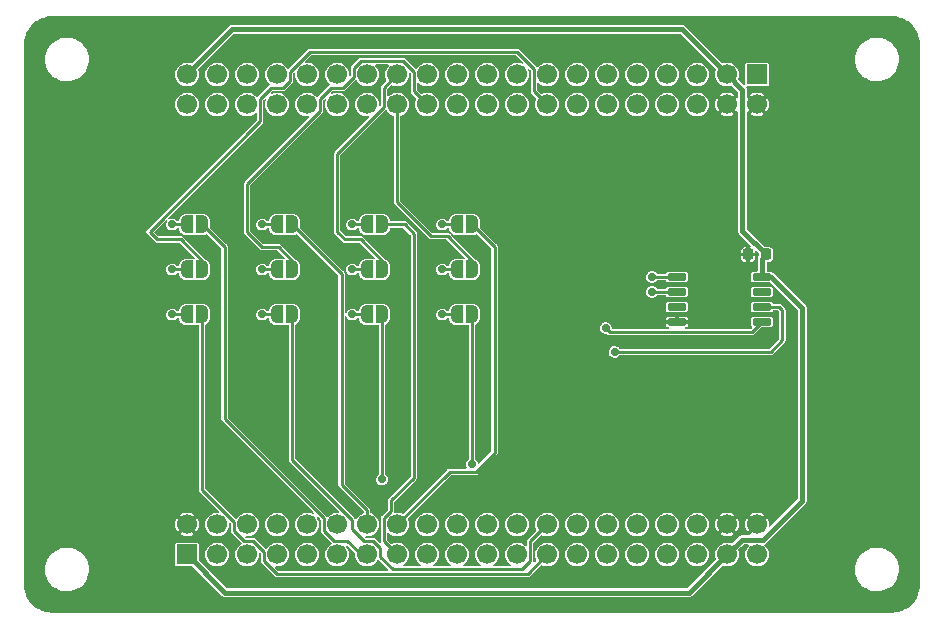
<source format=gbr>
%TF.GenerationSoftware,KiCad,Pcbnew,6.0.4+dfsg-1+b1*%
%TF.CreationDate,2022-05-05T09:05:32+08:00*%
%TF.ProjectId,memw25q128,6d656d77-3235-4713-9132-382e6b696361,rev?*%
%TF.SameCoordinates,Original*%
%TF.FileFunction,Copper,L1,Top*%
%TF.FilePolarity,Positive*%
%FSLAX46Y46*%
G04 Gerber Fmt 4.6, Leading zero omitted, Abs format (unit mm)*
G04 Created by KiCad (PCBNEW 6.0.4+dfsg-1+b1) date 2022-05-05 09:05:32*
%MOMM*%
%LPD*%
G01*
G04 APERTURE LIST*
G04 Aperture macros list*
%AMRoundRect*
0 Rectangle with rounded corners*
0 $1 Rounding radius*
0 $2 $3 $4 $5 $6 $7 $8 $9 X,Y pos of 4 corners*
0 Add a 4 corners polygon primitive as box body*
4,1,4,$2,$3,$4,$5,$6,$7,$8,$9,$2,$3,0*
0 Add four circle primitives for the rounded corners*
1,1,$1+$1,$2,$3*
1,1,$1+$1,$4,$5*
1,1,$1+$1,$6,$7*
1,1,$1+$1,$8,$9*
0 Add four rect primitives between the rounded corners*
20,1,$1+$1,$2,$3,$4,$5,0*
20,1,$1+$1,$4,$5,$6,$7,0*
20,1,$1+$1,$6,$7,$8,$9,0*
20,1,$1+$1,$8,$9,$2,$3,0*%
%AMFreePoly0*
4,1,22,0.500000,-0.750000,0.000000,-0.750000,0.000000,-0.745033,-0.079941,-0.743568,-0.215256,-0.701293,-0.333266,-0.622738,-0.424486,-0.514219,-0.481581,-0.384460,-0.499164,-0.250000,-0.500000,-0.250000,-0.500000,0.250000,-0.499164,0.250000,-0.499963,0.256109,-0.478152,0.396186,-0.417904,0.524511,-0.324060,0.630769,-0.204165,0.706417,-0.067858,0.745374,0.000000,0.744959,0.000000,0.750000,
0.500000,0.750000,0.500000,-0.750000,0.500000,-0.750000,$1*%
%AMFreePoly1*
4,1,20,0.000000,0.744959,0.073905,0.744508,0.209726,0.703889,0.328688,0.626782,0.421226,0.519385,0.479903,0.390333,0.500000,0.250000,0.500000,-0.250000,0.499851,-0.262216,0.476331,-0.402017,0.414519,-0.529596,0.319384,-0.634700,0.198574,-0.708877,0.061801,-0.746166,0.000000,-0.745033,0.000000,-0.750000,-0.500000,-0.750000,-0.500000,0.750000,0.000000,0.750000,0.000000,0.744959,
0.000000,0.744959,$1*%
G04 Aperture macros list end*
%TA.AperFunction,ComponentPad*%
%ADD10R,1.700000X1.700000*%
%TD*%
%TA.AperFunction,ComponentPad*%
%ADD11C,1.700000*%
%TD*%
%TA.AperFunction,SMDPad,CuDef*%
%ADD12RoundRect,0.150000X-0.650000X-0.150000X0.650000X-0.150000X0.650000X0.150000X-0.650000X0.150000X0*%
%TD*%
%TA.AperFunction,SMDPad,CuDef*%
%ADD13RoundRect,0.225000X0.225000X0.250000X-0.225000X0.250000X-0.225000X-0.250000X0.225000X-0.250000X0*%
%TD*%
%TA.AperFunction,SMDPad,CuDef*%
%ADD14FreePoly0,0.000000*%
%TD*%
%TA.AperFunction,SMDPad,CuDef*%
%ADD15FreePoly1,0.000000*%
%TD*%
%TA.AperFunction,ViaPad*%
%ADD16C,0.700000*%
%TD*%
%TA.AperFunction,Conductor*%
%ADD17C,0.228600*%
%TD*%
%TA.AperFunction,Conductor*%
%ADD18C,0.457200*%
%TD*%
G04 APERTURE END LIST*
D10*
%TO.P,J1,1,3.3V*%
%TO.N,+3V3*%
X122555000Y-117475000D03*
D11*
%TO.P,J1,2,GND*%
%TO.N,GND*%
X122555000Y-114935000D03*
%TO.P,J1,3,BO0*%
%TO.N,unconnected-(J1-Pad3)*%
X125095000Y-117475000D03*
%TO.P,J1,4,NRST*%
%TO.N,unconnected-(J1-Pad4)*%
X125095000Y-114935000D03*
%TO.P,J1,5,PC0*%
%TO.N,unconnected-(J1-Pad5)*%
X127635000Y-117475000D03*
%TO.P,J1,6,PC1*%
%TO.N,unconnected-(J1-Pad6)*%
X127635000Y-114935000D03*
%TO.P,J1,7,PC2*%
%TO.N,unconnected-(J1-Pad7)*%
X130175000Y-117475000D03*
%TO.P,J1,8,PC3*%
%TO.N,unconnected-(J1-Pad8)*%
X130175000Y-114935000D03*
%TO.P,J1,9,PA0*%
%TO.N,unconnected-(J1-Pad9)*%
X132715000Y-117475000D03*
%TO.P,J1,10,PA1*%
%TO.N,unconnected-(J1-Pad10)*%
X132715000Y-114935000D03*
%TO.P,J1,11,PA2*%
%TO.N,unconnected-(J1-Pad11)*%
X135255000Y-117475000D03*
%TO.P,J1,12,PA3*%
%TO.N,unconnected-(J1-Pad12)*%
X135255000Y-114935000D03*
%TO.P,J1,13,PA4*%
%TO.N,PA4*%
X137795000Y-117475000D03*
%TO.P,J1,14,PA5*%
%TO.N,PA5*%
X137795000Y-114935000D03*
%TO.P,J1,15,PA6*%
%TO.N,PA6*%
X140335000Y-117475000D03*
%TO.P,J1,16,PA7*%
%TO.N,PA7*%
X140335000Y-114935000D03*
%TO.P,J1,17,PC4*%
%TO.N,unconnected-(J1-Pad17)*%
X142875000Y-117475000D03*
%TO.P,J1,18,PC5*%
%TO.N,unconnected-(J1-Pad18)*%
X142875000Y-114935000D03*
%TO.P,J1,19,PB0*%
%TO.N,unconnected-(J1-Pad19)*%
X145415000Y-117475000D03*
%TO.P,J1,20,PB1*%
%TO.N,unconnected-(J1-Pad20)*%
X145415000Y-114935000D03*
%TO.P,J1,21,PB2*%
%TO.N,unconnected-(J1-Pad21)*%
X147955000Y-117475000D03*
%TO.P,J1,22,U0*%
%TO.N,unconnected-(J1-Pad22)*%
X147955000Y-114935000D03*
%TO.P,J1,23,PB10*%
%TO.N,unconnected-(J1-Pad23)*%
X150495000Y-117475000D03*
%TO.P,J1,24,PB11*%
%TO.N,unconnected-(J1-Pad24)*%
X150495000Y-114935000D03*
%TO.P,J1,25,PB12*%
%TO.N,PB12*%
X153035000Y-117475000D03*
%TO.P,J1,26,PB13*%
%TO.N,PB13*%
X153035000Y-114935000D03*
%TO.P,J1,27,PB14*%
%TO.N,PB14*%
X155575000Y-117475000D03*
%TO.P,J1,28,PB15*%
%TO.N,PB15*%
X155575000Y-114935000D03*
%TO.P,J1,29,PC6*%
%TO.N,unconnected-(J1-Pad29)*%
X158115000Y-117475000D03*
%TO.P,J1,30,PC7*%
%TO.N,unconnected-(J1-Pad30)*%
X158115000Y-114935000D03*
%TO.P,J1,31,PC8*%
%TO.N,unconnected-(J1-Pad31)*%
X160655000Y-117475000D03*
%TO.P,J1,32,PC9*%
%TO.N,unconnected-(J1-Pad32)*%
X160655000Y-114935000D03*
%TO.P,J1,33,U1*%
%TO.N,unconnected-(J1-Pad33)*%
X163195000Y-117475000D03*
%TO.P,J1,34,U2*%
%TO.N,unconnected-(J1-Pad34)*%
X163195000Y-114935000D03*
%TO.P,J1,35,U3*%
%TO.N,unconnected-(J1-Pad35)*%
X165735000Y-117475000D03*
%TO.P,J1,36,U4*%
%TO.N,unconnected-(J1-Pad36)*%
X165735000Y-114935000D03*
%TO.P,J1,37,3.3V*%
%TO.N,+3V3*%
X168275000Y-117475000D03*
%TO.P,J1,38,GND*%
%TO.N,GND*%
X168275000Y-114935000D03*
%TO.P,J1,39,5V*%
%TO.N,unconnected-(J1-Pad39)*%
X170815000Y-117475000D03*
%TO.P,J1,40,GND*%
%TO.N,GND*%
X170815000Y-114935000D03*
D10*
%TO.P,J1,41,5V*%
%TO.N,unconnected-(J1-Pad41)*%
X170815000Y-76835000D03*
D11*
%TO.P,J1,42,GND*%
%TO.N,GND*%
X170815000Y-79375000D03*
%TO.P,J1,43,3.3V*%
%TO.N,+3V3*%
X168275000Y-76835000D03*
%TO.P,J1,44,GND*%
%TO.N,GND*%
X168275000Y-79375000D03*
%TO.P,J1,45,U15*%
%TO.N,unconnected-(J1-Pad45)*%
X165735000Y-76835000D03*
%TO.P,J1,46,U16*%
%TO.N,unconnected-(J1-Pad46)*%
X165735000Y-79375000D03*
%TO.P,J1,47,U13*%
%TO.N,unconnected-(J1-Pad47)*%
X163195000Y-76835000D03*
%TO.P,J1,48,U14*%
%TO.N,unconnected-(J1-Pad48)*%
X163195000Y-79375000D03*
%TO.P,J1,49,PA8*%
%TO.N,unconnected-(J1-Pad49)*%
X160655000Y-76835000D03*
%TO.P,J1,50,PA9*%
%TO.N,unconnected-(J1-Pad50)*%
X160655000Y-79375000D03*
%TO.P,J1,51,PA10*%
%TO.N,unconnected-(J1-Pad51)*%
X158115000Y-76835000D03*
%TO.P,J1,52,PA11*%
%TO.N,unconnected-(J1-Pad52)*%
X158115000Y-79375000D03*
%TO.P,J1,53,PA12*%
%TO.N,unconnected-(J1-Pad53)*%
X155575000Y-76835000D03*
%TO.P,J1,54,PA13*%
%TO.N,unconnected-(J1-Pad54)*%
X155575000Y-79375000D03*
%TO.P,J1,55,PA14*%
%TO.N,unconnected-(J1-Pad55)*%
X153035000Y-76835000D03*
%TO.P,J1,56,PA15*%
%TO.N,PA15*%
X153035000Y-79375000D03*
%TO.P,J1,57,U11*%
%TO.N,unconnected-(J1-Pad57)*%
X150495000Y-76835000D03*
%TO.P,J1,58,U12*%
%TO.N,unconnected-(J1-Pad58)*%
X150495000Y-79375000D03*
%TO.P,J1,59,PC10*%
%TO.N,unconnected-(J1-Pad59)*%
X147955000Y-76835000D03*
%TO.P,J1,60,PC11*%
%TO.N,unconnected-(J1-Pad60)*%
X147955000Y-79375000D03*
%TO.P,J1,61,PC12*%
%TO.N,unconnected-(J1-Pad61)*%
X145415000Y-76835000D03*
%TO.P,J1,62,U8*%
%TO.N,unconnected-(J1-Pad62)*%
X145415000Y-79375000D03*
%TO.P,J1,63,PD2*%
%TO.N,unconnected-(J1-Pad63)*%
X142875000Y-76835000D03*
%TO.P,J1,64,PB3*%
%TO.N,PB3*%
X142875000Y-79375000D03*
%TO.P,J1,65,PB4*%
%TO.N,PB4*%
X140335000Y-76835000D03*
%TO.P,J1,66,PB5*%
%TO.N,PB5*%
X140335000Y-79375000D03*
%TO.P,J1,67,PB6*%
%TO.N,unconnected-(J1-Pad67)*%
X137795000Y-76835000D03*
%TO.P,J1,68,PB7*%
%TO.N,unconnected-(J1-Pad68)*%
X137795000Y-79375000D03*
%TO.P,J1,69,PB8*%
%TO.N,unconnected-(J1-Pad69)*%
X135255000Y-76835000D03*
%TO.P,J1,70,PB9*%
%TO.N,unconnected-(J1-Pad70)*%
X135255000Y-79375000D03*
%TO.P,J1,71,U9*%
%TO.N,unconnected-(J1-Pad71)*%
X132715000Y-76835000D03*
%TO.P,J1,72,U10*%
%TO.N,unconnected-(J1-Pad72)*%
X132715000Y-79375000D03*
%TO.P,J1,73,PC14*%
%TO.N,unconnected-(J1-Pad73)*%
X130175000Y-76835000D03*
%TO.P,J1,74,PC13*%
%TO.N,unconnected-(J1-Pad74)*%
X130175000Y-79375000D03*
%TO.P,J1,75,U7*%
%TO.N,unconnected-(J1-Pad75)*%
X127635000Y-76835000D03*
%TO.P,J1,76,PC15*%
%TO.N,unconnected-(J1-Pad76)*%
X127635000Y-79375000D03*
%TO.P,J1,77,U5*%
%TO.N,unconnected-(J1-Pad77)*%
X125095000Y-76835000D03*
%TO.P,J1,78,U6*%
%TO.N,unconnected-(J1-Pad78)*%
X125095000Y-79375000D03*
%TO.P,J1,79,3.3V*%
%TO.N,+3V3*%
X122555000Y-76835000D03*
%TO.P,J1,80,GND*%
%TO.N,unconnected-(J1-Pad80)*%
X122555000Y-79375000D03*
%TD*%
D12*
%TO.P,U1,1,~{CS}*%
%TO.N,CS*%
X164040000Y-93980000D03*
%TO.P,U1,2,DO(IO1)*%
%TO.N,DO(IO1)*%
X164040000Y-95250000D03*
%TO.P,U1,3,IO2*%
%TO.N,IO2*%
X164040000Y-96520000D03*
%TO.P,U1,4,GND*%
%TO.N,GND*%
X164040000Y-97790000D03*
%TO.P,U1,5,DI(IO0)*%
%TO.N,DI(IO0)*%
X171240000Y-97790000D03*
%TO.P,U1,6,CLK*%
%TO.N,CLK*%
X171240000Y-96520000D03*
%TO.P,U1,7,IO3*%
%TO.N,IO3*%
X171240000Y-95250000D03*
%TO.P,U1,8,VCC*%
%TO.N,+3V3*%
X171240000Y-93980000D03*
%TD*%
D13*
%TO.P,C1,1*%
%TO.N,+3V3*%
X171590000Y-92075000D03*
%TO.P,C1,2*%
%TO.N,GND*%
X170040000Y-92075000D03*
%TD*%
D14*
%TO.P,JP2,1,A*%
%TO.N,CS*%
X122540000Y-93345000D03*
D15*
%TO.P,JP2,2,B*%
%TO.N,PA15*%
X123840000Y-93345000D03*
%TD*%
D14*
%TO.P,JP3,1,A*%
%TO.N,CS*%
X122540000Y-97155000D03*
D15*
%TO.P,JP3,2,B*%
%TO.N,PB12*%
X123840000Y-97155000D03*
%TD*%
D14*
%TO.P,JP4,1,A*%
%TO.N,CLK*%
X130160000Y-89535000D03*
D15*
%TO.P,JP4,2,B*%
%TO.N,PA5*%
X131460000Y-89535000D03*
%TD*%
D14*
%TO.P,JP5,1,A*%
%TO.N,CLK*%
X130160000Y-93345000D03*
D15*
%TO.P,JP5,2,B*%
%TO.N,PB3*%
X131460000Y-93345000D03*
%TD*%
D14*
%TO.P,JP6,1,A*%
%TO.N,CLK*%
X130160000Y-97155000D03*
D15*
%TO.P,JP6,2,B*%
%TO.N,PB13*%
X131460000Y-97155000D03*
%TD*%
D14*
%TO.P,JP1,1,A*%
%TO.N,CS*%
X122540000Y-89535000D03*
D15*
%TO.P,JP1,2,B*%
%TO.N,PA4*%
X123840000Y-89535000D03*
%TD*%
D14*
%TO.P,JP7,1,A*%
%TO.N,DO(IO1)*%
X137780000Y-89535000D03*
D15*
%TO.P,JP7,2,B*%
%TO.N,PA6*%
X139080000Y-89535000D03*
%TD*%
D14*
%TO.P,JP9,1,A*%
%TO.N,DO(IO1)*%
X137780000Y-97155000D03*
D15*
%TO.P,JP9,2,B*%
%TO.N,PB14*%
X139080000Y-97155000D03*
%TD*%
D14*
%TO.P,JP8,1,A*%
%TO.N,DO(IO1)*%
X137780000Y-93345000D03*
D15*
%TO.P,JP8,2,B*%
%TO.N,PB4*%
X139080000Y-93345000D03*
%TD*%
D14*
%TO.P,JP12,1,A*%
%TO.N,DI(IO0)*%
X145400000Y-97155000D03*
D15*
%TO.P,JP12,2,B*%
%TO.N,PB15*%
X146700000Y-97155000D03*
%TD*%
D14*
%TO.P,JP11,1,A*%
%TO.N,DI(IO0)*%
X145400000Y-93345000D03*
D15*
%TO.P,JP11,2,B*%
%TO.N,PB5*%
X146700000Y-93345000D03*
%TD*%
D14*
%TO.P,JP10,1,A*%
%TO.N,DI(IO0)*%
X145400000Y-89535000D03*
D15*
%TO.P,JP10,2,B*%
%TO.N,PA7*%
X146700000Y-89535000D03*
%TD*%
D16*
%TO.N,PB14*%
X139065000Y-111125000D03*
%TO.N,PB15*%
X146685000Y-109855000D03*
%TO.N,CS*%
X121285000Y-97155000D03*
X121285000Y-89535000D03*
X121285000Y-93345000D03*
X161925000Y-93980000D03*
%TO.N,CLK*%
X128905000Y-93345000D03*
X128905000Y-97155000D03*
X158750000Y-100330000D03*
X128905000Y-89535000D03*
%TO.N,DO(IO1)*%
X136525000Y-93345000D03*
X136525000Y-97155000D03*
X136525000Y-89535000D03*
X161925000Y-95250000D03*
%TO.N,DI(IO0)*%
X144145000Y-97155000D03*
X144145000Y-93345000D03*
X157996425Y-98306415D03*
X144145000Y-89535000D03*
%TD*%
D17*
%TO.N,CLK*%
X171240000Y-96520000D02*
X172700000Y-96520000D01*
X172700000Y-96520000D02*
X172960000Y-96780000D01*
X172960000Y-96780000D02*
X172960000Y-99330000D01*
X172960000Y-99330000D02*
X171960000Y-100330000D01*
X171960000Y-100330000D02*
X158750000Y-100330000D01*
D18*
%TO.N,+3V3*%
X174625000Y-112946882D02*
X171327883Y-116243999D01*
X125806001Y-120726001D02*
X165023999Y-120726001D01*
X169583999Y-90068999D02*
X171590000Y-92075000D01*
X171240000Y-93980000D02*
X172040000Y-93980000D01*
X164465000Y-73025000D02*
X168275000Y-76835000D01*
X172040000Y-93980000D02*
X174625000Y-96565000D01*
X171240000Y-92425000D02*
X171590000Y-92075000D01*
X171240000Y-93980000D02*
X171240000Y-92425000D01*
X169506001Y-116243999D02*
X168275000Y-117475000D01*
X168275000Y-76835000D02*
X169583999Y-78143999D01*
X122555000Y-76835000D02*
X126365000Y-73025000D01*
X165023999Y-120726001D02*
X168275000Y-117475000D01*
X122555000Y-117475000D02*
X125806001Y-120726001D01*
X171327883Y-116243999D02*
X169506001Y-116243999D01*
X169583999Y-78143999D02*
X169583999Y-90068999D01*
X174625000Y-96565000D02*
X174625000Y-112946882D01*
X126365000Y-73025000D02*
X164465000Y-73025000D01*
D17*
%TO.N,PA4*%
X137256170Y-117475000D02*
X137795000Y-117475000D01*
X134138299Y-115471017D02*
X135025581Y-116358299D01*
X136139469Y-116358299D02*
X137256170Y-117475000D01*
X125730000Y-105990684D02*
X134138299Y-114398983D01*
X123840000Y-89535000D02*
X125730000Y-91425000D01*
X134138299Y-114398983D02*
X134138299Y-115471017D01*
X135025581Y-116358299D02*
X136139469Y-116358299D01*
X125730000Y-91425000D02*
X125730000Y-105990684D01*
%TO.N,PA5*%
X137795000Y-113732919D02*
X137795000Y-114935000D01*
X131460000Y-89535000D02*
X135636009Y-93711009D01*
X135636009Y-93711009D02*
X135636009Y-111573928D01*
X135636009Y-111573928D02*
X137795000Y-113732919D01*
%TO.N,PA6*%
X139218299Y-114398983D02*
X139846710Y-113770572D01*
X140335000Y-117475000D02*
X139218299Y-116358299D01*
X139218299Y-116358299D02*
X139218299Y-114398983D01*
X139846710Y-113770572D02*
X139846710Y-112883290D01*
X141758299Y-110971701D02*
X141758299Y-90323299D01*
X139846710Y-112883290D02*
X141758299Y-110971701D01*
X140970000Y-89535000D02*
X139080000Y-89535000D01*
X141758299Y-90323299D02*
X140970000Y-89535000D01*
%TO.N,PA7*%
X146700000Y-89535000D02*
X148590000Y-91425000D01*
X144798298Y-110471702D02*
X140335000Y-114935000D01*
X146981018Y-110471702D02*
X144798298Y-110471702D01*
X148590000Y-91425000D02*
X148590000Y-108862720D01*
X148590000Y-108862720D02*
X146981018Y-110471702D01*
%TO.N,PB12*%
X127405581Y-116358299D02*
X128171017Y-116358299D01*
X126518299Y-115471017D02*
X127405581Y-116358299D01*
X126518299Y-114705581D02*
X126518299Y-115471017D01*
X129058299Y-117245581D02*
X129058299Y-118011017D01*
X123840000Y-97155000D02*
X123840000Y-112027282D01*
X123840000Y-112027282D02*
X126518299Y-114705581D01*
X129058299Y-118011017D02*
X130173293Y-119126011D01*
X128171017Y-116358299D02*
X129058299Y-117245581D01*
X151383989Y-119126011D02*
X153035000Y-117475000D01*
X130173293Y-119126011D02*
X151383989Y-119126011D01*
%TO.N,PB13*%
X138911701Y-116938983D02*
X138911701Y-117704419D01*
X151611701Y-118011017D02*
X151611701Y-116358299D01*
X138911701Y-117704419D02*
X139952282Y-118745000D01*
X138331017Y-116358299D02*
X138911701Y-116938983D01*
X131460000Y-97155000D02*
X131460000Y-109487282D01*
X131460000Y-109487282D02*
X136525000Y-114552282D01*
X136525000Y-114552282D02*
X136525000Y-115317718D01*
X139952282Y-118745000D02*
X150877718Y-118745000D01*
X137565581Y-116358299D02*
X138331017Y-116358299D01*
X150877718Y-118745000D02*
X151611701Y-118011017D01*
X136525000Y-115317718D02*
X137565581Y-116358299D01*
X151611701Y-116358299D02*
X153035000Y-114935000D01*
%TO.N,PB14*%
X139080000Y-97155000D02*
X139080000Y-111110000D01*
X139080000Y-111110000D02*
X139065000Y-111125000D01*
%TO.N,PB15*%
X146700000Y-97155000D02*
X146700000Y-109840000D01*
X146700000Y-109840000D02*
X146685000Y-109855000D01*
%TO.N,PA15*%
X129693299Y-77951701D02*
X130711017Y-77951701D01*
X132967282Y-74930000D02*
X150495000Y-74930000D01*
X128751701Y-78893299D02*
X129693299Y-77951701D01*
X123840000Y-93345000D02*
X123840000Y-92597408D01*
X151918299Y-78258299D02*
X153035000Y-79375000D01*
X151918299Y-76353299D02*
X151918299Y-78258299D01*
X131291701Y-76605581D02*
X132967282Y-74930000D01*
X123840000Y-92597408D02*
X122047592Y-90805000D01*
X150495000Y-74930000D02*
X151918299Y-76353299D01*
X120015000Y-90805000D02*
X119380000Y-90170000D01*
X130711017Y-77951701D02*
X131291701Y-77371017D01*
X119380000Y-90170000D02*
X128751701Y-80798299D01*
X122047592Y-90805000D02*
X120015000Y-90805000D01*
X128751701Y-80798299D02*
X128751701Y-78893299D01*
X131291701Y-77371017D02*
X131291701Y-76605581D01*
%TO.N,PB3*%
X127635000Y-90170000D02*
X127635000Y-86107718D01*
X135791017Y-77951701D02*
X136678299Y-77064419D01*
X141758299Y-78258299D02*
X142875000Y-79375000D01*
X128905000Y-91440000D02*
X127635000Y-90170000D01*
X131460000Y-92597408D02*
X130302592Y-91440000D01*
X131460000Y-93345000D02*
X131460000Y-92597408D01*
X136678299Y-76298983D02*
X137258983Y-75718299D01*
X133831701Y-79911017D02*
X133831701Y-78893299D01*
X141758299Y-76605581D02*
X141758299Y-78258299D01*
X133831701Y-78893299D02*
X134773299Y-77951701D01*
X136678299Y-77064419D02*
X136678299Y-76298983D01*
X134773299Y-77951701D02*
X135791017Y-77951701D01*
X127635000Y-86107718D02*
X133831701Y-79911017D01*
X130302592Y-91440000D02*
X128905000Y-91440000D01*
X137258983Y-75718299D02*
X140871017Y-75718299D01*
X140871017Y-75718299D02*
X141758299Y-76605581D01*
%TO.N,PB4*%
X135255000Y-90170000D02*
X135255000Y-83567718D01*
X139080000Y-93345000D02*
X139080000Y-92597408D01*
X139218299Y-79604419D02*
X139218299Y-77951701D01*
X135890000Y-90805000D02*
X135255000Y-90170000D01*
X139080000Y-92597408D02*
X137287592Y-90805000D01*
X137287592Y-90805000D02*
X135890000Y-90805000D01*
X139218299Y-77951701D02*
X140335000Y-76835000D01*
X135255000Y-83567718D02*
X139218299Y-79604419D01*
%TO.N,PB5*%
X146700000Y-93345000D02*
X146700000Y-92597408D01*
X140335000Y-87630000D02*
X140335000Y-79375000D01*
X144633290Y-90530698D02*
X143235698Y-90530698D01*
X143235698Y-90530698D02*
X140335000Y-87630000D01*
X146700000Y-92597408D02*
X144633290Y-90530698D01*
%TO.N,CS*%
X122540000Y-89535000D02*
X121285000Y-89535000D01*
X122540000Y-93345000D02*
X121285000Y-93345000D01*
X121285000Y-97155000D02*
X122540000Y-97155000D01*
X161925000Y-93980000D02*
X164040000Y-93980000D01*
%TO.N,CLK*%
X130160000Y-89535000D02*
X128905000Y-89535000D01*
X130160000Y-93345000D02*
X128905000Y-93345000D01*
X128905000Y-97155000D02*
X130160000Y-97155000D01*
%TO.N,DO(IO1)*%
X137780000Y-93345000D02*
X136525000Y-93345000D01*
X137780000Y-89535000D02*
X136525000Y-89535000D01*
X161925000Y-95250000D02*
X164040000Y-95250000D01*
X136525000Y-97155000D02*
X137780000Y-97155000D01*
%TO.N,DI(IO0)*%
X145400000Y-93345000D02*
X144145000Y-93345000D01*
X158346424Y-98656414D02*
X157996425Y-98306415D01*
X171240000Y-97790000D02*
X170373586Y-98656414D01*
X144145000Y-97155000D02*
X145400000Y-97155000D01*
X170373586Y-98656414D02*
X158346424Y-98656414D01*
X145400000Y-89535000D02*
X144145000Y-89535000D01*
%TD*%
%TA.AperFunction,Conductor*%
%TO.N,GND*%
G36*
X182234431Y-71910462D02*
G01*
X182235435Y-71910731D01*
X182245000Y-71913294D01*
X182254563Y-71910731D01*
X182262737Y-71910731D01*
X182273622Y-71909631D01*
X182528197Y-71925031D01*
X182537211Y-71926126D01*
X182811794Y-71976445D01*
X182820611Y-71978618D01*
X182940380Y-72015939D01*
X183087138Y-72061671D01*
X183095618Y-72064887D01*
X183350194Y-72179462D01*
X183358230Y-72183679D01*
X183597146Y-72328109D01*
X183604605Y-72333258D01*
X183824361Y-72505426D01*
X183831158Y-72511448D01*
X184028552Y-72708842D01*
X184034574Y-72715639D01*
X184206742Y-72935395D01*
X184211891Y-72942854D01*
X184321854Y-73124754D01*
X184356320Y-73181768D01*
X184360538Y-73189806D01*
X184467978Y-73428526D01*
X184475111Y-73444376D01*
X184478331Y-73452867D01*
X184561382Y-73719389D01*
X184563555Y-73728206D01*
X184613874Y-74002789D01*
X184614969Y-74011803D01*
X184630369Y-74266378D01*
X184629269Y-74277263D01*
X184629269Y-74285437D01*
X184626706Y-74295000D01*
X184629268Y-74304562D01*
X184629538Y-74305569D01*
X184632100Y-74325032D01*
X184632100Y-119984968D01*
X184629538Y-120004430D01*
X184626706Y-120015000D01*
X184629269Y-120024563D01*
X184629269Y-120032737D01*
X184630369Y-120043622D01*
X184614969Y-120298197D01*
X184613874Y-120307211D01*
X184563555Y-120581794D01*
X184561382Y-120590611D01*
X184478331Y-120857133D01*
X184475113Y-120865618D01*
X184360540Y-121120191D01*
X184356321Y-121128230D01*
X184211891Y-121367146D01*
X184206742Y-121374605D01*
X184034574Y-121594361D01*
X184028552Y-121601158D01*
X183831158Y-121798552D01*
X183824361Y-121804574D01*
X183604605Y-121976742D01*
X183597146Y-121981891D01*
X183358232Y-122126320D01*
X183350194Y-122130538D01*
X183095618Y-122245113D01*
X183087138Y-122248329D01*
X182940380Y-122294061D01*
X182820611Y-122331382D01*
X182811794Y-122333555D01*
X182537211Y-122383874D01*
X182528197Y-122384969D01*
X182273622Y-122400369D01*
X182262737Y-122399269D01*
X182254563Y-122399269D01*
X182245000Y-122396706D01*
X182235438Y-122399268D01*
X182234431Y-122399538D01*
X182214968Y-122402100D01*
X111155032Y-122402100D01*
X111135569Y-122399538D01*
X111134562Y-122399268D01*
X111125000Y-122396706D01*
X111115437Y-122399269D01*
X111107263Y-122399269D01*
X111096378Y-122400369D01*
X110841803Y-122384969D01*
X110832789Y-122383874D01*
X110558206Y-122333555D01*
X110549389Y-122331382D01*
X110429620Y-122294061D01*
X110282862Y-122248329D01*
X110274382Y-122245113D01*
X110019806Y-122130538D01*
X110011768Y-122126320D01*
X109772854Y-121981891D01*
X109765395Y-121976742D01*
X109545639Y-121804574D01*
X109538842Y-121798552D01*
X109341448Y-121601158D01*
X109335426Y-121594361D01*
X109163258Y-121374605D01*
X109158109Y-121367146D01*
X109013679Y-121128230D01*
X109009460Y-121120191D01*
X108894887Y-120865618D01*
X108891669Y-120857133D01*
X108808618Y-120590611D01*
X108806445Y-120581794D01*
X108756126Y-120307211D01*
X108755031Y-120298197D01*
X108739631Y-120043622D01*
X108740731Y-120032737D01*
X108740731Y-120024563D01*
X108743294Y-120015000D01*
X108740462Y-120004430D01*
X108737900Y-119984968D01*
X108737900Y-118787095D01*
X110540028Y-118787095D01*
X110540287Y-118789809D01*
X110540287Y-118789813D01*
X110557840Y-118973793D01*
X110565534Y-119054431D01*
X110629364Y-119315285D01*
X110630383Y-119317800D01*
X110630384Y-119317804D01*
X110662463Y-119397002D01*
X110730182Y-119564192D01*
X110731557Y-119566540D01*
X110824627Y-119725491D01*
X110865875Y-119795938D01*
X111033601Y-120005669D01*
X111035595Y-120007531D01*
X111035598Y-120007535D01*
X111061170Y-120031423D01*
X111229846Y-120188991D01*
X111450499Y-120342064D01*
X111452933Y-120343275D01*
X111452940Y-120343279D01*
X111688491Y-120460463D01*
X111688495Y-120460465D01*
X111690938Y-120461680D01*
X111946126Y-120545335D01*
X111948810Y-120545801D01*
X111948814Y-120545802D01*
X112208452Y-120590883D01*
X112208456Y-120590883D01*
X112210717Y-120591276D01*
X112295567Y-120595500D01*
X112463223Y-120595500D01*
X112662846Y-120581016D01*
X112925080Y-120523120D01*
X112927622Y-120522157D01*
X112927625Y-120522156D01*
X113173664Y-120428940D01*
X113176211Y-120427975D01*
X113333674Y-120340512D01*
X113408587Y-120298901D01*
X113410976Y-120297574D01*
X113551222Y-120190542D01*
X113622294Y-120136302D01*
X113622298Y-120136298D01*
X113624458Y-120134650D01*
X113812185Y-119942614D01*
X113813790Y-119940409D01*
X113968621Y-119727695D01*
X113968622Y-119727693D01*
X113970225Y-119725491D01*
X114055089Y-119564192D01*
X114093998Y-119490237D01*
X114094000Y-119490232D01*
X114095265Y-119487828D01*
X114184688Y-119234603D01*
X114236620Y-118971122D01*
X114242339Y-118856249D01*
X114249836Y-118705632D01*
X114249972Y-118702905D01*
X114232415Y-118518878D01*
X114224725Y-118438281D01*
X114224724Y-118438278D01*
X114224466Y-118435569D01*
X114222878Y-118429077D01*
X114181033Y-118258071D01*
X114160636Y-118174715D01*
X114151952Y-118153274D01*
X114060838Y-117928326D01*
X114060837Y-117928325D01*
X114059818Y-117925808D01*
X113966786Y-117766922D01*
X113925503Y-117696415D01*
X113925501Y-117696412D01*
X113924125Y-117694062D01*
X113891489Y-117653252D01*
X113805266Y-117545436D01*
X113756399Y-117484331D01*
X113754405Y-117482469D01*
X113754402Y-117482465D01*
X113562145Y-117302869D01*
X113560154Y-117301009D01*
X113339501Y-117147936D01*
X113337067Y-117146725D01*
X113337060Y-117146721D01*
X113101509Y-117029537D01*
X113101505Y-117029535D01*
X113099062Y-117028320D01*
X112843874Y-116944665D01*
X112841190Y-116944199D01*
X112841186Y-116944198D01*
X112581548Y-116899117D01*
X112581544Y-116899117D01*
X112579283Y-116898724D01*
X112494433Y-116894500D01*
X112326777Y-116894500D01*
X112127154Y-116908984D01*
X111864920Y-116966880D01*
X111862378Y-116967843D01*
X111862375Y-116967844D01*
X111698856Y-117029796D01*
X111613789Y-117062025D01*
X111611407Y-117063348D01*
X111611405Y-117063349D01*
X111456193Y-117149562D01*
X111379024Y-117192426D01*
X111376855Y-117194081D01*
X111376854Y-117194082D01*
X111167706Y-117353698D01*
X111167702Y-117353702D01*
X111165542Y-117355350D01*
X111075291Y-117447673D01*
X111037174Y-117486665D01*
X110977815Y-117547386D01*
X110976210Y-117549591D01*
X110870650Y-117694615D01*
X110819775Y-117764509D01*
X110818508Y-117766917D01*
X110818505Y-117766922D01*
X110710343Y-117972505D01*
X110694735Y-118002172D01*
X110605312Y-118255397D01*
X110553380Y-118518878D01*
X110540028Y-118787095D01*
X108737900Y-118787095D01*
X108737900Y-115745639D01*
X121965117Y-115745639D01*
X121966391Y-115750393D01*
X121977346Y-115759718D01*
X121983359Y-115763897D01*
X122148537Y-115856211D01*
X122155250Y-115859144D01*
X122335210Y-115917616D01*
X122342358Y-115919188D01*
X122530248Y-115941593D01*
X122537581Y-115941746D01*
X122726239Y-115927230D01*
X122733447Y-115925959D01*
X122915701Y-115875073D01*
X122922534Y-115872422D01*
X123091426Y-115787109D01*
X123097612Y-115783184D01*
X123137713Y-115751853D01*
X123143443Y-115742684D01*
X123142835Y-115738361D01*
X122564377Y-115159903D01*
X122554578Y-115155334D01*
X122548587Y-115156939D01*
X121969686Y-115735840D01*
X121965117Y-115745639D01*
X108737900Y-115745639D01*
X108737900Y-114924608D01*
X121548156Y-114924608D01*
X121563990Y-115113161D01*
X121565312Y-115120363D01*
X121617470Y-115302261D01*
X121620164Y-115309063D01*
X121706657Y-115477363D01*
X121710623Y-115483518D01*
X121737905Y-115517940D01*
X121747114Y-115523605D01*
X121751520Y-115522954D01*
X122330097Y-114944377D01*
X122334272Y-114935422D01*
X122775334Y-114935422D01*
X122776939Y-114941413D01*
X123356215Y-115520689D01*
X123366014Y-115525258D01*
X123370864Y-115523959D01*
X123375664Y-115518398D01*
X123379886Y-115512412D01*
X123473354Y-115347880D01*
X123476328Y-115341200D01*
X123536059Y-115161641D01*
X123537680Y-115154507D01*
X123561593Y-114965215D01*
X123561886Y-114961020D01*
X123562221Y-114937099D01*
X123562045Y-114932907D01*
X123543427Y-114743024D01*
X123542001Y-114735828D01*
X123487312Y-114554688D01*
X123484524Y-114547922D01*
X123395687Y-114380844D01*
X123391635Y-114374745D01*
X123372679Y-114351503D01*
X123363393Y-114345968D01*
X123358816Y-114346710D01*
X122779903Y-114925623D01*
X122775334Y-114935422D01*
X122334272Y-114935422D01*
X122334666Y-114934578D01*
X122333061Y-114928587D01*
X121754500Y-114350026D01*
X121744701Y-114345457D01*
X121740041Y-114346705D01*
X121726269Y-114363119D01*
X121722131Y-114369162D01*
X121630975Y-114534975D01*
X121628088Y-114541711D01*
X121570874Y-114722074D01*
X121569351Y-114729239D01*
X121548259Y-114917275D01*
X121548156Y-114924608D01*
X108737900Y-114924608D01*
X108737900Y-114126876D01*
X121966199Y-114126876D01*
X121966894Y-114131368D01*
X122545623Y-114710097D01*
X122555422Y-114714666D01*
X122561413Y-114713061D01*
X123139667Y-114134807D01*
X123144236Y-114125008D01*
X123143012Y-114120440D01*
X123121077Y-114102293D01*
X123115018Y-114098206D01*
X122948557Y-114008201D01*
X122941813Y-114005366D01*
X122761047Y-113949410D01*
X122753880Y-113947939D01*
X122565687Y-113928159D01*
X122558374Y-113928108D01*
X122369918Y-113945258D01*
X122362732Y-113946629D01*
X122181208Y-114000055D01*
X122174421Y-114002797D01*
X122006718Y-114090469D01*
X122000607Y-114094469D01*
X121971798Y-114117631D01*
X121966199Y-114126876D01*
X108737900Y-114126876D01*
X108737900Y-90170000D01*
X119107564Y-90170000D01*
X119128303Y-90274257D01*
X119187359Y-90362641D01*
X119201155Y-90371859D01*
X119203514Y-90373435D01*
X119214910Y-90382788D01*
X119802212Y-90970090D01*
X119811564Y-90981485D01*
X119822359Y-90997641D01*
X119844671Y-91012549D01*
X119910744Y-91056697D01*
X119918004Y-91058141D01*
X119918006Y-91058142D01*
X120007736Y-91075991D01*
X120015000Y-91077436D01*
X120022264Y-91075991D01*
X120034058Y-91073645D01*
X120048729Y-91072200D01*
X121905766Y-91072200D01*
X121954104Y-91089793D01*
X121958940Y-91094226D01*
X123210810Y-92346096D01*
X123232550Y-92392716D01*
X123219236Y-92442403D01*
X123177099Y-92471908D01*
X123125855Y-92467424D01*
X123115857Y-92461796D01*
X123111261Y-92458725D01*
X123099658Y-92450972D01*
X123071516Y-92445374D01*
X123043625Y-92439826D01*
X123043624Y-92439826D01*
X123040000Y-92439105D01*
X122548803Y-92439105D01*
X122548344Y-92439104D01*
X122475070Y-92438656D01*
X122475065Y-92438656D01*
X122472396Y-92438640D01*
X122469749Y-92439003D01*
X122469743Y-92439003D01*
X122444927Y-92442403D01*
X122428605Y-92444639D01*
X122290896Y-92483996D01*
X122267896Y-92494284D01*
X122252981Y-92500955D01*
X122252978Y-92500957D01*
X122250547Y-92502044D01*
X122248295Y-92503465D01*
X122248293Y-92503466D01*
X122131675Y-92577046D01*
X122131670Y-92577050D01*
X122129419Y-92578470D01*
X122095758Y-92607119D01*
X122000950Y-92714470D01*
X121999479Y-92716710D01*
X121999477Y-92716712D01*
X121995120Y-92723345D01*
X121976683Y-92751412D01*
X121975548Y-92753829D01*
X121975546Y-92753833D01*
X121933912Y-92842510D01*
X121915814Y-92881057D01*
X121915035Y-92883604D01*
X121915033Y-92883610D01*
X121913478Y-92888698D01*
X121902891Y-92923327D01*
X121902480Y-92925967D01*
X121888747Y-93014169D01*
X121863926Y-93059225D01*
X121814442Y-93077800D01*
X121753125Y-93077800D01*
X121704787Y-93060207D01*
X121696156Y-93051688D01*
X121622487Y-92966190D01*
X121622484Y-92966187D01*
X121618993Y-92962136D01*
X121614502Y-92959225D01*
X121502604Y-92886697D01*
X121502603Y-92886697D01*
X121498111Y-92883785D01*
X121421912Y-92860997D01*
X121365232Y-92844045D01*
X121365229Y-92844045D01*
X121360098Y-92842510D01*
X121354743Y-92842477D01*
X121354741Y-92842477D01*
X121289524Y-92842079D01*
X121216047Y-92841630D01*
X121210897Y-92843102D01*
X121210896Y-92843102D01*
X121146793Y-92861423D01*
X121077539Y-92881215D01*
X121073013Y-92884071D01*
X121073010Y-92884072D01*
X120994257Y-92933762D01*
X120955709Y-92958084D01*
X120948550Y-92966190D01*
X120863897Y-93062041D01*
X120863895Y-93062044D01*
X120860351Y-93066057D01*
X120799129Y-93196454D01*
X120776967Y-93338793D01*
X120795645Y-93481630D01*
X120835950Y-93573231D01*
X120848253Y-93601190D01*
X120853662Y-93613484D01*
X120857107Y-93617582D01*
X120857108Y-93617584D01*
X120873807Y-93637450D01*
X120946354Y-93723755D01*
X121066270Y-93803577D01*
X121203769Y-93846535D01*
X121277871Y-93847893D01*
X121342436Y-93849077D01*
X121342438Y-93849077D01*
X121347798Y-93849175D01*
X121352969Y-93847765D01*
X121352971Y-93847765D01*
X121448624Y-93821687D01*
X121486779Y-93811285D01*
X121546780Y-93774444D01*
X121604970Y-93738716D01*
X121604973Y-93738714D01*
X121609539Y-93735910D01*
X121699128Y-93636934D01*
X121744608Y-93612905D01*
X121754879Y-93612200D01*
X121814723Y-93612200D01*
X121863061Y-93629793D01*
X121889288Y-93677649D01*
X121894283Y-93715848D01*
X121898887Y-93751056D01*
X121910774Y-93793630D01*
X121968457Y-93924723D01*
X121991814Y-93962247D01*
X122083971Y-94071882D01*
X122116922Y-94101344D01*
X122119147Y-94102825D01*
X122119152Y-94102829D01*
X122233920Y-94179225D01*
X122233924Y-94179227D01*
X122236147Y-94180707D01*
X122238555Y-94181855D01*
X122238561Y-94181859D01*
X122255727Y-94190046D01*
X122276042Y-94199736D01*
X122412748Y-94242446D01*
X122456380Y-94249513D01*
X122546943Y-94251173D01*
X122596902Y-94252089D01*
X122596903Y-94252089D01*
X122599579Y-94252138D01*
X122604926Y-94251472D01*
X122614221Y-94250895D01*
X123040000Y-94250895D01*
X123046702Y-94249562D01*
X123092394Y-94240473D01*
X123099658Y-94239028D01*
X123105816Y-94234914D01*
X123105817Y-94234913D01*
X123148221Y-94206579D01*
X123198187Y-94194352D01*
X123231779Y-94206579D01*
X123274183Y-94234913D01*
X123274184Y-94234914D01*
X123280342Y-94239028D01*
X123287606Y-94240473D01*
X123333299Y-94249562D01*
X123340000Y-94250895D01*
X123831102Y-94250895D01*
X123832480Y-94250908D01*
X123896903Y-94252089D01*
X123896904Y-94252089D01*
X123899579Y-94252138D01*
X123943442Y-94246674D01*
X124081622Y-94209001D01*
X124103032Y-94199736D01*
X124119729Y-94192511D01*
X124119733Y-94192509D01*
X124122187Y-94191447D01*
X124244239Y-94116507D01*
X124246292Y-94114802D01*
X124246297Y-94114799D01*
X124276192Y-94089980D01*
X124278247Y-94088274D01*
X124374361Y-93982090D01*
X124399078Y-93945444D01*
X124408017Y-93926995D01*
X124445767Y-93849077D01*
X124461525Y-93816552D01*
X124469660Y-93791060D01*
X124474150Y-93776993D01*
X124474151Y-93776987D01*
X124474963Y-93774444D01*
X124498725Y-93633206D01*
X124499093Y-93629110D01*
X124500743Y-93610706D01*
X124500874Y-93609249D01*
X124501025Y-93596907D01*
X124499463Y-93572900D01*
X124496655Y-93553293D01*
X124495895Y-93542632D01*
X124495895Y-93156310D01*
X124496937Y-93143834D01*
X124498483Y-93134644D01*
X124498725Y-93133206D01*
X124500874Y-93109249D01*
X124501025Y-93096907D01*
X124499463Y-93072900D01*
X124499259Y-93071478D01*
X124499258Y-93071465D01*
X124479537Y-92933762D01*
X124479537Y-92933761D01*
X124479159Y-92931123D01*
X124466753Y-92888698D01*
X124464650Y-92884072D01*
X124408581Y-92760755D01*
X124408578Y-92760750D01*
X124407473Y-92758319D01*
X124383659Y-92721082D01*
X124347884Y-92679563D01*
X124291916Y-92614608D01*
X124291913Y-92614605D01*
X124290169Y-92612581D01*
X124288156Y-92610825D01*
X124288152Y-92610821D01*
X124258877Y-92585283D01*
X124258873Y-92585280D01*
X124256860Y-92583524D01*
X124136675Y-92505624D01*
X124102885Y-92490011D01*
X124071900Y-92463524D01*
X124070746Y-92461796D01*
X124068694Y-92458725D01*
X124032641Y-92404767D01*
X124016485Y-92393972D01*
X124005090Y-92384620D01*
X122260380Y-90639910D01*
X122251027Y-90628514D01*
X122244346Y-90618515D01*
X122240233Y-90612359D01*
X122234076Y-90608245D01*
X122205340Y-90589045D01*
X122205338Y-90589044D01*
X122151849Y-90553303D01*
X122047592Y-90532564D01*
X122040328Y-90534009D01*
X122028534Y-90536355D01*
X122013863Y-90537800D01*
X120156826Y-90537800D01*
X120108488Y-90520207D01*
X120103652Y-90515774D01*
X119811052Y-90223174D01*
X119789312Y-90176554D01*
X119802626Y-90126867D01*
X119811052Y-90116826D01*
X120723309Y-89204569D01*
X120769929Y-89182829D01*
X120819616Y-89196143D01*
X120849121Y-89238280D01*
X120844554Y-89289703D01*
X120816941Y-89348517D01*
X120799129Y-89386454D01*
X120776967Y-89528793D01*
X120795645Y-89671630D01*
X120853662Y-89803484D01*
X120857107Y-89807582D01*
X120857108Y-89807584D01*
X120884478Y-89840144D01*
X120946354Y-89913755D01*
X121066270Y-89993577D01*
X121203769Y-90036535D01*
X121277871Y-90037893D01*
X121342436Y-90039077D01*
X121342438Y-90039077D01*
X121347798Y-90039175D01*
X121352969Y-90037765D01*
X121352971Y-90037765D01*
X121428695Y-90017120D01*
X121486779Y-90001285D01*
X121550028Y-89962450D01*
X121604970Y-89928716D01*
X121604973Y-89928714D01*
X121609539Y-89925910D01*
X121699128Y-89826934D01*
X121744608Y-89802905D01*
X121754879Y-89802200D01*
X121814723Y-89802200D01*
X121863061Y-89819793D01*
X121889288Y-89867649D01*
X121898887Y-89941056D01*
X121910774Y-89983630D01*
X121968457Y-90114723D01*
X121969870Y-90116993D01*
X121969871Y-90116995D01*
X121982207Y-90136813D01*
X121991814Y-90152247D01*
X121993533Y-90154292D01*
X122067465Y-90242245D01*
X122083971Y-90261882D01*
X122099630Y-90275883D01*
X122107721Y-90283117D01*
X122116922Y-90291344D01*
X122119147Y-90292825D01*
X122119152Y-90292829D01*
X122233920Y-90369225D01*
X122233924Y-90369227D01*
X122236147Y-90370707D01*
X122238555Y-90371855D01*
X122238561Y-90371859D01*
X122255727Y-90380046D01*
X122276042Y-90389736D01*
X122412748Y-90432446D01*
X122456380Y-90439513D01*
X122546943Y-90441173D01*
X122596902Y-90442089D01*
X122596903Y-90442089D01*
X122599579Y-90442138D01*
X122604926Y-90441472D01*
X122614221Y-90440895D01*
X123040000Y-90440895D01*
X123046702Y-90439562D01*
X123092394Y-90430473D01*
X123099658Y-90429028D01*
X123105816Y-90424914D01*
X123105817Y-90424913D01*
X123148221Y-90396579D01*
X123198187Y-90384352D01*
X123231779Y-90396579D01*
X123274183Y-90424913D01*
X123274184Y-90424914D01*
X123280342Y-90429028D01*
X123287606Y-90430473D01*
X123333299Y-90439562D01*
X123340000Y-90440895D01*
X123831102Y-90440895D01*
X123832480Y-90440908D01*
X123896903Y-90442089D01*
X123896904Y-90442089D01*
X123899579Y-90442138D01*
X123943442Y-90436674D01*
X124081622Y-90399001D01*
X124103032Y-90389736D01*
X124119729Y-90382511D01*
X124119733Y-90382509D01*
X124122187Y-90381447D01*
X124187100Y-90341590D01*
X124237498Y-90331290D01*
X124279622Y-90352500D01*
X125440774Y-91513652D01*
X125462514Y-91560272D01*
X125462800Y-91566826D01*
X125462800Y-105956955D01*
X125461355Y-105971626D01*
X125457564Y-105990684D01*
X125478303Y-106094941D01*
X125514044Y-106148430D01*
X125537359Y-106183325D01*
X125543515Y-106187438D01*
X125553514Y-106194119D01*
X125564910Y-106203472D01*
X133311253Y-113949815D01*
X133332993Y-113996435D01*
X133319679Y-114046122D01*
X133277542Y-114075627D01*
X133222312Y-114069139D01*
X133195047Y-114054397D01*
X133105520Y-114005990D01*
X132917637Y-113947830D01*
X132781007Y-113933470D01*
X132725690Y-113927656D01*
X132725689Y-113927656D01*
X132722035Y-113927272D01*
X132624101Y-113936184D01*
X132529824Y-113944764D01*
X132529823Y-113944764D01*
X132526166Y-113945097D01*
X132522641Y-113946134D01*
X132522638Y-113946135D01*
X132341019Y-113999589D01*
X132337489Y-114000628D01*
X132163192Y-114091748D01*
X132113915Y-114131368D01*
X132025785Y-114202226D01*
X132009912Y-114214988D01*
X131883489Y-114365653D01*
X131788739Y-114538004D01*
X131729269Y-114725476D01*
X131707345Y-114920930D01*
X131707653Y-114924598D01*
X131707653Y-114924601D01*
X131721623Y-115090963D01*
X131723803Y-115116919D01*
X131778015Y-115305979D01*
X131867916Y-115480908D01*
X131990083Y-115635044D01*
X131992877Y-115637422D01*
X131992878Y-115637423D01*
X132027691Y-115667051D01*
X132139862Y-115762516D01*
X132143063Y-115764305D01*
X132143066Y-115764307D01*
X132181656Y-115785874D01*
X132311547Y-115858467D01*
X132315044Y-115859603D01*
X132315048Y-115859605D01*
X132388692Y-115883533D01*
X132498600Y-115919244D01*
X132592994Y-115930500D01*
X132690237Y-115942096D01*
X132690239Y-115942096D01*
X132693895Y-115942532D01*
X132889994Y-115927443D01*
X133047262Y-115883533D01*
X133075883Y-115875542D01*
X133075885Y-115875541D01*
X133079428Y-115874552D01*
X133254981Y-115785874D01*
X133409966Y-115664786D01*
X133538480Y-115515901D01*
X133593814Y-115418496D01*
X133633810Y-115348091D01*
X133633812Y-115348088D01*
X133635628Y-115344890D01*
X133697710Y-115158266D01*
X133721292Y-114971592D01*
X133734103Y-114946665D01*
X133725234Y-114936095D01*
X133721058Y-114917713D01*
X133703921Y-114742927D01*
X133703920Y-114742922D01*
X133703561Y-114739260D01*
X133646714Y-114550975D01*
X133586336Y-114437420D01*
X133581258Y-114427870D01*
X133574099Y-114376931D01*
X133601358Y-114333308D01*
X133650280Y-114317412D01*
X133700830Y-114339392D01*
X133849073Y-114487635D01*
X133870813Y-114534255D01*
X133871099Y-114540809D01*
X133871099Y-114910375D01*
X133857869Y-114946727D01*
X133869230Y-114964356D01*
X133871099Y-114981017D01*
X133871099Y-115437288D01*
X133869654Y-115451959D01*
X133865863Y-115471017D01*
X133886602Y-115575274D01*
X133896544Y-115590153D01*
X133945658Y-115663658D01*
X133961817Y-115674455D01*
X133973212Y-115683808D01*
X134380504Y-116091099D01*
X134773937Y-116484532D01*
X134795677Y-116531152D01*
X134782363Y-116580839D01*
X134755602Y-116604349D01*
X134706450Y-116630044D01*
X134706444Y-116630048D01*
X134703192Y-116631748D01*
X134652196Y-116672750D01*
X134552778Y-116752684D01*
X134549912Y-116754988D01*
X134423489Y-116905653D01*
X134421718Y-116908875D01*
X134421717Y-116908876D01*
X134382441Y-116980319D01*
X134328739Y-117078004D01*
X134269269Y-117265476D01*
X134247345Y-117460930D01*
X134247653Y-117464598D01*
X134247653Y-117464601D01*
X134251065Y-117505228D01*
X134263803Y-117656919D01*
X134318015Y-117845979D01*
X134407916Y-118020908D01*
X134530083Y-118175044D01*
X134532877Y-118177422D01*
X134532878Y-118177423D01*
X134567691Y-118207051D01*
X134679862Y-118302516D01*
X134683063Y-118304305D01*
X134683066Y-118304307D01*
X134721656Y-118325874D01*
X134851547Y-118398467D01*
X134855044Y-118399603D01*
X134855048Y-118399605D01*
X134945755Y-118429077D01*
X135038600Y-118459244D01*
X135145984Y-118472049D01*
X135230237Y-118482096D01*
X135230239Y-118482096D01*
X135233895Y-118482532D01*
X135429994Y-118467443D01*
X135553627Y-118432924D01*
X135615883Y-118415542D01*
X135615885Y-118415541D01*
X135619428Y-118414552D01*
X135759723Y-118343684D01*
X135791697Y-118327533D01*
X135791698Y-118327532D01*
X135794981Y-118325874D01*
X135925623Y-118223805D01*
X135947067Y-118207051D01*
X135949966Y-118204786D01*
X136078480Y-118055901D01*
X136108104Y-118003753D01*
X136173810Y-117888091D01*
X136173812Y-117888088D01*
X136175628Y-117884890D01*
X136237710Y-117698266D01*
X136262360Y-117503138D01*
X136262753Y-117475000D01*
X136262548Y-117472907D01*
X136243921Y-117282927D01*
X136243920Y-117282922D01*
X136243561Y-117279260D01*
X136186714Y-117090975D01*
X136094379Y-116917318D01*
X136088062Y-116909572D01*
X136032119Y-116840980D01*
X136015202Y-116792401D01*
X136033469Y-116744314D01*
X136078372Y-116719218D01*
X136128900Y-116728857D01*
X136143569Y-116740277D01*
X136769508Y-117366216D01*
X136791248Y-117412836D01*
X136791065Y-117427767D01*
X136787345Y-117460930D01*
X136787653Y-117464598D01*
X136787653Y-117464601D01*
X136791065Y-117505228D01*
X136803803Y-117656919D01*
X136858015Y-117845979D01*
X136947916Y-118020908D01*
X137070083Y-118175044D01*
X137072877Y-118177422D01*
X137072878Y-118177423D01*
X137107691Y-118207051D01*
X137219862Y-118302516D01*
X137223063Y-118304305D01*
X137223066Y-118304307D01*
X137261656Y-118325874D01*
X137391547Y-118398467D01*
X137395044Y-118399603D01*
X137395048Y-118399605D01*
X137485755Y-118429077D01*
X137578600Y-118459244D01*
X137685984Y-118472049D01*
X137770237Y-118482096D01*
X137770239Y-118482096D01*
X137773895Y-118482532D01*
X137969994Y-118467443D01*
X138093627Y-118432924D01*
X138155883Y-118415542D01*
X138155885Y-118415541D01*
X138159428Y-118414552D01*
X138299723Y-118343684D01*
X138331697Y-118327533D01*
X138331698Y-118327532D01*
X138334981Y-118325874D01*
X138465623Y-118223805D01*
X138487067Y-118207051D01*
X138489966Y-118204786D01*
X138618480Y-118055901D01*
X138666386Y-117971571D01*
X138705560Y-117938232D01*
X138756998Y-117937873D01*
X138784946Y-117955542D01*
X139559841Y-118730437D01*
X139581581Y-118777057D01*
X139568267Y-118826744D01*
X139526130Y-118856249D01*
X139506667Y-118858811D01*
X130315119Y-118858811D01*
X130266781Y-118841218D01*
X130261945Y-118836785D01*
X130027917Y-118602757D01*
X130006177Y-118556137D01*
X130019491Y-118506450D01*
X130061628Y-118476945D01*
X130089994Y-118474912D01*
X130134656Y-118480238D01*
X130150238Y-118482096D01*
X130150239Y-118482096D01*
X130153895Y-118482532D01*
X130349994Y-118467443D01*
X130473627Y-118432924D01*
X130535883Y-118415542D01*
X130535885Y-118415541D01*
X130539428Y-118414552D01*
X130679723Y-118343684D01*
X130711697Y-118327533D01*
X130711698Y-118327532D01*
X130714981Y-118325874D01*
X130845623Y-118223805D01*
X130867067Y-118207051D01*
X130869966Y-118204786D01*
X130998480Y-118055901D01*
X131028104Y-118003753D01*
X131093810Y-117888091D01*
X131093812Y-117888088D01*
X131095628Y-117884890D01*
X131157710Y-117698266D01*
X131182360Y-117503138D01*
X131182753Y-117475000D01*
X131182548Y-117472907D01*
X131181374Y-117460930D01*
X131707345Y-117460930D01*
X131707653Y-117464598D01*
X131707653Y-117464601D01*
X131711065Y-117505228D01*
X131723803Y-117656919D01*
X131778015Y-117845979D01*
X131867916Y-118020908D01*
X131990083Y-118175044D01*
X131992877Y-118177422D01*
X131992878Y-118177423D01*
X132027691Y-118207051D01*
X132139862Y-118302516D01*
X132143063Y-118304305D01*
X132143066Y-118304307D01*
X132181656Y-118325874D01*
X132311547Y-118398467D01*
X132315044Y-118399603D01*
X132315048Y-118399605D01*
X132405755Y-118429077D01*
X132498600Y-118459244D01*
X132605984Y-118472049D01*
X132690237Y-118482096D01*
X132690239Y-118482096D01*
X132693895Y-118482532D01*
X132889994Y-118467443D01*
X133013627Y-118432924D01*
X133075883Y-118415542D01*
X133075885Y-118415541D01*
X133079428Y-118414552D01*
X133219723Y-118343684D01*
X133251697Y-118327533D01*
X133251698Y-118327532D01*
X133254981Y-118325874D01*
X133385623Y-118223805D01*
X133407067Y-118207051D01*
X133409966Y-118204786D01*
X133538480Y-118055901D01*
X133568104Y-118003753D01*
X133633810Y-117888091D01*
X133633812Y-117888088D01*
X133635628Y-117884890D01*
X133697710Y-117698266D01*
X133722360Y-117503138D01*
X133722753Y-117475000D01*
X133722548Y-117472907D01*
X133703921Y-117282927D01*
X133703920Y-117282922D01*
X133703561Y-117279260D01*
X133646714Y-117090975D01*
X133554379Y-116917318D01*
X133430072Y-116764903D01*
X133389613Y-116731432D01*
X133281359Y-116641877D01*
X133278528Y-116639535D01*
X133105520Y-116545990D01*
X132917637Y-116487830D01*
X132774832Y-116472821D01*
X132725690Y-116467656D01*
X132725689Y-116467656D01*
X132722035Y-116467272D01*
X132624101Y-116476184D01*
X132529824Y-116484764D01*
X132529823Y-116484764D01*
X132526166Y-116485097D01*
X132522641Y-116486134D01*
X132522638Y-116486135D01*
X132341019Y-116539589D01*
X132337489Y-116540628D01*
X132163192Y-116631748D01*
X132112196Y-116672750D01*
X132012778Y-116752684D01*
X132009912Y-116754988D01*
X131883489Y-116905653D01*
X131881718Y-116908875D01*
X131881717Y-116908876D01*
X131842441Y-116980319D01*
X131788739Y-117078004D01*
X131729269Y-117265476D01*
X131707345Y-117460930D01*
X131181374Y-117460930D01*
X131163921Y-117282927D01*
X131163920Y-117282922D01*
X131163561Y-117279260D01*
X131106714Y-117090975D01*
X131014379Y-116917318D01*
X130890072Y-116764903D01*
X130849613Y-116731432D01*
X130741359Y-116641877D01*
X130738528Y-116639535D01*
X130565520Y-116545990D01*
X130377637Y-116487830D01*
X130234832Y-116472821D01*
X130185690Y-116467656D01*
X130185689Y-116467656D01*
X130182035Y-116467272D01*
X130084101Y-116476184D01*
X129989824Y-116484764D01*
X129989823Y-116484764D01*
X129986166Y-116485097D01*
X129982641Y-116486134D01*
X129982638Y-116486135D01*
X129801019Y-116539589D01*
X129797489Y-116540628D01*
X129623192Y-116631748D01*
X129572196Y-116672750D01*
X129472778Y-116752684D01*
X129469912Y-116754988D01*
X129343489Y-116905653D01*
X129341718Y-116908875D01*
X129341717Y-116908876D01*
X129304034Y-116977421D01*
X129265330Y-117011304D01*
X129213901Y-117012381D01*
X129184962Y-116994367D01*
X128802028Y-116611432D01*
X128383805Y-116193209D01*
X128374452Y-116181813D01*
X128363658Y-116165658D01*
X128341346Y-116150750D01*
X128328765Y-116142344D01*
X128328763Y-116142343D01*
X128275274Y-116106602D01*
X128171017Y-116085863D01*
X128163753Y-116087308D01*
X128151959Y-116089654D01*
X128137288Y-116091099D01*
X127640601Y-116091099D01*
X127619775Y-116083519D01*
X127611228Y-116089112D01*
X127594056Y-116091099D01*
X127547406Y-116091099D01*
X127499068Y-116073506D01*
X127494232Y-116069073D01*
X127487916Y-116062757D01*
X127466176Y-116016137D01*
X127479490Y-115966450D01*
X127521627Y-115936945D01*
X127549993Y-115934912D01*
X127579135Y-115938387D01*
X127602960Y-115941228D01*
X127613382Y-115946492D01*
X127614881Y-115945234D01*
X127634832Y-115940921D01*
X127667764Y-115938387D01*
X127809994Y-115927443D01*
X127967262Y-115883533D01*
X127995883Y-115875542D01*
X127995885Y-115875541D01*
X127999428Y-115874552D01*
X128174981Y-115785874D01*
X128329966Y-115664786D01*
X128458480Y-115515901D01*
X128513814Y-115418496D01*
X128553810Y-115348091D01*
X128553812Y-115348088D01*
X128555628Y-115344890D01*
X128617710Y-115158266D01*
X128642360Y-114963138D01*
X128642622Y-114944377D01*
X128642724Y-114937099D01*
X128642724Y-114937093D01*
X128642753Y-114935000D01*
X128641734Y-114924608D01*
X128641373Y-114920930D01*
X129167345Y-114920930D01*
X129167653Y-114924598D01*
X129167653Y-114924601D01*
X129181623Y-115090963D01*
X129183803Y-115116919D01*
X129238015Y-115305979D01*
X129327916Y-115480908D01*
X129450083Y-115635044D01*
X129452877Y-115637422D01*
X129452878Y-115637423D01*
X129487691Y-115667051D01*
X129599862Y-115762516D01*
X129603063Y-115764305D01*
X129603066Y-115764307D01*
X129641656Y-115785874D01*
X129771547Y-115858467D01*
X129775044Y-115859603D01*
X129775048Y-115859605D01*
X129848692Y-115883533D01*
X129958600Y-115919244D01*
X130052994Y-115930500D01*
X130150237Y-115942096D01*
X130150239Y-115942096D01*
X130153895Y-115942532D01*
X130349994Y-115927443D01*
X130507262Y-115883533D01*
X130535883Y-115875542D01*
X130535885Y-115875541D01*
X130539428Y-115874552D01*
X130714981Y-115785874D01*
X130869966Y-115664786D01*
X130998480Y-115515901D01*
X131053814Y-115418496D01*
X131093810Y-115348091D01*
X131093812Y-115348088D01*
X131095628Y-115344890D01*
X131157710Y-115158266D01*
X131182360Y-114963138D01*
X131182622Y-114944377D01*
X131182724Y-114937099D01*
X131182724Y-114937093D01*
X131182753Y-114935000D01*
X131181734Y-114924608D01*
X131163921Y-114742927D01*
X131163920Y-114742922D01*
X131163561Y-114739260D01*
X131106714Y-114550975D01*
X131014379Y-114377318D01*
X130890072Y-114224903D01*
X130738528Y-114099535D01*
X130565520Y-114005990D01*
X130377637Y-113947830D01*
X130241007Y-113933470D01*
X130185690Y-113927656D01*
X130185689Y-113927656D01*
X130182035Y-113927272D01*
X130084101Y-113936184D01*
X129989824Y-113944764D01*
X129989823Y-113944764D01*
X129986166Y-113945097D01*
X129982641Y-113946134D01*
X129982638Y-113946135D01*
X129801019Y-113999589D01*
X129797489Y-114000628D01*
X129623192Y-114091748D01*
X129573915Y-114131368D01*
X129485785Y-114202226D01*
X129469912Y-114214988D01*
X129343489Y-114365653D01*
X129248739Y-114538004D01*
X129189269Y-114725476D01*
X129167345Y-114920930D01*
X128641373Y-114920930D01*
X128623921Y-114742927D01*
X128623920Y-114742922D01*
X128623561Y-114739260D01*
X128566714Y-114550975D01*
X128474379Y-114377318D01*
X128350072Y-114224903D01*
X128198528Y-114099535D01*
X128025520Y-114005990D01*
X127837637Y-113947830D01*
X127701007Y-113933470D01*
X127645690Y-113927656D01*
X127645689Y-113927656D01*
X127642035Y-113927272D01*
X127544101Y-113936184D01*
X127449824Y-113944764D01*
X127449823Y-113944764D01*
X127446166Y-113945097D01*
X127442641Y-113946134D01*
X127442638Y-113946135D01*
X127261019Y-113999589D01*
X127257489Y-114000628D01*
X127083192Y-114091748D01*
X127033915Y-114131368D01*
X126945785Y-114202226D01*
X126929912Y-114214988D01*
X126803489Y-114365653D01*
X126764034Y-114437422D01*
X126725332Y-114471304D01*
X126673903Y-114472381D01*
X126644963Y-114454367D01*
X124129226Y-111938630D01*
X124107486Y-111892010D01*
X124107200Y-111885456D01*
X124107200Y-98052720D01*
X124124793Y-98004382D01*
X124143052Y-97988636D01*
X124241959Y-97927907D01*
X124241960Y-97927906D01*
X124244239Y-97926507D01*
X124246292Y-97924802D01*
X124246297Y-97924799D01*
X124276192Y-97899980D01*
X124278247Y-97898274D01*
X124328614Y-97842630D01*
X124372561Y-97794079D01*
X124372563Y-97794076D01*
X124374361Y-97792090D01*
X124399078Y-97755444D01*
X124408017Y-97736995D01*
X124445767Y-97659077D01*
X124461525Y-97626552D01*
X124470877Y-97597248D01*
X124474150Y-97586993D01*
X124474151Y-97586987D01*
X124474963Y-97584444D01*
X124498725Y-97443206D01*
X124499093Y-97439110D01*
X124500743Y-97420706D01*
X124500874Y-97419249D01*
X124501025Y-97406907D01*
X124499463Y-97382900D01*
X124496655Y-97363293D01*
X124495895Y-97352632D01*
X124495895Y-96966310D01*
X124496937Y-96953834D01*
X124498483Y-96944644D01*
X124498725Y-96943206D01*
X124500874Y-96919249D01*
X124501025Y-96906907D01*
X124499463Y-96882900D01*
X124499259Y-96881478D01*
X124499258Y-96881465D01*
X124479537Y-96743762D01*
X124479537Y-96743761D01*
X124479159Y-96741123D01*
X124466753Y-96698698D01*
X124464650Y-96694072D01*
X124408581Y-96570755D01*
X124408578Y-96570750D01*
X124407473Y-96568319D01*
X124383659Y-96531082D01*
X124325224Y-96463264D01*
X124291916Y-96424608D01*
X124291913Y-96424605D01*
X124290169Y-96422581D01*
X124288156Y-96420825D01*
X124288152Y-96420821D01*
X124258877Y-96395283D01*
X124258873Y-96395280D01*
X124256860Y-96393524D01*
X124178297Y-96342602D01*
X124138917Y-96317077D01*
X124138915Y-96317076D01*
X124136675Y-96315624D01*
X124134253Y-96314505D01*
X124134246Y-96314501D01*
X124116612Y-96306354D01*
X124096550Y-96297084D01*
X124093989Y-96296318D01*
X124093986Y-96296317D01*
X123961901Y-96256816D01*
X123961897Y-96256815D01*
X123959332Y-96256048D01*
X123915617Y-96249515D01*
X123837510Y-96249038D01*
X123775063Y-96248656D01*
X123775059Y-96248656D01*
X123772396Y-96248640D01*
X123770021Y-96248965D01*
X123765727Y-96249105D01*
X123340000Y-96249105D01*
X123336376Y-96249826D01*
X123336375Y-96249826D01*
X123305096Y-96256048D01*
X123280342Y-96260972D01*
X123274184Y-96265086D01*
X123274183Y-96265087D01*
X123231779Y-96293421D01*
X123181813Y-96305648D01*
X123148221Y-96293421D01*
X123105817Y-96265087D01*
X123105816Y-96265086D01*
X123099658Y-96260972D01*
X123074904Y-96256048D01*
X123043625Y-96249826D01*
X123043624Y-96249826D01*
X123040000Y-96249105D01*
X122548803Y-96249105D01*
X122548344Y-96249104D01*
X122475070Y-96248656D01*
X122475065Y-96248656D01*
X122472396Y-96248640D01*
X122469749Y-96249003D01*
X122469743Y-96249003D01*
X122442029Y-96252800D01*
X122428605Y-96254639D01*
X122290896Y-96293996D01*
X122281482Y-96298207D01*
X122252981Y-96310955D01*
X122252978Y-96310957D01*
X122250547Y-96312044D01*
X122248295Y-96313465D01*
X122248293Y-96313466D01*
X122131675Y-96387046D01*
X122131670Y-96387050D01*
X122129419Y-96388470D01*
X122095758Y-96417119D01*
X122000950Y-96524470D01*
X121999479Y-96526710D01*
X121999477Y-96526712D01*
X121995144Y-96533308D01*
X121976683Y-96561412D01*
X121975548Y-96563829D01*
X121975546Y-96563833D01*
X121933912Y-96652510D01*
X121915814Y-96691057D01*
X121915035Y-96693604D01*
X121915033Y-96693610D01*
X121913478Y-96698698D01*
X121902891Y-96733327D01*
X121902480Y-96735967D01*
X121888747Y-96824169D01*
X121863926Y-96869225D01*
X121814442Y-96887800D01*
X121753125Y-96887800D01*
X121704787Y-96870207D01*
X121696156Y-96861688D01*
X121685230Y-96849007D01*
X121648450Y-96806322D01*
X121622487Y-96776190D01*
X121622484Y-96776187D01*
X121618993Y-96772136D01*
X121614502Y-96769225D01*
X121502604Y-96696697D01*
X121502603Y-96696697D01*
X121498111Y-96693785D01*
X121417196Y-96669586D01*
X121365232Y-96654045D01*
X121365229Y-96654045D01*
X121360098Y-96652510D01*
X121354743Y-96652477D01*
X121354741Y-96652477D01*
X121289524Y-96652079D01*
X121216047Y-96651630D01*
X121210897Y-96653102D01*
X121210896Y-96653102D01*
X121153219Y-96669586D01*
X121077539Y-96691215D01*
X121073013Y-96694071D01*
X121073010Y-96694072D01*
X120989808Y-96746569D01*
X120955709Y-96768084D01*
X120951601Y-96772736D01*
X120863897Y-96872041D01*
X120863895Y-96872044D01*
X120860351Y-96876057D01*
X120846552Y-96905447D01*
X120817434Y-96967467D01*
X120799129Y-97006454D01*
X120776967Y-97148793D01*
X120795645Y-97291630D01*
X120835950Y-97383231D01*
X120845726Y-97405447D01*
X120853662Y-97423484D01*
X120857107Y-97427582D01*
X120857108Y-97427584D01*
X120888950Y-97465464D01*
X120946354Y-97533755D01*
X121066270Y-97613577D01*
X121203769Y-97656535D01*
X121277871Y-97657893D01*
X121342436Y-97659077D01*
X121342438Y-97659077D01*
X121347798Y-97659175D01*
X121352969Y-97657765D01*
X121352971Y-97657765D01*
X121428695Y-97637120D01*
X121486779Y-97621285D01*
X121546780Y-97584444D01*
X121604970Y-97548716D01*
X121604973Y-97548714D01*
X121609539Y-97545910D01*
X121699128Y-97446934D01*
X121744608Y-97422905D01*
X121754879Y-97422200D01*
X121814723Y-97422200D01*
X121863061Y-97439793D01*
X121889288Y-97487649D01*
X121898887Y-97561056D01*
X121910774Y-97603630D01*
X121968457Y-97734723D01*
X121991814Y-97772247D01*
X122083971Y-97881882D01*
X122116922Y-97911344D01*
X122119147Y-97912825D01*
X122119152Y-97912829D01*
X122233920Y-97989225D01*
X122233924Y-97989227D01*
X122236147Y-97990707D01*
X122238555Y-97991855D01*
X122238561Y-97991859D01*
X122256095Y-98000222D01*
X122276042Y-98009736D01*
X122412748Y-98052446D01*
X122456380Y-98059513D01*
X122546943Y-98061173D01*
X122596902Y-98062089D01*
X122596903Y-98062089D01*
X122599579Y-98062138D01*
X122604926Y-98061472D01*
X122614221Y-98060895D01*
X123040000Y-98060895D01*
X123046702Y-98059562D01*
X123092394Y-98050473D01*
X123099658Y-98049028D01*
X123105816Y-98044914D01*
X123105817Y-98044913D01*
X123148221Y-98016579D01*
X123198187Y-98004352D01*
X123231779Y-98016579D01*
X123274183Y-98044913D01*
X123274184Y-98044914D01*
X123280342Y-98049028D01*
X123287606Y-98050473D01*
X123333299Y-98059562D01*
X123340000Y-98060895D01*
X123497600Y-98060895D01*
X123545938Y-98078488D01*
X123571658Y-98123037D01*
X123572800Y-98136095D01*
X123572800Y-111993553D01*
X123571355Y-112008224D01*
X123567564Y-112027282D01*
X123588303Y-112131539D01*
X123624044Y-112185028D01*
X123647359Y-112219923D01*
X123653515Y-112224036D01*
X123663514Y-112230717D01*
X123674910Y-112240070D01*
X125242498Y-113807658D01*
X125264238Y-113854278D01*
X125250924Y-113903965D01*
X125208787Y-113933470D01*
X125181464Y-113935620D01*
X125105691Y-113927656D01*
X125105688Y-113927656D01*
X125102035Y-113927272D01*
X125004101Y-113936184D01*
X124909824Y-113944764D01*
X124909823Y-113944764D01*
X124906166Y-113945097D01*
X124902641Y-113946134D01*
X124902638Y-113946135D01*
X124721019Y-113999589D01*
X124717489Y-114000628D01*
X124543192Y-114091748D01*
X124493915Y-114131368D01*
X124405785Y-114202226D01*
X124389912Y-114214988D01*
X124263489Y-114365653D01*
X124168739Y-114538004D01*
X124109269Y-114725476D01*
X124087345Y-114920930D01*
X124087653Y-114924598D01*
X124087653Y-114924601D01*
X124101623Y-115090963D01*
X124103803Y-115116919D01*
X124158015Y-115305979D01*
X124247916Y-115480908D01*
X124370083Y-115635044D01*
X124372877Y-115637422D01*
X124372878Y-115637423D01*
X124407691Y-115667051D01*
X124519862Y-115762516D01*
X124523063Y-115764305D01*
X124523066Y-115764307D01*
X124561656Y-115785874D01*
X124691547Y-115858467D01*
X124695044Y-115859603D01*
X124695048Y-115859605D01*
X124768692Y-115883533D01*
X124878600Y-115919244D01*
X124972994Y-115930500D01*
X125070237Y-115942096D01*
X125070239Y-115942096D01*
X125073895Y-115942532D01*
X125269994Y-115927443D01*
X125427262Y-115883533D01*
X125455883Y-115875542D01*
X125455885Y-115875541D01*
X125459428Y-115874552D01*
X125634981Y-115785874D01*
X125789966Y-115664786D01*
X125918480Y-115515901D01*
X125973814Y-115418496D01*
X126013810Y-115348091D01*
X126013812Y-115348088D01*
X126015628Y-115344890D01*
X126077710Y-115158266D01*
X126101292Y-114971592D01*
X126114103Y-114946665D01*
X126105234Y-114936095D01*
X126101058Y-114917713D01*
X126094213Y-114847900D01*
X126107006Y-114798076D01*
X126148831Y-114768132D01*
X126200120Y-114772079D01*
X126222228Y-114787388D01*
X126229073Y-114794233D01*
X126250813Y-114840853D01*
X126251099Y-114847407D01*
X126251099Y-114910375D01*
X126237869Y-114946727D01*
X126249230Y-114964356D01*
X126251099Y-114981017D01*
X126251099Y-115437288D01*
X126249654Y-115451959D01*
X126245863Y-115471017D01*
X126266602Y-115575274D01*
X126276544Y-115590153D01*
X126325658Y-115663658D01*
X126341817Y-115674455D01*
X126353212Y-115683808D01*
X126760504Y-116091099D01*
X127153937Y-116484532D01*
X127175677Y-116531152D01*
X127162363Y-116580839D01*
X127135602Y-116604349D01*
X127086450Y-116630044D01*
X127086444Y-116630048D01*
X127083192Y-116631748D01*
X127032196Y-116672750D01*
X126932778Y-116752684D01*
X126929912Y-116754988D01*
X126803489Y-116905653D01*
X126801718Y-116908875D01*
X126801717Y-116908876D01*
X126762441Y-116980319D01*
X126708739Y-117078004D01*
X126649269Y-117265476D01*
X126627345Y-117460930D01*
X126627653Y-117464598D01*
X126627653Y-117464601D01*
X126631065Y-117505228D01*
X126643803Y-117656919D01*
X126698015Y-117845979D01*
X126787916Y-118020908D01*
X126910083Y-118175044D01*
X126912877Y-118177422D01*
X126912878Y-118177423D01*
X126947691Y-118207051D01*
X127059862Y-118302516D01*
X127063063Y-118304305D01*
X127063066Y-118304307D01*
X127101656Y-118325874D01*
X127231547Y-118398467D01*
X127235044Y-118399603D01*
X127235048Y-118399605D01*
X127325755Y-118429077D01*
X127418600Y-118459244D01*
X127525984Y-118472049D01*
X127610237Y-118482096D01*
X127610239Y-118482096D01*
X127613895Y-118482532D01*
X127809994Y-118467443D01*
X127933627Y-118432924D01*
X127995883Y-118415542D01*
X127995885Y-118415541D01*
X127999428Y-118414552D01*
X128139723Y-118343684D01*
X128171697Y-118327533D01*
X128171698Y-118327532D01*
X128174981Y-118325874D01*
X128305623Y-118223805D01*
X128327067Y-118207051D01*
X128329966Y-118204786D01*
X128458480Y-118055901D01*
X128488104Y-118003753D01*
X128553810Y-117888091D01*
X128553812Y-117888088D01*
X128555628Y-117884890D01*
X128617710Y-117698266D01*
X128641292Y-117511592D01*
X128654103Y-117486665D01*
X128645234Y-117476095D01*
X128641058Y-117457713D01*
X128634213Y-117387899D01*
X128647006Y-117338075D01*
X128688832Y-117308131D01*
X128740120Y-117312078D01*
X128762228Y-117327387D01*
X128769073Y-117334232D01*
X128790813Y-117380852D01*
X128791099Y-117387406D01*
X128791099Y-117450375D01*
X128777869Y-117486727D01*
X128789230Y-117504356D01*
X128791099Y-117521017D01*
X128791099Y-117977288D01*
X128789654Y-117991959D01*
X128785863Y-118011017D01*
X128806602Y-118115274D01*
X128816041Y-118129400D01*
X128865658Y-118203658D01*
X128871817Y-118207773D01*
X128881813Y-118214452D01*
X128893209Y-118223805D01*
X129960505Y-119291101D01*
X129969855Y-119302493D01*
X129980652Y-119318652D01*
X130002964Y-119333560D01*
X130069037Y-119377708D01*
X130076297Y-119379152D01*
X130076299Y-119379153D01*
X130166029Y-119397002D01*
X130173293Y-119398447D01*
X130180557Y-119397002D01*
X130192351Y-119394656D01*
X130207022Y-119393211D01*
X151350260Y-119393211D01*
X151364931Y-119394656D01*
X151383989Y-119398447D01*
X151391253Y-119397002D01*
X151480982Y-119379153D01*
X151488246Y-119377708D01*
X151554318Y-119333560D01*
X151576630Y-119318652D01*
X151587427Y-119302493D01*
X151596780Y-119291098D01*
X152046660Y-118841218D01*
X152500152Y-118387725D01*
X152546772Y-118365985D01*
X152590012Y-118375255D01*
X152628331Y-118396670D01*
X152628334Y-118396671D01*
X152631547Y-118398467D01*
X152635044Y-118399603D01*
X152635048Y-118399605D01*
X152725755Y-118429077D01*
X152818600Y-118459244D01*
X152925984Y-118472049D01*
X153010237Y-118482096D01*
X153010239Y-118482096D01*
X153013895Y-118482532D01*
X153209994Y-118467443D01*
X153333627Y-118432924D01*
X153395883Y-118415542D01*
X153395885Y-118415541D01*
X153399428Y-118414552D01*
X153539723Y-118343684D01*
X153571697Y-118327533D01*
X153571698Y-118327532D01*
X153574981Y-118325874D01*
X153705623Y-118223805D01*
X153727067Y-118207051D01*
X153729966Y-118204786D01*
X153858480Y-118055901D01*
X153888104Y-118003753D01*
X153953810Y-117888091D01*
X153953812Y-117888088D01*
X153955628Y-117884890D01*
X154017710Y-117698266D01*
X154042360Y-117503138D01*
X154042753Y-117475000D01*
X154042548Y-117472907D01*
X154041374Y-117460930D01*
X154567345Y-117460930D01*
X154567653Y-117464598D01*
X154567653Y-117464601D01*
X154571065Y-117505228D01*
X154583803Y-117656919D01*
X154638015Y-117845979D01*
X154727916Y-118020908D01*
X154850083Y-118175044D01*
X154852877Y-118177422D01*
X154852878Y-118177423D01*
X154887691Y-118207051D01*
X154999862Y-118302516D01*
X155003063Y-118304305D01*
X155003066Y-118304307D01*
X155041656Y-118325874D01*
X155171547Y-118398467D01*
X155175044Y-118399603D01*
X155175048Y-118399605D01*
X155265755Y-118429077D01*
X155358600Y-118459244D01*
X155465984Y-118472049D01*
X155550237Y-118482096D01*
X155550239Y-118482096D01*
X155553895Y-118482532D01*
X155749994Y-118467443D01*
X155873627Y-118432924D01*
X155935883Y-118415542D01*
X155935885Y-118415541D01*
X155939428Y-118414552D01*
X156079723Y-118343684D01*
X156111697Y-118327533D01*
X156111698Y-118327532D01*
X156114981Y-118325874D01*
X156245623Y-118223805D01*
X156267067Y-118207051D01*
X156269966Y-118204786D01*
X156398480Y-118055901D01*
X156428104Y-118003753D01*
X156493810Y-117888091D01*
X156493812Y-117888088D01*
X156495628Y-117884890D01*
X156557710Y-117698266D01*
X156582360Y-117503138D01*
X156582753Y-117475000D01*
X156582548Y-117472907D01*
X156581374Y-117460930D01*
X157107345Y-117460930D01*
X157107653Y-117464598D01*
X157107653Y-117464601D01*
X157111065Y-117505228D01*
X157123803Y-117656919D01*
X157178015Y-117845979D01*
X157267916Y-118020908D01*
X157390083Y-118175044D01*
X157392877Y-118177422D01*
X157392878Y-118177423D01*
X157427691Y-118207051D01*
X157539862Y-118302516D01*
X157543063Y-118304305D01*
X157543066Y-118304307D01*
X157581656Y-118325874D01*
X157711547Y-118398467D01*
X157715044Y-118399603D01*
X157715048Y-118399605D01*
X157805755Y-118429077D01*
X157898600Y-118459244D01*
X158005984Y-118472049D01*
X158090237Y-118482096D01*
X158090239Y-118482096D01*
X158093895Y-118482532D01*
X158289994Y-118467443D01*
X158413627Y-118432924D01*
X158475883Y-118415542D01*
X158475885Y-118415541D01*
X158479428Y-118414552D01*
X158619723Y-118343684D01*
X158651697Y-118327533D01*
X158651698Y-118327532D01*
X158654981Y-118325874D01*
X158785623Y-118223805D01*
X158807067Y-118207051D01*
X158809966Y-118204786D01*
X158938480Y-118055901D01*
X158968104Y-118003753D01*
X159033810Y-117888091D01*
X159033812Y-117888088D01*
X159035628Y-117884890D01*
X159097710Y-117698266D01*
X159122360Y-117503138D01*
X159122753Y-117475000D01*
X159122548Y-117472907D01*
X159121374Y-117460930D01*
X159647345Y-117460930D01*
X159647653Y-117464598D01*
X159647653Y-117464601D01*
X159651065Y-117505228D01*
X159663803Y-117656919D01*
X159718015Y-117845979D01*
X159807916Y-118020908D01*
X159930083Y-118175044D01*
X159932877Y-118177422D01*
X159932878Y-118177423D01*
X159967691Y-118207051D01*
X160079862Y-118302516D01*
X160083063Y-118304305D01*
X160083066Y-118304307D01*
X160121656Y-118325874D01*
X160251547Y-118398467D01*
X160255044Y-118399603D01*
X160255048Y-118399605D01*
X160345755Y-118429077D01*
X160438600Y-118459244D01*
X160545984Y-118472049D01*
X160630237Y-118482096D01*
X160630239Y-118482096D01*
X160633895Y-118482532D01*
X160829994Y-118467443D01*
X160953627Y-118432924D01*
X161015883Y-118415542D01*
X161015885Y-118415541D01*
X161019428Y-118414552D01*
X161159723Y-118343684D01*
X161191697Y-118327533D01*
X161191698Y-118327532D01*
X161194981Y-118325874D01*
X161325623Y-118223805D01*
X161347067Y-118207051D01*
X161349966Y-118204786D01*
X161478480Y-118055901D01*
X161508104Y-118003753D01*
X161573810Y-117888091D01*
X161573812Y-117888088D01*
X161575628Y-117884890D01*
X161637710Y-117698266D01*
X161662360Y-117503138D01*
X161662753Y-117475000D01*
X161662548Y-117472907D01*
X161661374Y-117460930D01*
X162187345Y-117460930D01*
X162187653Y-117464598D01*
X162187653Y-117464601D01*
X162191065Y-117505228D01*
X162203803Y-117656919D01*
X162258015Y-117845979D01*
X162347916Y-118020908D01*
X162470083Y-118175044D01*
X162472877Y-118177422D01*
X162472878Y-118177423D01*
X162507691Y-118207051D01*
X162619862Y-118302516D01*
X162623063Y-118304305D01*
X162623066Y-118304307D01*
X162661656Y-118325874D01*
X162791547Y-118398467D01*
X162795044Y-118399603D01*
X162795048Y-118399605D01*
X162885755Y-118429077D01*
X162978600Y-118459244D01*
X163085984Y-118472049D01*
X163170237Y-118482096D01*
X163170239Y-118482096D01*
X163173895Y-118482532D01*
X163369994Y-118467443D01*
X163493627Y-118432924D01*
X163555883Y-118415542D01*
X163555885Y-118415541D01*
X163559428Y-118414552D01*
X163699723Y-118343684D01*
X163731697Y-118327533D01*
X163731698Y-118327532D01*
X163734981Y-118325874D01*
X163865623Y-118223805D01*
X163887067Y-118207051D01*
X163889966Y-118204786D01*
X164018480Y-118055901D01*
X164048104Y-118003753D01*
X164113810Y-117888091D01*
X164113812Y-117888088D01*
X164115628Y-117884890D01*
X164177710Y-117698266D01*
X164202360Y-117503138D01*
X164202753Y-117475000D01*
X164202548Y-117472907D01*
X164201374Y-117460930D01*
X164727345Y-117460930D01*
X164727653Y-117464598D01*
X164727653Y-117464601D01*
X164731065Y-117505228D01*
X164743803Y-117656919D01*
X164798015Y-117845979D01*
X164887916Y-118020908D01*
X165010083Y-118175044D01*
X165012877Y-118177422D01*
X165012878Y-118177423D01*
X165047691Y-118207051D01*
X165159862Y-118302516D01*
X165163063Y-118304305D01*
X165163066Y-118304307D01*
X165201656Y-118325874D01*
X165331547Y-118398467D01*
X165335044Y-118399603D01*
X165335048Y-118399605D01*
X165425755Y-118429077D01*
X165518600Y-118459244D01*
X165625984Y-118472049D01*
X165710237Y-118482096D01*
X165710239Y-118482096D01*
X165713895Y-118482532D01*
X165909994Y-118467443D01*
X166033627Y-118432924D01*
X166095883Y-118415542D01*
X166095885Y-118415541D01*
X166099428Y-118414552D01*
X166239723Y-118343684D01*
X166271697Y-118327533D01*
X166271698Y-118327532D01*
X166274981Y-118325874D01*
X166405623Y-118223805D01*
X166427067Y-118207051D01*
X166429966Y-118204786D01*
X166558480Y-118055901D01*
X166588104Y-118003753D01*
X166653810Y-117888091D01*
X166653812Y-117888088D01*
X166655628Y-117884890D01*
X166717710Y-117698266D01*
X166742360Y-117503138D01*
X166742753Y-117475000D01*
X166742548Y-117472907D01*
X166723921Y-117282927D01*
X166723920Y-117282922D01*
X166723561Y-117279260D01*
X166666714Y-117090975D01*
X166574379Y-116917318D01*
X166450072Y-116764903D01*
X166409613Y-116731432D01*
X166301359Y-116641877D01*
X166298528Y-116639535D01*
X166125520Y-116545990D01*
X165937637Y-116487830D01*
X165794832Y-116472821D01*
X165745690Y-116467656D01*
X165745689Y-116467656D01*
X165742035Y-116467272D01*
X165644101Y-116476184D01*
X165549824Y-116484764D01*
X165549823Y-116484764D01*
X165546166Y-116485097D01*
X165542641Y-116486134D01*
X165542638Y-116486135D01*
X165361019Y-116539589D01*
X165357489Y-116540628D01*
X165183192Y-116631748D01*
X165132196Y-116672750D01*
X165032778Y-116752684D01*
X165029912Y-116754988D01*
X164903489Y-116905653D01*
X164901718Y-116908875D01*
X164901717Y-116908876D01*
X164862441Y-116980319D01*
X164808739Y-117078004D01*
X164749269Y-117265476D01*
X164727345Y-117460930D01*
X164201374Y-117460930D01*
X164183921Y-117282927D01*
X164183920Y-117282922D01*
X164183561Y-117279260D01*
X164126714Y-117090975D01*
X164034379Y-116917318D01*
X163910072Y-116764903D01*
X163869613Y-116731432D01*
X163761359Y-116641877D01*
X163758528Y-116639535D01*
X163585520Y-116545990D01*
X163397637Y-116487830D01*
X163254832Y-116472821D01*
X163205690Y-116467656D01*
X163205689Y-116467656D01*
X163202035Y-116467272D01*
X163104101Y-116476184D01*
X163009824Y-116484764D01*
X163009823Y-116484764D01*
X163006166Y-116485097D01*
X163002641Y-116486134D01*
X163002638Y-116486135D01*
X162821019Y-116539589D01*
X162817489Y-116540628D01*
X162643192Y-116631748D01*
X162592196Y-116672750D01*
X162492778Y-116752684D01*
X162489912Y-116754988D01*
X162363489Y-116905653D01*
X162361718Y-116908875D01*
X162361717Y-116908876D01*
X162322441Y-116980319D01*
X162268739Y-117078004D01*
X162209269Y-117265476D01*
X162187345Y-117460930D01*
X161661374Y-117460930D01*
X161643921Y-117282927D01*
X161643920Y-117282922D01*
X161643561Y-117279260D01*
X161586714Y-117090975D01*
X161494379Y-116917318D01*
X161370072Y-116764903D01*
X161329613Y-116731432D01*
X161221359Y-116641877D01*
X161218528Y-116639535D01*
X161045520Y-116545990D01*
X160857637Y-116487830D01*
X160714832Y-116472821D01*
X160665690Y-116467656D01*
X160665689Y-116467656D01*
X160662035Y-116467272D01*
X160564101Y-116476184D01*
X160469824Y-116484764D01*
X160469823Y-116484764D01*
X160466166Y-116485097D01*
X160462641Y-116486134D01*
X160462638Y-116486135D01*
X160281019Y-116539589D01*
X160277489Y-116540628D01*
X160103192Y-116631748D01*
X160052196Y-116672750D01*
X159952778Y-116752684D01*
X159949912Y-116754988D01*
X159823489Y-116905653D01*
X159821718Y-116908875D01*
X159821717Y-116908876D01*
X159782441Y-116980319D01*
X159728739Y-117078004D01*
X159669269Y-117265476D01*
X159647345Y-117460930D01*
X159121374Y-117460930D01*
X159103921Y-117282927D01*
X159103920Y-117282922D01*
X159103561Y-117279260D01*
X159046714Y-117090975D01*
X158954379Y-116917318D01*
X158830072Y-116764903D01*
X158789613Y-116731432D01*
X158681359Y-116641877D01*
X158678528Y-116639535D01*
X158505520Y-116545990D01*
X158317637Y-116487830D01*
X158174832Y-116472821D01*
X158125690Y-116467656D01*
X158125689Y-116467656D01*
X158122035Y-116467272D01*
X158024101Y-116476184D01*
X157929824Y-116484764D01*
X157929823Y-116484764D01*
X157926166Y-116485097D01*
X157922641Y-116486134D01*
X157922638Y-116486135D01*
X157741019Y-116539589D01*
X157737489Y-116540628D01*
X157563192Y-116631748D01*
X157512196Y-116672750D01*
X157412778Y-116752684D01*
X157409912Y-116754988D01*
X157283489Y-116905653D01*
X157281718Y-116908875D01*
X157281717Y-116908876D01*
X157242441Y-116980319D01*
X157188739Y-117078004D01*
X157129269Y-117265476D01*
X157107345Y-117460930D01*
X156581374Y-117460930D01*
X156563921Y-117282927D01*
X156563920Y-117282922D01*
X156563561Y-117279260D01*
X156506714Y-117090975D01*
X156414379Y-116917318D01*
X156290072Y-116764903D01*
X156249613Y-116731432D01*
X156141359Y-116641877D01*
X156138528Y-116639535D01*
X155965520Y-116545990D01*
X155777637Y-116487830D01*
X155634832Y-116472821D01*
X155585690Y-116467656D01*
X155585689Y-116467656D01*
X155582035Y-116467272D01*
X155484101Y-116476184D01*
X155389824Y-116484764D01*
X155389823Y-116484764D01*
X155386166Y-116485097D01*
X155382641Y-116486134D01*
X155382638Y-116486135D01*
X155201019Y-116539589D01*
X155197489Y-116540628D01*
X155023192Y-116631748D01*
X154972196Y-116672750D01*
X154872778Y-116752684D01*
X154869912Y-116754988D01*
X154743489Y-116905653D01*
X154741718Y-116908875D01*
X154741717Y-116908876D01*
X154702441Y-116980319D01*
X154648739Y-117078004D01*
X154589269Y-117265476D01*
X154567345Y-117460930D01*
X154041374Y-117460930D01*
X154023921Y-117282927D01*
X154023920Y-117282922D01*
X154023561Y-117279260D01*
X153966714Y-117090975D01*
X153874379Y-116917318D01*
X153750072Y-116764903D01*
X153709613Y-116731432D01*
X153601359Y-116641877D01*
X153598528Y-116639535D01*
X153425520Y-116545990D01*
X153237637Y-116487830D01*
X153094832Y-116472821D01*
X153045690Y-116467656D01*
X153045689Y-116467656D01*
X153042035Y-116467272D01*
X152944101Y-116476184D01*
X152849824Y-116484764D01*
X152849823Y-116484764D01*
X152846166Y-116485097D01*
X152842641Y-116486134D01*
X152842638Y-116486135D01*
X152661019Y-116539589D01*
X152657489Y-116540628D01*
X152483192Y-116631748D01*
X152432196Y-116672750D01*
X152332778Y-116752684D01*
X152329912Y-116754988D01*
X152203489Y-116905653D01*
X152201718Y-116908875D01*
X152201717Y-116908876D01*
X152162441Y-116980319D01*
X152108739Y-117078004D01*
X152049269Y-117265476D01*
X152041557Y-117334232D01*
X152028832Y-117447673D01*
X152022961Y-117459501D01*
X152024766Y-117461652D01*
X152029037Y-117481079D01*
X152043803Y-117656919D01*
X152098015Y-117845979D01*
X152136813Y-117921473D01*
X152143260Y-117972505D01*
X152123103Y-118009019D01*
X152000588Y-118131534D01*
X151953968Y-118153274D01*
X151904281Y-118139960D01*
X151874776Y-118097823D01*
X151873659Y-118063688D01*
X151882692Y-118018280D01*
X151884137Y-118011017D01*
X151880346Y-117991959D01*
X151878901Y-117977288D01*
X151878901Y-117487372D01*
X151886796Y-117465681D01*
X151881010Y-117456973D01*
X151878901Y-117439290D01*
X151878901Y-116500125D01*
X151896494Y-116451787D01*
X151900927Y-116446951D01*
X152500153Y-115847725D01*
X152546773Y-115825985D01*
X152590014Y-115835255D01*
X152631547Y-115858467D01*
X152635044Y-115859603D01*
X152635048Y-115859605D01*
X152708692Y-115883533D01*
X152818600Y-115919244D01*
X152912994Y-115930500D01*
X153010237Y-115942096D01*
X153010239Y-115942096D01*
X153013895Y-115942532D01*
X153209994Y-115927443D01*
X153367262Y-115883533D01*
X153395883Y-115875542D01*
X153395885Y-115875541D01*
X153399428Y-115874552D01*
X153574981Y-115785874D01*
X153729966Y-115664786D01*
X153858480Y-115515901D01*
X153913814Y-115418496D01*
X153953810Y-115348091D01*
X153953812Y-115348088D01*
X153955628Y-115344890D01*
X154017710Y-115158266D01*
X154042360Y-114963138D01*
X154042622Y-114944377D01*
X154042724Y-114937099D01*
X154042724Y-114937093D01*
X154042753Y-114935000D01*
X154041734Y-114924608D01*
X154041373Y-114920930D01*
X154567345Y-114920930D01*
X154567653Y-114924598D01*
X154567653Y-114924601D01*
X154581623Y-115090963D01*
X154583803Y-115116919D01*
X154638015Y-115305979D01*
X154727916Y-115480908D01*
X154850083Y-115635044D01*
X154852877Y-115637422D01*
X154852878Y-115637423D01*
X154887691Y-115667051D01*
X154999862Y-115762516D01*
X155003063Y-115764305D01*
X155003066Y-115764307D01*
X155041656Y-115785874D01*
X155171547Y-115858467D01*
X155175044Y-115859603D01*
X155175048Y-115859605D01*
X155248692Y-115883533D01*
X155358600Y-115919244D01*
X155452994Y-115930500D01*
X155550237Y-115942096D01*
X155550239Y-115942096D01*
X155553895Y-115942532D01*
X155749994Y-115927443D01*
X155907262Y-115883533D01*
X155935883Y-115875542D01*
X155935885Y-115875541D01*
X155939428Y-115874552D01*
X156114981Y-115785874D01*
X156269966Y-115664786D01*
X156398480Y-115515901D01*
X156453814Y-115418496D01*
X156493810Y-115348091D01*
X156493812Y-115348088D01*
X156495628Y-115344890D01*
X156557710Y-115158266D01*
X156582360Y-114963138D01*
X156582622Y-114944377D01*
X156582724Y-114937099D01*
X156582724Y-114937093D01*
X156582753Y-114935000D01*
X156581734Y-114924608D01*
X156581373Y-114920930D01*
X157107345Y-114920930D01*
X157107653Y-114924598D01*
X157107653Y-114924601D01*
X157121623Y-115090963D01*
X157123803Y-115116919D01*
X157178015Y-115305979D01*
X157267916Y-115480908D01*
X157390083Y-115635044D01*
X157392877Y-115637422D01*
X157392878Y-115637423D01*
X157427691Y-115667051D01*
X157539862Y-115762516D01*
X157543063Y-115764305D01*
X157543066Y-115764307D01*
X157581656Y-115785874D01*
X157711547Y-115858467D01*
X157715044Y-115859603D01*
X157715048Y-115859605D01*
X157788692Y-115883533D01*
X157898600Y-115919244D01*
X157992994Y-115930500D01*
X158090237Y-115942096D01*
X158090239Y-115942096D01*
X158093895Y-115942532D01*
X158289994Y-115927443D01*
X158447262Y-115883533D01*
X158475883Y-115875542D01*
X158475885Y-115875541D01*
X158479428Y-115874552D01*
X158654981Y-115785874D01*
X158809966Y-115664786D01*
X158938480Y-115515901D01*
X158993814Y-115418496D01*
X159033810Y-115348091D01*
X159033812Y-115348088D01*
X159035628Y-115344890D01*
X159097710Y-115158266D01*
X159122360Y-114963138D01*
X159122622Y-114944377D01*
X159122724Y-114937099D01*
X159122724Y-114937093D01*
X159122753Y-114935000D01*
X159121734Y-114924608D01*
X159121373Y-114920930D01*
X159647345Y-114920930D01*
X159647653Y-114924598D01*
X159647653Y-114924601D01*
X159661623Y-115090963D01*
X159663803Y-115116919D01*
X159718015Y-115305979D01*
X159807916Y-115480908D01*
X159930083Y-115635044D01*
X159932877Y-115637422D01*
X159932878Y-115637423D01*
X159967691Y-115667051D01*
X160079862Y-115762516D01*
X160083063Y-115764305D01*
X160083066Y-115764307D01*
X160121656Y-115785874D01*
X160251547Y-115858467D01*
X160255044Y-115859603D01*
X160255048Y-115859605D01*
X160328692Y-115883533D01*
X160438600Y-115919244D01*
X160532994Y-115930500D01*
X160630237Y-115942096D01*
X160630239Y-115942096D01*
X160633895Y-115942532D01*
X160829994Y-115927443D01*
X160987262Y-115883533D01*
X161015883Y-115875542D01*
X161015885Y-115875541D01*
X161019428Y-115874552D01*
X161194981Y-115785874D01*
X161349966Y-115664786D01*
X161478480Y-115515901D01*
X161533814Y-115418496D01*
X161573810Y-115348091D01*
X161573812Y-115348088D01*
X161575628Y-115344890D01*
X161637710Y-115158266D01*
X161662360Y-114963138D01*
X161662622Y-114944377D01*
X161662724Y-114937099D01*
X161662724Y-114937093D01*
X161662753Y-114935000D01*
X161661734Y-114924608D01*
X161661373Y-114920930D01*
X162187345Y-114920930D01*
X162187653Y-114924598D01*
X162187653Y-114924601D01*
X162201623Y-115090963D01*
X162203803Y-115116919D01*
X162258015Y-115305979D01*
X162347916Y-115480908D01*
X162470083Y-115635044D01*
X162472877Y-115637422D01*
X162472878Y-115637423D01*
X162507691Y-115667051D01*
X162619862Y-115762516D01*
X162623063Y-115764305D01*
X162623066Y-115764307D01*
X162661656Y-115785874D01*
X162791547Y-115858467D01*
X162795044Y-115859603D01*
X162795048Y-115859605D01*
X162868692Y-115883533D01*
X162978600Y-115919244D01*
X163072994Y-115930500D01*
X163170237Y-115942096D01*
X163170239Y-115942096D01*
X163173895Y-115942532D01*
X163369994Y-115927443D01*
X163527262Y-115883533D01*
X163555883Y-115875542D01*
X163555885Y-115875541D01*
X163559428Y-115874552D01*
X163734981Y-115785874D01*
X163889966Y-115664786D01*
X164018480Y-115515901D01*
X164073814Y-115418496D01*
X164113810Y-115348091D01*
X164113812Y-115348088D01*
X164115628Y-115344890D01*
X164177710Y-115158266D01*
X164202360Y-114963138D01*
X164202622Y-114944377D01*
X164202724Y-114937099D01*
X164202724Y-114937093D01*
X164202753Y-114935000D01*
X164201734Y-114924608D01*
X164201373Y-114920930D01*
X164727345Y-114920930D01*
X164727653Y-114924598D01*
X164727653Y-114924601D01*
X164741623Y-115090963D01*
X164743803Y-115116919D01*
X164798015Y-115305979D01*
X164887916Y-115480908D01*
X165010083Y-115635044D01*
X165012877Y-115637422D01*
X165012878Y-115637423D01*
X165047691Y-115667051D01*
X165159862Y-115762516D01*
X165163063Y-115764305D01*
X165163066Y-115764307D01*
X165201656Y-115785874D01*
X165331547Y-115858467D01*
X165335044Y-115859603D01*
X165335048Y-115859605D01*
X165408692Y-115883533D01*
X165518600Y-115919244D01*
X165612994Y-115930500D01*
X165710237Y-115942096D01*
X165710239Y-115942096D01*
X165713895Y-115942532D01*
X165909994Y-115927443D01*
X166067262Y-115883533D01*
X166095883Y-115875542D01*
X166095885Y-115875541D01*
X166099428Y-115874552D01*
X166274981Y-115785874D01*
X166326479Y-115745639D01*
X167685117Y-115745639D01*
X167686391Y-115750393D01*
X167697346Y-115759718D01*
X167703359Y-115763897D01*
X167868537Y-115856211D01*
X167875250Y-115859144D01*
X168055210Y-115917616D01*
X168062358Y-115919188D01*
X168250248Y-115941593D01*
X168257581Y-115941746D01*
X168446239Y-115927230D01*
X168453447Y-115925959D01*
X168635701Y-115875073D01*
X168642534Y-115872422D01*
X168811426Y-115787109D01*
X168817612Y-115783184D01*
X168857713Y-115751853D01*
X168863443Y-115742684D01*
X168862835Y-115738361D01*
X168284377Y-115159903D01*
X168274578Y-115155334D01*
X168268587Y-115156939D01*
X167689686Y-115735840D01*
X167685117Y-115745639D01*
X166326479Y-115745639D01*
X166429966Y-115664786D01*
X166558480Y-115515901D01*
X166613814Y-115418496D01*
X166653810Y-115348091D01*
X166653812Y-115348088D01*
X166655628Y-115344890D01*
X166717710Y-115158266D01*
X166742360Y-114963138D01*
X166742622Y-114944377D01*
X166742724Y-114937099D01*
X166742724Y-114937093D01*
X166742753Y-114935000D01*
X166741734Y-114924608D01*
X167268156Y-114924608D01*
X167283990Y-115113161D01*
X167285312Y-115120363D01*
X167337470Y-115302261D01*
X167340164Y-115309063D01*
X167426657Y-115477363D01*
X167430623Y-115483518D01*
X167457905Y-115517940D01*
X167467114Y-115523605D01*
X167471520Y-115522954D01*
X168050097Y-114944377D01*
X168054272Y-114935422D01*
X168495334Y-114935422D01*
X168496939Y-114941413D01*
X169076215Y-115520689D01*
X169086014Y-115525258D01*
X169090864Y-115523959D01*
X169095664Y-115518398D01*
X169099886Y-115512412D01*
X169193354Y-115347880D01*
X169196328Y-115341200D01*
X169256059Y-115161641D01*
X169257680Y-115154507D01*
X169281593Y-114965215D01*
X169281886Y-114961020D01*
X169282221Y-114937099D01*
X169282045Y-114932907D01*
X169281231Y-114924608D01*
X169808156Y-114924608D01*
X169823990Y-115113161D01*
X169825312Y-115120363D01*
X169877470Y-115302261D01*
X169880164Y-115309063D01*
X169966657Y-115477363D01*
X169970623Y-115483518D01*
X169997905Y-115517940D01*
X170007114Y-115523605D01*
X170011520Y-115522954D01*
X170590097Y-114944377D01*
X170594666Y-114934578D01*
X170593061Y-114928587D01*
X170014500Y-114350026D01*
X170004701Y-114345457D01*
X170000041Y-114346705D01*
X169986269Y-114363119D01*
X169982131Y-114369162D01*
X169890975Y-114534975D01*
X169888088Y-114541711D01*
X169830874Y-114722074D01*
X169829351Y-114729239D01*
X169808259Y-114917275D01*
X169808156Y-114924608D01*
X169281231Y-114924608D01*
X169263427Y-114743024D01*
X169262001Y-114735828D01*
X169207312Y-114554688D01*
X169204524Y-114547922D01*
X169115687Y-114380844D01*
X169111635Y-114374745D01*
X169092679Y-114351503D01*
X169083393Y-114345968D01*
X169078816Y-114346710D01*
X168499903Y-114925623D01*
X168495334Y-114935422D01*
X168054272Y-114935422D01*
X168054666Y-114934578D01*
X168053061Y-114928587D01*
X167474500Y-114350026D01*
X167464701Y-114345457D01*
X167460041Y-114346705D01*
X167446269Y-114363119D01*
X167442131Y-114369162D01*
X167350975Y-114534975D01*
X167348088Y-114541711D01*
X167290874Y-114722074D01*
X167289351Y-114729239D01*
X167268259Y-114917275D01*
X167268156Y-114924608D01*
X166741734Y-114924608D01*
X166723921Y-114742927D01*
X166723920Y-114742922D01*
X166723561Y-114739260D01*
X166666714Y-114550975D01*
X166574379Y-114377318D01*
X166450072Y-114224903D01*
X166331578Y-114126876D01*
X167686199Y-114126876D01*
X167686894Y-114131368D01*
X168265623Y-114710097D01*
X168275422Y-114714666D01*
X168281413Y-114713061D01*
X168859667Y-114134807D01*
X168863365Y-114126876D01*
X170226199Y-114126876D01*
X170226894Y-114131368D01*
X170805623Y-114710097D01*
X170815422Y-114714666D01*
X170821413Y-114713061D01*
X171399667Y-114134807D01*
X171404236Y-114125008D01*
X171403012Y-114120440D01*
X171381077Y-114102293D01*
X171375018Y-114098206D01*
X171208557Y-114008201D01*
X171201813Y-114005366D01*
X171021047Y-113949410D01*
X171013880Y-113947939D01*
X170825687Y-113928159D01*
X170818374Y-113928108D01*
X170629918Y-113945258D01*
X170622732Y-113946629D01*
X170441208Y-114000055D01*
X170434421Y-114002797D01*
X170266718Y-114090469D01*
X170260607Y-114094469D01*
X170231798Y-114117631D01*
X170226199Y-114126876D01*
X168863365Y-114126876D01*
X168864236Y-114125008D01*
X168863012Y-114120440D01*
X168841077Y-114102293D01*
X168835018Y-114098206D01*
X168668557Y-114008201D01*
X168661813Y-114005366D01*
X168481047Y-113949410D01*
X168473880Y-113947939D01*
X168285687Y-113928159D01*
X168278374Y-113928108D01*
X168089918Y-113945258D01*
X168082732Y-113946629D01*
X167901208Y-114000055D01*
X167894421Y-114002797D01*
X167726718Y-114090469D01*
X167720607Y-114094469D01*
X167691798Y-114117631D01*
X167686199Y-114126876D01*
X166331578Y-114126876D01*
X166298528Y-114099535D01*
X166125520Y-114005990D01*
X165937637Y-113947830D01*
X165801007Y-113933470D01*
X165745690Y-113927656D01*
X165745689Y-113927656D01*
X165742035Y-113927272D01*
X165644101Y-113936184D01*
X165549824Y-113944764D01*
X165549823Y-113944764D01*
X165546166Y-113945097D01*
X165542641Y-113946134D01*
X165542638Y-113946135D01*
X165361019Y-113999589D01*
X165357489Y-114000628D01*
X165183192Y-114091748D01*
X165133915Y-114131368D01*
X165045785Y-114202226D01*
X165029912Y-114214988D01*
X164903489Y-114365653D01*
X164808739Y-114538004D01*
X164749269Y-114725476D01*
X164727345Y-114920930D01*
X164201373Y-114920930D01*
X164183921Y-114742927D01*
X164183920Y-114742922D01*
X164183561Y-114739260D01*
X164126714Y-114550975D01*
X164034379Y-114377318D01*
X163910072Y-114224903D01*
X163758528Y-114099535D01*
X163585520Y-114005990D01*
X163397637Y-113947830D01*
X163261007Y-113933470D01*
X163205690Y-113927656D01*
X163205689Y-113927656D01*
X163202035Y-113927272D01*
X163104101Y-113936184D01*
X163009824Y-113944764D01*
X163009823Y-113944764D01*
X163006166Y-113945097D01*
X163002641Y-113946134D01*
X163002638Y-113946135D01*
X162821019Y-113999589D01*
X162817489Y-114000628D01*
X162643192Y-114091748D01*
X162593915Y-114131368D01*
X162505785Y-114202226D01*
X162489912Y-114214988D01*
X162363489Y-114365653D01*
X162268739Y-114538004D01*
X162209269Y-114725476D01*
X162187345Y-114920930D01*
X161661373Y-114920930D01*
X161643921Y-114742927D01*
X161643920Y-114742922D01*
X161643561Y-114739260D01*
X161586714Y-114550975D01*
X161494379Y-114377318D01*
X161370072Y-114224903D01*
X161218528Y-114099535D01*
X161045520Y-114005990D01*
X160857637Y-113947830D01*
X160721007Y-113933470D01*
X160665690Y-113927656D01*
X160665689Y-113927656D01*
X160662035Y-113927272D01*
X160564101Y-113936184D01*
X160469824Y-113944764D01*
X160469823Y-113944764D01*
X160466166Y-113945097D01*
X160462641Y-113946134D01*
X160462638Y-113946135D01*
X160281019Y-113999589D01*
X160277489Y-114000628D01*
X160103192Y-114091748D01*
X160053915Y-114131368D01*
X159965785Y-114202226D01*
X159949912Y-114214988D01*
X159823489Y-114365653D01*
X159728739Y-114538004D01*
X159669269Y-114725476D01*
X159647345Y-114920930D01*
X159121373Y-114920930D01*
X159103921Y-114742927D01*
X159103920Y-114742922D01*
X159103561Y-114739260D01*
X159046714Y-114550975D01*
X158954379Y-114377318D01*
X158830072Y-114224903D01*
X158678528Y-114099535D01*
X158505520Y-114005990D01*
X158317637Y-113947830D01*
X158181007Y-113933470D01*
X158125690Y-113927656D01*
X158125689Y-113927656D01*
X158122035Y-113927272D01*
X158024101Y-113936184D01*
X157929824Y-113944764D01*
X157929823Y-113944764D01*
X157926166Y-113945097D01*
X157922641Y-113946134D01*
X157922638Y-113946135D01*
X157741019Y-113999589D01*
X157737489Y-114000628D01*
X157563192Y-114091748D01*
X157513915Y-114131368D01*
X157425785Y-114202226D01*
X157409912Y-114214988D01*
X157283489Y-114365653D01*
X157188739Y-114538004D01*
X157129269Y-114725476D01*
X157107345Y-114920930D01*
X156581373Y-114920930D01*
X156563921Y-114742927D01*
X156563920Y-114742922D01*
X156563561Y-114739260D01*
X156506714Y-114550975D01*
X156414379Y-114377318D01*
X156290072Y-114224903D01*
X156138528Y-114099535D01*
X155965520Y-114005990D01*
X155777637Y-113947830D01*
X155641007Y-113933470D01*
X155585690Y-113927656D01*
X155585689Y-113927656D01*
X155582035Y-113927272D01*
X155484101Y-113936184D01*
X155389824Y-113944764D01*
X155389823Y-113944764D01*
X155386166Y-113945097D01*
X155382641Y-113946134D01*
X155382638Y-113946135D01*
X155201019Y-113999589D01*
X155197489Y-114000628D01*
X155023192Y-114091748D01*
X154973915Y-114131368D01*
X154885785Y-114202226D01*
X154869912Y-114214988D01*
X154743489Y-114365653D01*
X154648739Y-114538004D01*
X154589269Y-114725476D01*
X154567345Y-114920930D01*
X154041373Y-114920930D01*
X154023921Y-114742927D01*
X154023920Y-114742922D01*
X154023561Y-114739260D01*
X153966714Y-114550975D01*
X153874379Y-114377318D01*
X153750072Y-114224903D01*
X153598528Y-114099535D01*
X153425520Y-114005990D01*
X153237637Y-113947830D01*
X153101007Y-113933470D01*
X153045690Y-113927656D01*
X153045689Y-113927656D01*
X153042035Y-113927272D01*
X152944101Y-113936184D01*
X152849824Y-113944764D01*
X152849823Y-113944764D01*
X152846166Y-113945097D01*
X152842641Y-113946134D01*
X152842638Y-113946135D01*
X152661019Y-113999589D01*
X152657489Y-114000628D01*
X152483192Y-114091748D01*
X152433915Y-114131368D01*
X152345785Y-114202226D01*
X152329912Y-114214988D01*
X152203489Y-114365653D01*
X152108739Y-114538004D01*
X152049269Y-114725476D01*
X152027345Y-114920930D01*
X152027653Y-114924598D01*
X152027653Y-114924601D01*
X152041623Y-115090963D01*
X152043803Y-115116919D01*
X152098015Y-115305979D01*
X152136813Y-115381473D01*
X152143260Y-115432505D01*
X152123103Y-115469019D01*
X151446611Y-116145511D01*
X151435216Y-116154863D01*
X151419060Y-116165658D01*
X151414947Y-116171814D01*
X151414945Y-116171816D01*
X151404153Y-116187968D01*
X151404152Y-116187970D01*
X151380728Y-116223027D01*
X151360004Y-116254042D01*
X151339265Y-116358299D01*
X151340710Y-116365562D01*
X151340710Y-116365563D01*
X151343056Y-116377357D01*
X151344501Y-116392028D01*
X151344501Y-116718542D01*
X151326908Y-116766880D01*
X151282359Y-116792600D01*
X151231701Y-116783667D01*
X151215486Y-116769870D01*
X151214989Y-116770364D01*
X151212398Y-116767755D01*
X151210072Y-116764903D01*
X151169613Y-116731432D01*
X151061359Y-116641877D01*
X151058528Y-116639535D01*
X150885520Y-116545990D01*
X150697637Y-116487830D01*
X150554832Y-116472821D01*
X150505690Y-116467656D01*
X150505689Y-116467656D01*
X150502035Y-116467272D01*
X150404101Y-116476184D01*
X150309824Y-116484764D01*
X150309823Y-116484764D01*
X150306166Y-116485097D01*
X150302641Y-116486134D01*
X150302638Y-116486135D01*
X150121019Y-116539589D01*
X150117489Y-116540628D01*
X149943192Y-116631748D01*
X149892196Y-116672750D01*
X149792778Y-116752684D01*
X149789912Y-116754988D01*
X149663489Y-116905653D01*
X149661718Y-116908875D01*
X149661717Y-116908876D01*
X149622441Y-116980319D01*
X149568739Y-117078004D01*
X149509269Y-117265476D01*
X149487345Y-117460930D01*
X149487653Y-117464598D01*
X149487653Y-117464601D01*
X149491065Y-117505228D01*
X149503803Y-117656919D01*
X149558015Y-117845979D01*
X149647916Y-118020908D01*
X149770083Y-118175044D01*
X149772877Y-118177422D01*
X149772878Y-118177423D01*
X149807691Y-118207051D01*
X149919862Y-118302516D01*
X149923063Y-118304305D01*
X149923066Y-118304307D01*
X149981485Y-118336956D01*
X150015097Y-118375896D01*
X150015815Y-118427331D01*
X149983304Y-118467194D01*
X149944798Y-118477800D01*
X148509874Y-118477800D01*
X148461536Y-118460207D01*
X148435816Y-118415658D01*
X148444749Y-118365000D01*
X148475965Y-118335479D01*
X148494981Y-118325874D01*
X148625623Y-118223805D01*
X148647067Y-118207051D01*
X148649966Y-118204786D01*
X148778480Y-118055901D01*
X148808104Y-118003753D01*
X148873810Y-117888091D01*
X148873812Y-117888088D01*
X148875628Y-117884890D01*
X148937710Y-117698266D01*
X148962360Y-117503138D01*
X148962753Y-117475000D01*
X148962548Y-117472907D01*
X148943921Y-117282927D01*
X148943920Y-117282922D01*
X148943561Y-117279260D01*
X148886714Y-117090975D01*
X148794379Y-116917318D01*
X148670072Y-116764903D01*
X148629613Y-116731432D01*
X148521359Y-116641877D01*
X148518528Y-116639535D01*
X148345520Y-116545990D01*
X148157637Y-116487830D01*
X148014832Y-116472821D01*
X147965690Y-116467656D01*
X147965689Y-116467656D01*
X147962035Y-116467272D01*
X147864101Y-116476184D01*
X147769824Y-116484764D01*
X147769823Y-116484764D01*
X147766166Y-116485097D01*
X147762641Y-116486134D01*
X147762638Y-116486135D01*
X147581019Y-116539589D01*
X147577489Y-116540628D01*
X147403192Y-116631748D01*
X147352196Y-116672750D01*
X147252778Y-116752684D01*
X147249912Y-116754988D01*
X147123489Y-116905653D01*
X147121718Y-116908875D01*
X147121717Y-116908876D01*
X147082441Y-116980319D01*
X147028739Y-117078004D01*
X146969269Y-117265476D01*
X146947345Y-117460930D01*
X146947653Y-117464598D01*
X146947653Y-117464601D01*
X146951065Y-117505228D01*
X146963803Y-117656919D01*
X147018015Y-117845979D01*
X147107916Y-118020908D01*
X147230083Y-118175044D01*
X147232877Y-118177422D01*
X147232878Y-118177423D01*
X147267691Y-118207051D01*
X147379862Y-118302516D01*
X147383063Y-118304305D01*
X147383066Y-118304307D01*
X147441485Y-118336956D01*
X147475097Y-118375896D01*
X147475815Y-118427331D01*
X147443304Y-118467194D01*
X147404798Y-118477800D01*
X145969874Y-118477800D01*
X145921536Y-118460207D01*
X145895816Y-118415658D01*
X145904749Y-118365000D01*
X145935965Y-118335479D01*
X145954981Y-118325874D01*
X146085623Y-118223805D01*
X146107067Y-118207051D01*
X146109966Y-118204786D01*
X146238480Y-118055901D01*
X146268104Y-118003753D01*
X146333810Y-117888091D01*
X146333812Y-117888088D01*
X146335628Y-117884890D01*
X146397710Y-117698266D01*
X146422360Y-117503138D01*
X146422753Y-117475000D01*
X146422548Y-117472907D01*
X146403921Y-117282927D01*
X146403920Y-117282922D01*
X146403561Y-117279260D01*
X146346714Y-117090975D01*
X146254379Y-116917318D01*
X146130072Y-116764903D01*
X146089613Y-116731432D01*
X145981359Y-116641877D01*
X145978528Y-116639535D01*
X145805520Y-116545990D01*
X145617637Y-116487830D01*
X145474832Y-116472821D01*
X145425690Y-116467656D01*
X145425689Y-116467656D01*
X145422035Y-116467272D01*
X145324101Y-116476184D01*
X145229824Y-116484764D01*
X145229823Y-116484764D01*
X145226166Y-116485097D01*
X145222641Y-116486134D01*
X145222638Y-116486135D01*
X145041019Y-116539589D01*
X145037489Y-116540628D01*
X144863192Y-116631748D01*
X144812196Y-116672750D01*
X144712778Y-116752684D01*
X144709912Y-116754988D01*
X144583489Y-116905653D01*
X144581718Y-116908875D01*
X144581717Y-116908876D01*
X144542441Y-116980319D01*
X144488739Y-117078004D01*
X144429269Y-117265476D01*
X144407345Y-117460930D01*
X144407653Y-117464598D01*
X144407653Y-117464601D01*
X144411065Y-117505228D01*
X144423803Y-117656919D01*
X144478015Y-117845979D01*
X144567916Y-118020908D01*
X144690083Y-118175044D01*
X144692877Y-118177422D01*
X144692878Y-118177423D01*
X144727691Y-118207051D01*
X144839862Y-118302516D01*
X144843063Y-118304305D01*
X144843066Y-118304307D01*
X144901485Y-118336956D01*
X144935097Y-118375896D01*
X144935815Y-118427331D01*
X144903304Y-118467194D01*
X144864798Y-118477800D01*
X143429874Y-118477800D01*
X143381536Y-118460207D01*
X143355816Y-118415658D01*
X143364749Y-118365000D01*
X143395965Y-118335479D01*
X143414981Y-118325874D01*
X143545623Y-118223805D01*
X143567067Y-118207051D01*
X143569966Y-118204786D01*
X143698480Y-118055901D01*
X143728104Y-118003753D01*
X143793810Y-117888091D01*
X143793812Y-117888088D01*
X143795628Y-117884890D01*
X143857710Y-117698266D01*
X143882360Y-117503138D01*
X143882753Y-117475000D01*
X143882548Y-117472907D01*
X143863921Y-117282927D01*
X143863920Y-117282922D01*
X143863561Y-117279260D01*
X143806714Y-117090975D01*
X143714379Y-116917318D01*
X143590072Y-116764903D01*
X143549613Y-116731432D01*
X143441359Y-116641877D01*
X143438528Y-116639535D01*
X143265520Y-116545990D01*
X143077637Y-116487830D01*
X142934832Y-116472821D01*
X142885690Y-116467656D01*
X142885689Y-116467656D01*
X142882035Y-116467272D01*
X142784101Y-116476184D01*
X142689824Y-116484764D01*
X142689823Y-116484764D01*
X142686166Y-116485097D01*
X142682641Y-116486134D01*
X142682638Y-116486135D01*
X142501019Y-116539589D01*
X142497489Y-116540628D01*
X142323192Y-116631748D01*
X142272196Y-116672750D01*
X142172778Y-116752684D01*
X142169912Y-116754988D01*
X142043489Y-116905653D01*
X142041718Y-116908875D01*
X142041717Y-116908876D01*
X142002441Y-116980319D01*
X141948739Y-117078004D01*
X141889269Y-117265476D01*
X141867345Y-117460930D01*
X141867653Y-117464598D01*
X141867653Y-117464601D01*
X141871065Y-117505228D01*
X141883803Y-117656919D01*
X141938015Y-117845979D01*
X142027916Y-118020908D01*
X142150083Y-118175044D01*
X142152877Y-118177422D01*
X142152878Y-118177423D01*
X142187691Y-118207051D01*
X142299862Y-118302516D01*
X142303063Y-118304305D01*
X142303066Y-118304307D01*
X142361485Y-118336956D01*
X142395097Y-118375896D01*
X142395815Y-118427331D01*
X142363304Y-118467194D01*
X142324798Y-118477800D01*
X140889874Y-118477800D01*
X140841536Y-118460207D01*
X140815816Y-118415658D01*
X140824749Y-118365000D01*
X140855965Y-118335479D01*
X140874981Y-118325874D01*
X141005623Y-118223805D01*
X141027067Y-118207051D01*
X141029966Y-118204786D01*
X141158480Y-118055901D01*
X141188104Y-118003753D01*
X141253810Y-117888091D01*
X141253812Y-117888088D01*
X141255628Y-117884890D01*
X141317710Y-117698266D01*
X141342360Y-117503138D01*
X141342753Y-117475000D01*
X141342548Y-117472907D01*
X141323921Y-117282927D01*
X141323920Y-117282922D01*
X141323561Y-117279260D01*
X141266714Y-117090975D01*
X141174379Y-116917318D01*
X141050072Y-116764903D01*
X141009613Y-116731432D01*
X140901359Y-116641877D01*
X140898528Y-116639535D01*
X140725520Y-116545990D01*
X140537637Y-116487830D01*
X140394832Y-116472821D01*
X140345690Y-116467656D01*
X140345689Y-116467656D01*
X140342035Y-116467272D01*
X140244101Y-116476184D01*
X140149824Y-116484764D01*
X140149823Y-116484764D01*
X140146166Y-116485097D01*
X140142641Y-116486134D01*
X140142638Y-116486135D01*
X139961018Y-116539589D01*
X139961015Y-116539590D01*
X139957489Y-116540628D01*
X139954230Y-116542332D01*
X139954227Y-116542333D01*
X139888906Y-116576482D01*
X139837918Y-116583286D01*
X139800892Y-116563014D01*
X139507525Y-116269647D01*
X139485785Y-116223027D01*
X139485499Y-116216473D01*
X139485499Y-115691644D01*
X139503092Y-115643306D01*
X139547641Y-115617586D01*
X139598299Y-115626519D01*
X139609734Y-115635454D01*
X139610083Y-115635044D01*
X139759862Y-115762516D01*
X139763063Y-115764305D01*
X139763066Y-115764307D01*
X139801656Y-115785874D01*
X139931547Y-115858467D01*
X139935044Y-115859603D01*
X139935048Y-115859605D01*
X140008692Y-115883533D01*
X140118600Y-115919244D01*
X140212994Y-115930500D01*
X140310237Y-115942096D01*
X140310239Y-115942096D01*
X140313895Y-115942532D01*
X140509994Y-115927443D01*
X140667262Y-115883533D01*
X140695883Y-115875542D01*
X140695885Y-115875541D01*
X140699428Y-115874552D01*
X140874981Y-115785874D01*
X141029966Y-115664786D01*
X141158480Y-115515901D01*
X141213814Y-115418496D01*
X141253810Y-115348091D01*
X141253812Y-115348088D01*
X141255628Y-115344890D01*
X141317710Y-115158266D01*
X141342360Y-114963138D01*
X141342622Y-114944377D01*
X141342724Y-114937099D01*
X141342724Y-114937093D01*
X141342753Y-114935000D01*
X141341734Y-114924608D01*
X141341373Y-114920930D01*
X141867345Y-114920930D01*
X141867653Y-114924598D01*
X141867653Y-114924601D01*
X141881623Y-115090963D01*
X141883803Y-115116919D01*
X141938015Y-115305979D01*
X142027916Y-115480908D01*
X142150083Y-115635044D01*
X142152877Y-115637422D01*
X142152878Y-115637423D01*
X142187691Y-115667051D01*
X142299862Y-115762516D01*
X142303063Y-115764305D01*
X142303066Y-115764307D01*
X142341656Y-115785874D01*
X142471547Y-115858467D01*
X142475044Y-115859603D01*
X142475048Y-115859605D01*
X142548692Y-115883533D01*
X142658600Y-115919244D01*
X142752994Y-115930500D01*
X142850237Y-115942096D01*
X142850239Y-115942096D01*
X142853895Y-115942532D01*
X143049994Y-115927443D01*
X143207262Y-115883533D01*
X143235883Y-115875542D01*
X143235885Y-115875541D01*
X143239428Y-115874552D01*
X143414981Y-115785874D01*
X143569966Y-115664786D01*
X143698480Y-115515901D01*
X143753814Y-115418496D01*
X143793810Y-115348091D01*
X143793812Y-115348088D01*
X143795628Y-115344890D01*
X143857710Y-115158266D01*
X143882360Y-114963138D01*
X143882622Y-114944377D01*
X143882724Y-114937099D01*
X143882724Y-114937093D01*
X143882753Y-114935000D01*
X143881734Y-114924608D01*
X143881373Y-114920930D01*
X144407345Y-114920930D01*
X144407653Y-114924598D01*
X144407653Y-114924601D01*
X144421623Y-115090963D01*
X144423803Y-115116919D01*
X144478015Y-115305979D01*
X144567916Y-115480908D01*
X144690083Y-115635044D01*
X144692877Y-115637422D01*
X144692878Y-115637423D01*
X144727691Y-115667051D01*
X144839862Y-115762516D01*
X144843063Y-115764305D01*
X144843066Y-115764307D01*
X144881656Y-115785874D01*
X145011547Y-115858467D01*
X145015044Y-115859603D01*
X145015048Y-115859605D01*
X145088692Y-115883533D01*
X145198600Y-115919244D01*
X145292994Y-115930500D01*
X145390237Y-115942096D01*
X145390239Y-115942096D01*
X145393895Y-115942532D01*
X145589994Y-115927443D01*
X145747262Y-115883533D01*
X145775883Y-115875542D01*
X145775885Y-115875541D01*
X145779428Y-115874552D01*
X145954981Y-115785874D01*
X146109966Y-115664786D01*
X146238480Y-115515901D01*
X146293814Y-115418496D01*
X146333810Y-115348091D01*
X146333812Y-115348088D01*
X146335628Y-115344890D01*
X146397710Y-115158266D01*
X146422360Y-114963138D01*
X146422622Y-114944377D01*
X146422724Y-114937099D01*
X146422724Y-114937093D01*
X146422753Y-114935000D01*
X146421734Y-114924608D01*
X146421373Y-114920930D01*
X146947345Y-114920930D01*
X146947653Y-114924598D01*
X146947653Y-114924601D01*
X146961623Y-115090963D01*
X146963803Y-115116919D01*
X147018015Y-115305979D01*
X147107916Y-115480908D01*
X147230083Y-115635044D01*
X147232877Y-115637422D01*
X147232878Y-115637423D01*
X147267691Y-115667051D01*
X147379862Y-115762516D01*
X147383063Y-115764305D01*
X147383066Y-115764307D01*
X147421656Y-115785874D01*
X147551547Y-115858467D01*
X147555044Y-115859603D01*
X147555048Y-115859605D01*
X147628692Y-115883533D01*
X147738600Y-115919244D01*
X147832994Y-115930500D01*
X147930237Y-115942096D01*
X147930239Y-115942096D01*
X147933895Y-115942532D01*
X148129994Y-115927443D01*
X148287262Y-115883533D01*
X148315883Y-115875542D01*
X148315885Y-115875541D01*
X148319428Y-115874552D01*
X148494981Y-115785874D01*
X148649966Y-115664786D01*
X148778480Y-115515901D01*
X148833814Y-115418496D01*
X148873810Y-115348091D01*
X148873812Y-115348088D01*
X148875628Y-115344890D01*
X148937710Y-115158266D01*
X148962360Y-114963138D01*
X148962622Y-114944377D01*
X148962724Y-114937099D01*
X148962724Y-114937093D01*
X148962753Y-114935000D01*
X148961734Y-114924608D01*
X148961373Y-114920930D01*
X149487345Y-114920930D01*
X149487653Y-114924598D01*
X149487653Y-114924601D01*
X149501623Y-115090963D01*
X149503803Y-115116919D01*
X149558015Y-115305979D01*
X149647916Y-115480908D01*
X149770083Y-115635044D01*
X149772877Y-115637422D01*
X149772878Y-115637423D01*
X149807691Y-115667051D01*
X149919862Y-115762516D01*
X149923063Y-115764305D01*
X149923066Y-115764307D01*
X149961656Y-115785874D01*
X150091547Y-115858467D01*
X150095044Y-115859603D01*
X150095048Y-115859605D01*
X150168692Y-115883533D01*
X150278600Y-115919244D01*
X150372994Y-115930500D01*
X150470237Y-115942096D01*
X150470239Y-115942096D01*
X150473895Y-115942532D01*
X150669994Y-115927443D01*
X150827262Y-115883533D01*
X150855883Y-115875542D01*
X150855885Y-115875541D01*
X150859428Y-115874552D01*
X151034981Y-115785874D01*
X151189966Y-115664786D01*
X151318480Y-115515901D01*
X151373814Y-115418496D01*
X151413810Y-115348091D01*
X151413812Y-115348088D01*
X151415628Y-115344890D01*
X151477710Y-115158266D01*
X151502360Y-114963138D01*
X151502622Y-114944377D01*
X151502724Y-114937099D01*
X151502724Y-114937093D01*
X151502753Y-114935000D01*
X151501734Y-114924608D01*
X151483921Y-114742927D01*
X151483920Y-114742922D01*
X151483561Y-114739260D01*
X151426714Y-114550975D01*
X151334379Y-114377318D01*
X151210072Y-114224903D01*
X151058528Y-114099535D01*
X150885520Y-114005990D01*
X150697637Y-113947830D01*
X150561007Y-113933470D01*
X150505690Y-113927656D01*
X150505689Y-113927656D01*
X150502035Y-113927272D01*
X150404101Y-113936184D01*
X150309824Y-113944764D01*
X150309823Y-113944764D01*
X150306166Y-113945097D01*
X150302641Y-113946134D01*
X150302638Y-113946135D01*
X150121019Y-113999589D01*
X150117489Y-114000628D01*
X149943192Y-114091748D01*
X149893915Y-114131368D01*
X149805785Y-114202226D01*
X149789912Y-114214988D01*
X149663489Y-114365653D01*
X149568739Y-114538004D01*
X149509269Y-114725476D01*
X149487345Y-114920930D01*
X148961373Y-114920930D01*
X148943921Y-114742927D01*
X148943920Y-114742922D01*
X148943561Y-114739260D01*
X148886714Y-114550975D01*
X148794379Y-114377318D01*
X148670072Y-114224903D01*
X148518528Y-114099535D01*
X148345520Y-114005990D01*
X148157637Y-113947830D01*
X148021007Y-113933470D01*
X147965690Y-113927656D01*
X147965689Y-113927656D01*
X147962035Y-113927272D01*
X147864101Y-113936184D01*
X147769824Y-113944764D01*
X147769823Y-113944764D01*
X147766166Y-113945097D01*
X147762641Y-113946134D01*
X147762638Y-113946135D01*
X147581019Y-113999589D01*
X147577489Y-114000628D01*
X147403192Y-114091748D01*
X147353915Y-114131368D01*
X147265785Y-114202226D01*
X147249912Y-114214988D01*
X147123489Y-114365653D01*
X147028739Y-114538004D01*
X146969269Y-114725476D01*
X146947345Y-114920930D01*
X146421373Y-114920930D01*
X146403921Y-114742927D01*
X146403920Y-114742922D01*
X146403561Y-114739260D01*
X146346714Y-114550975D01*
X146254379Y-114377318D01*
X146130072Y-114224903D01*
X145978528Y-114099535D01*
X145805520Y-114005990D01*
X145617637Y-113947830D01*
X145481007Y-113933470D01*
X145425690Y-113927656D01*
X145425689Y-113927656D01*
X145422035Y-113927272D01*
X145324101Y-113936184D01*
X145229824Y-113944764D01*
X145229823Y-113944764D01*
X145226166Y-113945097D01*
X145222641Y-113946134D01*
X145222638Y-113946135D01*
X145041019Y-113999589D01*
X145037489Y-114000628D01*
X144863192Y-114091748D01*
X144813915Y-114131368D01*
X144725785Y-114202226D01*
X144709912Y-114214988D01*
X144583489Y-114365653D01*
X144488739Y-114538004D01*
X144429269Y-114725476D01*
X144407345Y-114920930D01*
X143881373Y-114920930D01*
X143863921Y-114742927D01*
X143863920Y-114742922D01*
X143863561Y-114739260D01*
X143806714Y-114550975D01*
X143714379Y-114377318D01*
X143590072Y-114224903D01*
X143438528Y-114099535D01*
X143265520Y-114005990D01*
X143077637Y-113947830D01*
X142941007Y-113933470D01*
X142885690Y-113927656D01*
X142885689Y-113927656D01*
X142882035Y-113927272D01*
X142784101Y-113936184D01*
X142689824Y-113944764D01*
X142689823Y-113944764D01*
X142686166Y-113945097D01*
X142682641Y-113946134D01*
X142682638Y-113946135D01*
X142501019Y-113999589D01*
X142497489Y-114000628D01*
X142323192Y-114091748D01*
X142273915Y-114131368D01*
X142185785Y-114202226D01*
X142169912Y-114214988D01*
X142043489Y-114365653D01*
X141948739Y-114538004D01*
X141889269Y-114725476D01*
X141867345Y-114920930D01*
X141341373Y-114920930D01*
X141323921Y-114742927D01*
X141323920Y-114742922D01*
X141323561Y-114739260D01*
X141266714Y-114550975D01*
X141233890Y-114489241D01*
X141226731Y-114438303D01*
X141247114Y-114400764D01*
X144886950Y-110760928D01*
X144933570Y-110739188D01*
X144940124Y-110738902D01*
X146947289Y-110738902D01*
X146961960Y-110740347D01*
X146981018Y-110744138D01*
X146988282Y-110742693D01*
X147078011Y-110724844D01*
X147085275Y-110723399D01*
X147151347Y-110679251D01*
X147173659Y-110664343D01*
X147184456Y-110648184D01*
X147193809Y-110636789D01*
X148755087Y-109075510D01*
X148766483Y-109066157D01*
X148776485Y-109059474D01*
X148782641Y-109055361D01*
X148825536Y-108991163D01*
X148841697Y-108966977D01*
X148862435Y-108862720D01*
X148858645Y-108843666D01*
X148857200Y-108828995D01*
X148857200Y-100323793D01*
X158241967Y-100323793D01*
X158260645Y-100466630D01*
X158287100Y-100526753D01*
X158311276Y-100581697D01*
X158318662Y-100598484D01*
X158322107Y-100602582D01*
X158322108Y-100602584D01*
X158375923Y-100666604D01*
X158411354Y-100708755D01*
X158531270Y-100788577D01*
X158668769Y-100831535D01*
X158742871Y-100832893D01*
X158807436Y-100834077D01*
X158807438Y-100834077D01*
X158812798Y-100834175D01*
X158817969Y-100832765D01*
X158817971Y-100832765D01*
X158893695Y-100812120D01*
X158951779Y-100796285D01*
X159004871Y-100763686D01*
X159069970Y-100723716D01*
X159069973Y-100723714D01*
X159074539Y-100720910D01*
X159164128Y-100621934D01*
X159209608Y-100597905D01*
X159219879Y-100597200D01*
X171926271Y-100597200D01*
X171940942Y-100598645D01*
X171960000Y-100602436D01*
X171967264Y-100600991D01*
X172056993Y-100583142D01*
X172064257Y-100581697D01*
X172130329Y-100537549D01*
X172152641Y-100522641D01*
X172163436Y-100506485D01*
X172172788Y-100495090D01*
X173125090Y-99542788D01*
X173136486Y-99533435D01*
X173146485Y-99526754D01*
X173152641Y-99522641D01*
X173211697Y-99434256D01*
X173232436Y-99330000D01*
X173228645Y-99310942D01*
X173227200Y-99296271D01*
X173227200Y-96813729D01*
X173228645Y-96799058D01*
X173230991Y-96787264D01*
X173232436Y-96780000D01*
X173211697Y-96675744D01*
X173167549Y-96609671D01*
X173152641Y-96587359D01*
X173136485Y-96576564D01*
X173125090Y-96567212D01*
X172912788Y-96354910D01*
X172903435Y-96343514D01*
X172902826Y-96342602D01*
X172892641Y-96327359D01*
X172850364Y-96299111D01*
X172804257Y-96268303D01*
X172700000Y-96247564D01*
X172692736Y-96249009D01*
X172680942Y-96251355D01*
X172666271Y-96252800D01*
X172218302Y-96252800D01*
X172169964Y-96235207D01*
X172149577Y-96208128D01*
X172143952Y-96195464D01*
X172103821Y-96155402D01*
X172069007Y-96120649D01*
X172069006Y-96120648D01*
X172064093Y-96115744D01*
X172057743Y-96112937D01*
X172057742Y-96112936D01*
X172001172Y-96087927D01*
X171960889Y-96070118D01*
X171937260Y-96067363D01*
X171937166Y-96067352D01*
X171937165Y-96067352D01*
X171935004Y-96067100D01*
X170544996Y-96067100D01*
X170542789Y-96067363D01*
X170542782Y-96067363D01*
X170524191Y-96069575D01*
X170524189Y-96069576D01*
X170518588Y-96070242D01*
X170415464Y-96116048D01*
X170410562Y-96120959D01*
X170341080Y-96190562D01*
X170335744Y-96195907D01*
X170332937Y-96202257D01*
X170332936Y-96202258D01*
X170312268Y-96249009D01*
X170290118Y-96299111D01*
X170287100Y-96324996D01*
X170287100Y-96715004D01*
X170287363Y-96717211D01*
X170287363Y-96717218D01*
X170289280Y-96733327D01*
X170290242Y-96741412D01*
X170336048Y-96844536D01*
X170340959Y-96849438D01*
X170410683Y-96919041D01*
X170415907Y-96924256D01*
X170422257Y-96927063D01*
X170422258Y-96927064D01*
X170455475Y-96941749D01*
X170519111Y-96969882D01*
X170524729Y-96970537D01*
X170542834Y-96972648D01*
X170542835Y-96972648D01*
X170544996Y-96972900D01*
X171935004Y-96972900D01*
X171937211Y-96972637D01*
X171937218Y-96972637D01*
X171955809Y-96970425D01*
X171955811Y-96970424D01*
X171961412Y-96969758D01*
X172064536Y-96923952D01*
X172144256Y-96844093D01*
X172147064Y-96837742D01*
X172147065Y-96837741D01*
X172149605Y-96831995D01*
X172185240Y-96794898D01*
X172218384Y-96787200D01*
X172558174Y-96787200D01*
X172606512Y-96804793D01*
X172611348Y-96809226D01*
X172670774Y-96868652D01*
X172692514Y-96915272D01*
X172692800Y-96921826D01*
X172692800Y-99188174D01*
X172675207Y-99236512D01*
X172670774Y-99241348D01*
X171871348Y-100040774D01*
X171824728Y-100062514D01*
X171818174Y-100062800D01*
X159218125Y-100062800D01*
X159169787Y-100045207D01*
X159161156Y-100036688D01*
X159087487Y-99951190D01*
X159087484Y-99951187D01*
X159083993Y-99947136D01*
X159079502Y-99944225D01*
X158967604Y-99871697D01*
X158967603Y-99871697D01*
X158963111Y-99868785D01*
X158886912Y-99845997D01*
X158830232Y-99829045D01*
X158830229Y-99829045D01*
X158825098Y-99827510D01*
X158819743Y-99827477D01*
X158819741Y-99827477D01*
X158754524Y-99827079D01*
X158681047Y-99826630D01*
X158675897Y-99828102D01*
X158675896Y-99828102D01*
X158611793Y-99846423D01*
X158542539Y-99866215D01*
X158538013Y-99869071D01*
X158538010Y-99869072D01*
X158425237Y-99940227D01*
X158420709Y-99943084D01*
X158413550Y-99951190D01*
X158328897Y-100047041D01*
X158328895Y-100047044D01*
X158325351Y-100051057D01*
X158264129Y-100181454D01*
X158241967Y-100323793D01*
X148857200Y-100323793D01*
X148857200Y-98300208D01*
X157488392Y-98300208D01*
X157489086Y-98305515D01*
X157489086Y-98305518D01*
X157490827Y-98318828D01*
X157507070Y-98443045D01*
X157565087Y-98574899D01*
X157657779Y-98685170D01*
X157777695Y-98764992D01*
X157915194Y-98807950D01*
X157989296Y-98809308D01*
X158053861Y-98810492D01*
X158053863Y-98810492D01*
X158059223Y-98810590D01*
X158065238Y-98808950D01*
X158065839Y-98809000D01*
X158069709Y-98808518D01*
X158069810Y-98809330D01*
X158116501Y-98813207D01*
X158147548Y-98839723D01*
X158153783Y-98849055D01*
X158159940Y-98853169D01*
X158159941Y-98853170D01*
X158176093Y-98863962D01*
X158176095Y-98863963D01*
X158242167Y-98908111D01*
X158249431Y-98909556D01*
X158339159Y-98927404D01*
X158346424Y-98928849D01*
X158353688Y-98927404D01*
X158353689Y-98927404D01*
X158365478Y-98925059D01*
X158380149Y-98923614D01*
X170339857Y-98923614D01*
X170354528Y-98925059D01*
X170373586Y-98928850D01*
X170380850Y-98927405D01*
X170470579Y-98909556D01*
X170477843Y-98908111D01*
X170543915Y-98863963D01*
X170566227Y-98849055D01*
X170577022Y-98832899D01*
X170586374Y-98821504D01*
X171142952Y-98264926D01*
X171189572Y-98243186D01*
X171196126Y-98242900D01*
X171935004Y-98242900D01*
X171937211Y-98242637D01*
X171937218Y-98242637D01*
X171955809Y-98240425D01*
X171955811Y-98240424D01*
X171961412Y-98239758D01*
X172064536Y-98193952D01*
X172105394Y-98153023D01*
X172139351Y-98119007D01*
X172139352Y-98119006D01*
X172144256Y-98114093D01*
X172167520Y-98061472D01*
X172187594Y-98016064D01*
X172189882Y-98010889D01*
X172192900Y-97985004D01*
X172192900Y-97594996D01*
X172189758Y-97568588D01*
X172143952Y-97465464D01*
X172096190Y-97417785D01*
X172069007Y-97390649D01*
X172069006Y-97390648D01*
X172064093Y-97385744D01*
X172057743Y-97382937D01*
X172057742Y-97382936D01*
X171975707Y-97346669D01*
X171960889Y-97340118D01*
X171951804Y-97339059D01*
X171937166Y-97337352D01*
X171937165Y-97337352D01*
X171935004Y-97337100D01*
X170544996Y-97337100D01*
X170542789Y-97337363D01*
X170542782Y-97337363D01*
X170524191Y-97339575D01*
X170524189Y-97339576D01*
X170518588Y-97340242D01*
X170415464Y-97386048D01*
X170393180Y-97408371D01*
X170341080Y-97460562D01*
X170335744Y-97465907D01*
X170290118Y-97569111D01*
X170287100Y-97594996D01*
X170287100Y-97985004D01*
X170287363Y-97987211D01*
X170287363Y-97987218D01*
X170289497Y-98005154D01*
X170290242Y-98011412D01*
X170336048Y-98114536D01*
X170383638Y-98162043D01*
X170405418Y-98208645D01*
X170392148Y-98258343D01*
X170383684Y-98268438D01*
X170284934Y-98367188D01*
X170238314Y-98388928D01*
X170231760Y-98389214D01*
X164769523Y-98389214D01*
X164721185Y-98371621D01*
X164695465Y-98327072D01*
X164704398Y-98276414D01*
X164743803Y-98243349D01*
X164750349Y-98241791D01*
X164750249Y-98241425D01*
X164766454Y-98236971D01*
X164857903Y-98196351D01*
X164869152Y-98188621D01*
X164938931Y-98118719D01*
X164946644Y-98107454D01*
X164987100Y-98015945D01*
X164990042Y-98005154D01*
X164992148Y-97987091D01*
X164992400Y-97982752D01*
X164992400Y-97955659D01*
X164988703Y-97945502D01*
X164983331Y-97942400D01*
X163100859Y-97942400D01*
X163090702Y-97946097D01*
X163087600Y-97951469D01*
X163087600Y-97982700D01*
X163087863Y-97987142D01*
X163090070Y-98005689D01*
X163093029Y-98016454D01*
X163133649Y-98107903D01*
X163141379Y-98119152D01*
X163211281Y-98188931D01*
X163222546Y-98196644D01*
X163314053Y-98237099D01*
X163330055Y-98241462D01*
X163372062Y-98271151D01*
X163385158Y-98320896D01*
X163363215Y-98367420D01*
X163316500Y-98388956D01*
X163310274Y-98389214D01*
X158579608Y-98389214D01*
X158531270Y-98371621D01*
X158505550Y-98327072D01*
X158504414Y-98313091D01*
X158504460Y-98309322D01*
X158504496Y-98306415D01*
X158504084Y-98303535D01*
X158484834Y-98169119D01*
X158484833Y-98169115D01*
X158484074Y-98163816D01*
X158458785Y-98108194D01*
X158433562Y-98052720D01*
X158424451Y-98032681D01*
X158419963Y-98027472D01*
X158333912Y-97927605D01*
X158333909Y-97927602D01*
X158330418Y-97923551D01*
X158325927Y-97920640D01*
X158214029Y-97848112D01*
X158214028Y-97848112D01*
X158209536Y-97845200D01*
X158133337Y-97822412D01*
X158076657Y-97805460D01*
X158076654Y-97805460D01*
X158071523Y-97803925D01*
X158066168Y-97803892D01*
X158066166Y-97803892D01*
X158000949Y-97803494D01*
X157927472Y-97803045D01*
X157922322Y-97804517D01*
X157922321Y-97804517D01*
X157858218Y-97822838D01*
X157788964Y-97842630D01*
X157784438Y-97845486D01*
X157784435Y-97845487D01*
X157680059Y-97911344D01*
X157667134Y-97919499D01*
X157662453Y-97924799D01*
X157575322Y-98023456D01*
X157575320Y-98023459D01*
X157571776Y-98027472D01*
X157567039Y-98037562D01*
X157528598Y-98119438D01*
X157510554Y-98157869D01*
X157509730Y-98163159D01*
X157509730Y-98163160D01*
X157504936Y-98193952D01*
X157488392Y-98300208D01*
X148857200Y-98300208D01*
X148857200Y-97624341D01*
X163087600Y-97624341D01*
X163091297Y-97634498D01*
X163096669Y-97637600D01*
X163874341Y-97637600D01*
X163884498Y-97633903D01*
X163887600Y-97628531D01*
X163887600Y-97624341D01*
X164192400Y-97624341D01*
X164196097Y-97634498D01*
X164201469Y-97637600D01*
X164979141Y-97637600D01*
X164989298Y-97633903D01*
X164992400Y-97628531D01*
X164992400Y-97597300D01*
X164992137Y-97592858D01*
X164989930Y-97574311D01*
X164986971Y-97563546D01*
X164946351Y-97472097D01*
X164938621Y-97460848D01*
X164868719Y-97391069D01*
X164857454Y-97383356D01*
X164765945Y-97342900D01*
X164755154Y-97339958D01*
X164737091Y-97337852D01*
X164732752Y-97337600D01*
X164205659Y-97337600D01*
X164195502Y-97341297D01*
X164192400Y-97346669D01*
X164192400Y-97624341D01*
X163887600Y-97624341D01*
X163887600Y-97350859D01*
X163883903Y-97340702D01*
X163878531Y-97337600D01*
X163347300Y-97337600D01*
X163342858Y-97337863D01*
X163324311Y-97340070D01*
X163313546Y-97343029D01*
X163222097Y-97383649D01*
X163210848Y-97391379D01*
X163141069Y-97461281D01*
X163133356Y-97472546D01*
X163092900Y-97564055D01*
X163089958Y-97574846D01*
X163087852Y-97592909D01*
X163087600Y-97597248D01*
X163087600Y-97624341D01*
X148857200Y-97624341D01*
X148857200Y-96715004D01*
X163087100Y-96715004D01*
X163087363Y-96717211D01*
X163087363Y-96717218D01*
X163089280Y-96733327D01*
X163090242Y-96741412D01*
X163136048Y-96844536D01*
X163140959Y-96849438D01*
X163210683Y-96919041D01*
X163215907Y-96924256D01*
X163222257Y-96927063D01*
X163222258Y-96927064D01*
X163255475Y-96941749D01*
X163319111Y-96969882D01*
X163324729Y-96970537D01*
X163342834Y-96972648D01*
X163342835Y-96972648D01*
X163344996Y-96972900D01*
X164735004Y-96972900D01*
X164737211Y-96972637D01*
X164737218Y-96972637D01*
X164755809Y-96970425D01*
X164755811Y-96970424D01*
X164761412Y-96969758D01*
X164864536Y-96923952D01*
X164916357Y-96872041D01*
X164939351Y-96849007D01*
X164939352Y-96849006D01*
X164944256Y-96844093D01*
X164949605Y-96831995D01*
X164984010Y-96754171D01*
X164989882Y-96740889D01*
X164992900Y-96715004D01*
X164992900Y-96324996D01*
X164991652Y-96314501D01*
X164990425Y-96304191D01*
X164990424Y-96304189D01*
X164989758Y-96298588D01*
X164943952Y-96195464D01*
X164903821Y-96155402D01*
X164869007Y-96120649D01*
X164869006Y-96120648D01*
X164864093Y-96115744D01*
X164857743Y-96112937D01*
X164857742Y-96112936D01*
X164801172Y-96087927D01*
X164760889Y-96070118D01*
X164737260Y-96067363D01*
X164737166Y-96067352D01*
X164737165Y-96067352D01*
X164735004Y-96067100D01*
X163344996Y-96067100D01*
X163342789Y-96067363D01*
X163342782Y-96067363D01*
X163324191Y-96069575D01*
X163324189Y-96069576D01*
X163318588Y-96070242D01*
X163215464Y-96116048D01*
X163210562Y-96120959D01*
X163141080Y-96190562D01*
X163135744Y-96195907D01*
X163132937Y-96202257D01*
X163132936Y-96202258D01*
X163112268Y-96249009D01*
X163090118Y-96299111D01*
X163087100Y-96324996D01*
X163087100Y-96715004D01*
X148857200Y-96715004D01*
X148857200Y-95243793D01*
X161416967Y-95243793D01*
X161435645Y-95386630D01*
X161493662Y-95518484D01*
X161497107Y-95522582D01*
X161497108Y-95522584D01*
X161530133Y-95561872D01*
X161586354Y-95628755D01*
X161608830Y-95643716D01*
X161694192Y-95700537D01*
X161706270Y-95708577D01*
X161843769Y-95751535D01*
X161917871Y-95752893D01*
X161982436Y-95754077D01*
X161982438Y-95754077D01*
X161987798Y-95754175D01*
X161992969Y-95752765D01*
X161992971Y-95752765D01*
X162068695Y-95732120D01*
X162126779Y-95716285D01*
X162223230Y-95657064D01*
X162244970Y-95643716D01*
X162244973Y-95643714D01*
X162249539Y-95640910D01*
X162339128Y-95541934D01*
X162384608Y-95517905D01*
X162394879Y-95517200D01*
X163061698Y-95517200D01*
X163110036Y-95534793D01*
X163130423Y-95561871D01*
X163136048Y-95574536D01*
X163140959Y-95579438D01*
X163210683Y-95649041D01*
X163215907Y-95654256D01*
X163222257Y-95657063D01*
X163222258Y-95657064D01*
X163278828Y-95682073D01*
X163319111Y-95699882D01*
X163324729Y-95700537D01*
X163342834Y-95702648D01*
X163342835Y-95702648D01*
X163344996Y-95702900D01*
X164735004Y-95702900D01*
X164737211Y-95702637D01*
X164737218Y-95702637D01*
X164755809Y-95700425D01*
X164755811Y-95700424D01*
X164761412Y-95699758D01*
X164864536Y-95653952D01*
X164904598Y-95613821D01*
X164939351Y-95579007D01*
X164939352Y-95579006D01*
X164944256Y-95574093D01*
X164968841Y-95518484D01*
X164987594Y-95476064D01*
X164989882Y-95470889D01*
X164992900Y-95445004D01*
X170287100Y-95445004D01*
X170290242Y-95471412D01*
X170336048Y-95574536D01*
X170340959Y-95579438D01*
X170410683Y-95649041D01*
X170415907Y-95654256D01*
X170422257Y-95657063D01*
X170422258Y-95657064D01*
X170478828Y-95682073D01*
X170519111Y-95699882D01*
X170524729Y-95700537D01*
X170542834Y-95702648D01*
X170542835Y-95702648D01*
X170544996Y-95702900D01*
X171935004Y-95702900D01*
X171937211Y-95702637D01*
X171937218Y-95702637D01*
X171955809Y-95700425D01*
X171955811Y-95700424D01*
X171961412Y-95699758D01*
X172064536Y-95653952D01*
X172104598Y-95613821D01*
X172139351Y-95579007D01*
X172139352Y-95579006D01*
X172144256Y-95574093D01*
X172168841Y-95518484D01*
X172187594Y-95476064D01*
X172189882Y-95470889D01*
X172192900Y-95445004D01*
X172192900Y-95054996D01*
X172189758Y-95028588D01*
X172143952Y-94925464D01*
X172103821Y-94885402D01*
X172069007Y-94850649D01*
X172069006Y-94850648D01*
X172064093Y-94845744D01*
X172057743Y-94842937D01*
X172057742Y-94842936D01*
X172001172Y-94817927D01*
X171960889Y-94800118D01*
X171937260Y-94797363D01*
X171937166Y-94797352D01*
X171937165Y-94797352D01*
X171935004Y-94797100D01*
X170544996Y-94797100D01*
X170542789Y-94797363D01*
X170542782Y-94797363D01*
X170524191Y-94799575D01*
X170524189Y-94799576D01*
X170518588Y-94800242D01*
X170415464Y-94846048D01*
X170410562Y-94850959D01*
X170341080Y-94920562D01*
X170335744Y-94925907D01*
X170332937Y-94932257D01*
X170332936Y-94932258D01*
X170310592Y-94982800D01*
X170290118Y-95029111D01*
X170287100Y-95054996D01*
X170287100Y-95445004D01*
X164992900Y-95445004D01*
X164992900Y-95054996D01*
X164989758Y-95028588D01*
X164943952Y-94925464D01*
X164903821Y-94885402D01*
X164869007Y-94850649D01*
X164869006Y-94850648D01*
X164864093Y-94845744D01*
X164857743Y-94842937D01*
X164857742Y-94842936D01*
X164801172Y-94817927D01*
X164760889Y-94800118D01*
X164737260Y-94797363D01*
X164737166Y-94797352D01*
X164737165Y-94797352D01*
X164735004Y-94797100D01*
X163344996Y-94797100D01*
X163342789Y-94797363D01*
X163342782Y-94797363D01*
X163324191Y-94799575D01*
X163324189Y-94799576D01*
X163318588Y-94800242D01*
X163215464Y-94846048D01*
X163135744Y-94925907D01*
X163132937Y-94932256D01*
X163132935Y-94932259D01*
X163130395Y-94938005D01*
X163094760Y-94975102D01*
X163061616Y-94982800D01*
X162393125Y-94982800D01*
X162344787Y-94965207D01*
X162336156Y-94956688D01*
X162262487Y-94871190D01*
X162262484Y-94871187D01*
X162258993Y-94867136D01*
X162254502Y-94864225D01*
X162142604Y-94791697D01*
X162142603Y-94791697D01*
X162138111Y-94788785D01*
X162061912Y-94765997D01*
X162005232Y-94749045D01*
X162005229Y-94749045D01*
X162000098Y-94747510D01*
X161994743Y-94747477D01*
X161994741Y-94747477D01*
X161929524Y-94747079D01*
X161856047Y-94746630D01*
X161850897Y-94748102D01*
X161850896Y-94748102D01*
X161786793Y-94766423D01*
X161717539Y-94786215D01*
X161713013Y-94789071D01*
X161713010Y-94789072D01*
X161627174Y-94843231D01*
X161595709Y-94863084D01*
X161588550Y-94871190D01*
X161503897Y-94967041D01*
X161503895Y-94967044D01*
X161500351Y-94971057D01*
X161439129Y-95101454D01*
X161416967Y-95243793D01*
X148857200Y-95243793D01*
X148857200Y-93973793D01*
X161416967Y-93973793D01*
X161435645Y-94116630D01*
X161470248Y-94195271D01*
X161490654Y-94241647D01*
X161493662Y-94248484D01*
X161497107Y-94252582D01*
X161497108Y-94252584D01*
X161530133Y-94291872D01*
X161586354Y-94358755D01*
X161608830Y-94373716D01*
X161694192Y-94430537D01*
X161706270Y-94438577D01*
X161843769Y-94481535D01*
X161917871Y-94482893D01*
X161982436Y-94484077D01*
X161982438Y-94484077D01*
X161987798Y-94484175D01*
X161992969Y-94482765D01*
X161992971Y-94482765D01*
X162068695Y-94462120D01*
X162126779Y-94446285D01*
X162223230Y-94387064D01*
X162244970Y-94373716D01*
X162244973Y-94373714D01*
X162249539Y-94370910D01*
X162339128Y-94271934D01*
X162384608Y-94247905D01*
X162394879Y-94247200D01*
X163061698Y-94247200D01*
X163110036Y-94264793D01*
X163130423Y-94291871D01*
X163136048Y-94304536D01*
X163140959Y-94309438D01*
X163210683Y-94379041D01*
X163215907Y-94384256D01*
X163222257Y-94387063D01*
X163222258Y-94387064D01*
X163278828Y-94412073D01*
X163319111Y-94429882D01*
X163324729Y-94430537D01*
X163342834Y-94432648D01*
X163342835Y-94432648D01*
X163344996Y-94432900D01*
X164735004Y-94432900D01*
X164737211Y-94432637D01*
X164737218Y-94432637D01*
X164755809Y-94430425D01*
X164755811Y-94430424D01*
X164761412Y-94429758D01*
X164864536Y-94383952D01*
X164904598Y-94343821D01*
X164939351Y-94309007D01*
X164939352Y-94309006D01*
X164944256Y-94304093D01*
X164967520Y-94251472D01*
X164987594Y-94206064D01*
X164989882Y-94200889D01*
X164992900Y-94175004D01*
X164992900Y-93784996D01*
X164989758Y-93758588D01*
X164943952Y-93655464D01*
X164895156Y-93606753D01*
X164869007Y-93580649D01*
X164869006Y-93580648D01*
X164864093Y-93575744D01*
X164857743Y-93572937D01*
X164857742Y-93572936D01*
X164789195Y-93542632D01*
X164760889Y-93530118D01*
X164737260Y-93527363D01*
X164737166Y-93527352D01*
X164737165Y-93527352D01*
X164735004Y-93527100D01*
X163344996Y-93527100D01*
X163342789Y-93527363D01*
X163342782Y-93527363D01*
X163324191Y-93529575D01*
X163324189Y-93529576D01*
X163318588Y-93530242D01*
X163215464Y-93576048D01*
X163135744Y-93655907D01*
X163132937Y-93662256D01*
X163132935Y-93662259D01*
X163130395Y-93668005D01*
X163094760Y-93705102D01*
X163061616Y-93712800D01*
X162393125Y-93712800D01*
X162344787Y-93695207D01*
X162336156Y-93686688D01*
X162335587Y-93686027D01*
X162309252Y-93655464D01*
X162262487Y-93601190D01*
X162262484Y-93601187D01*
X162258993Y-93597136D01*
X162254502Y-93594225D01*
X162142604Y-93521697D01*
X162142603Y-93521697D01*
X162138111Y-93518785D01*
X162061912Y-93495997D01*
X162005232Y-93479045D01*
X162005229Y-93479045D01*
X162000098Y-93477510D01*
X161994743Y-93477477D01*
X161994741Y-93477477D01*
X161929524Y-93477079D01*
X161856047Y-93476630D01*
X161850897Y-93478102D01*
X161850896Y-93478102D01*
X161838552Y-93481630D01*
X161717539Y-93516215D01*
X161713013Y-93519071D01*
X161713010Y-93519072D01*
X161609200Y-93584572D01*
X161595709Y-93593084D01*
X161581433Y-93609249D01*
X161503897Y-93697041D01*
X161503895Y-93697044D01*
X161500351Y-93701057D01*
X161494838Y-93712800D01*
X161443715Y-93821687D01*
X161439129Y-93831454D01*
X161438305Y-93836744D01*
X161438305Y-93836745D01*
X161436589Y-93847765D01*
X161416967Y-93973793D01*
X148857200Y-93973793D01*
X148857200Y-92358018D01*
X169437601Y-92358018D01*
X169438002Y-92363488D01*
X169447669Y-92429168D01*
X169451095Y-92440193D01*
X169501155Y-92542155D01*
X169508289Y-92552120D01*
X169588415Y-92632104D01*
X169598397Y-92639225D01*
X169700449Y-92689109D01*
X169711463Y-92692513D01*
X169776530Y-92702006D01*
X169781963Y-92702400D01*
X169874341Y-92702400D01*
X169884498Y-92698703D01*
X169887600Y-92693331D01*
X169887600Y-92689140D01*
X170192400Y-92689140D01*
X170196097Y-92699297D01*
X170201469Y-92702399D01*
X170298018Y-92702399D01*
X170303488Y-92701998D01*
X170369168Y-92692331D01*
X170380193Y-92688905D01*
X170482155Y-92638845D01*
X170492120Y-92631711D01*
X170572104Y-92551585D01*
X170579225Y-92541603D01*
X170629109Y-92439551D01*
X170632513Y-92428537D01*
X170642006Y-92363470D01*
X170642400Y-92358037D01*
X170642400Y-92240659D01*
X170638703Y-92230502D01*
X170633331Y-92227400D01*
X170205659Y-92227400D01*
X170195502Y-92231097D01*
X170192400Y-92236469D01*
X170192400Y-92689140D01*
X169887600Y-92689140D01*
X169887600Y-92240659D01*
X169883903Y-92230502D01*
X169878531Y-92227400D01*
X169450860Y-92227400D01*
X169440703Y-92231097D01*
X169437601Y-92236469D01*
X169437601Y-92358018D01*
X148857200Y-92358018D01*
X148857200Y-91909341D01*
X169437600Y-91909341D01*
X169441297Y-91919498D01*
X169446669Y-91922600D01*
X169874341Y-91922600D01*
X169884498Y-91918903D01*
X169887600Y-91913531D01*
X169887600Y-91460860D01*
X169883903Y-91450703D01*
X169878531Y-91447601D01*
X169781982Y-91447601D01*
X169776512Y-91448002D01*
X169710832Y-91457669D01*
X169699807Y-91461095D01*
X169597845Y-91511155D01*
X169587880Y-91518289D01*
X169507896Y-91598415D01*
X169500775Y-91608397D01*
X169450891Y-91710449D01*
X169447487Y-91721463D01*
X169437994Y-91786530D01*
X169437600Y-91791963D01*
X169437600Y-91909341D01*
X148857200Y-91909341D01*
X148857200Y-91458729D01*
X148858645Y-91444058D01*
X148860991Y-91432264D01*
X148862436Y-91425000D01*
X148841697Y-91320744D01*
X148797549Y-91254671D01*
X148782641Y-91232359D01*
X148766485Y-91221564D01*
X148755090Y-91212212D01*
X147383022Y-89840144D01*
X147361022Y-89788946D01*
X147361007Y-89788376D01*
X147361025Y-89786907D01*
X147359463Y-89762900D01*
X147356655Y-89743293D01*
X147355895Y-89732632D01*
X147355895Y-89346310D01*
X147356937Y-89333834D01*
X147358483Y-89324644D01*
X147358725Y-89323206D01*
X147359099Y-89319044D01*
X147360743Y-89300706D01*
X147360874Y-89299249D01*
X147361025Y-89286907D01*
X147360791Y-89283303D01*
X147359558Y-89264357D01*
X147359557Y-89264352D01*
X147359463Y-89262900D01*
X147359259Y-89261478D01*
X147359258Y-89261465D01*
X147339537Y-89123762D01*
X147339537Y-89123761D01*
X147339159Y-89121123D01*
X147326753Y-89078698D01*
X147324650Y-89074072D01*
X147268581Y-88950755D01*
X147268578Y-88950750D01*
X147267473Y-88948319D01*
X147243659Y-88911082D01*
X147150169Y-88802581D01*
X147148156Y-88800825D01*
X147148152Y-88800821D01*
X147118877Y-88775283D01*
X147118873Y-88775280D01*
X147116860Y-88773524D01*
X146996675Y-88695624D01*
X146994253Y-88694505D01*
X146994246Y-88694501D01*
X146976612Y-88686354D01*
X146956550Y-88677084D01*
X146953989Y-88676318D01*
X146953986Y-88676317D01*
X146821901Y-88636816D01*
X146821897Y-88636815D01*
X146819332Y-88636048D01*
X146775617Y-88629515D01*
X146697510Y-88629038D01*
X146635063Y-88628656D01*
X146635059Y-88628656D01*
X146632396Y-88628640D01*
X146630021Y-88628965D01*
X146625727Y-88629105D01*
X146200000Y-88629105D01*
X146196376Y-88629826D01*
X146196375Y-88629826D01*
X146165096Y-88636048D01*
X146140342Y-88640972D01*
X146134184Y-88645086D01*
X146134183Y-88645087D01*
X146091779Y-88673421D01*
X146041813Y-88685648D01*
X146008221Y-88673421D01*
X145965817Y-88645087D01*
X145965816Y-88645086D01*
X145959658Y-88640972D01*
X145934904Y-88636048D01*
X145903625Y-88629826D01*
X145903624Y-88629826D01*
X145900000Y-88629105D01*
X145408803Y-88629105D01*
X145408344Y-88629104D01*
X145335070Y-88628656D01*
X145335065Y-88628656D01*
X145332396Y-88628640D01*
X145329749Y-88629003D01*
X145329743Y-88629003D01*
X145301764Y-88632836D01*
X145288605Y-88634639D01*
X145150896Y-88673996D01*
X145141482Y-88678207D01*
X145112981Y-88690955D01*
X145112978Y-88690957D01*
X145110547Y-88692044D01*
X145108295Y-88693465D01*
X145108293Y-88693466D01*
X144991675Y-88767046D01*
X144991670Y-88767050D01*
X144989419Y-88768470D01*
X144955758Y-88797119D01*
X144860950Y-88904470D01*
X144859479Y-88906710D01*
X144859477Y-88906712D01*
X144855120Y-88913345D01*
X144836683Y-88941412D01*
X144835548Y-88943829D01*
X144835546Y-88943833D01*
X144793912Y-89032510D01*
X144775814Y-89071057D01*
X144775035Y-89073604D01*
X144775033Y-89073610D01*
X144773478Y-89078698D01*
X144762891Y-89113327D01*
X144762480Y-89115967D01*
X144748747Y-89204169D01*
X144723926Y-89249225D01*
X144674442Y-89267800D01*
X144613125Y-89267800D01*
X144564787Y-89250207D01*
X144556156Y-89241688D01*
X144482487Y-89156190D01*
X144482484Y-89156187D01*
X144478993Y-89152136D01*
X144474502Y-89149225D01*
X144362604Y-89076697D01*
X144362603Y-89076697D01*
X144358111Y-89073785D01*
X144281912Y-89050997D01*
X144225232Y-89034045D01*
X144225229Y-89034045D01*
X144220098Y-89032510D01*
X144214743Y-89032477D01*
X144214741Y-89032477D01*
X144149524Y-89032079D01*
X144076047Y-89031630D01*
X144070897Y-89033102D01*
X144070896Y-89033102D01*
X144006793Y-89051422D01*
X143937539Y-89071215D01*
X143933013Y-89074071D01*
X143933010Y-89074072D01*
X143854257Y-89123762D01*
X143815709Y-89148084D01*
X143808550Y-89156190D01*
X143723897Y-89252041D01*
X143723895Y-89252044D01*
X143720351Y-89256057D01*
X143716454Y-89264357D01*
X143676941Y-89348517D01*
X143659129Y-89386454D01*
X143636967Y-89528793D01*
X143655645Y-89671630D01*
X143713662Y-89803484D01*
X143717107Y-89807582D01*
X143717108Y-89807584D01*
X143744478Y-89840144D01*
X143806354Y-89913755D01*
X143926270Y-89993577D01*
X144063769Y-90036535D01*
X144137871Y-90037893D01*
X144202436Y-90039077D01*
X144202438Y-90039077D01*
X144207798Y-90039175D01*
X144212969Y-90037765D01*
X144212971Y-90037765D01*
X144288695Y-90017120D01*
X144346779Y-90001285D01*
X144410028Y-89962450D01*
X144464970Y-89928716D01*
X144464973Y-89928714D01*
X144469539Y-89925910D01*
X144559128Y-89826934D01*
X144604608Y-89802905D01*
X144614879Y-89802200D01*
X144674723Y-89802200D01*
X144723061Y-89819793D01*
X144749288Y-89867649D01*
X144758887Y-89941056D01*
X144770774Y-89983630D01*
X144828457Y-90114723D01*
X144829870Y-90116993D01*
X144829871Y-90116995D01*
X144842207Y-90136813D01*
X144851814Y-90152247D01*
X144853533Y-90154292D01*
X144853539Y-90154300D01*
X144901310Y-90211131D01*
X144918946Y-90259454D01*
X144901395Y-90307806D01*
X144856869Y-90333565D01*
X144801968Y-90322046D01*
X144791038Y-90314743D01*
X144791036Y-90314742D01*
X144780656Y-90307806D01*
X144737547Y-90279001D01*
X144633290Y-90258262D01*
X144626026Y-90259707D01*
X144614232Y-90262053D01*
X144599561Y-90263498D01*
X143377524Y-90263498D01*
X143329186Y-90245905D01*
X143324350Y-90241472D01*
X140624226Y-87541348D01*
X140602486Y-87494728D01*
X140602200Y-87488174D01*
X140602200Y-80398779D01*
X140619793Y-80350441D01*
X140657177Y-80326349D01*
X140695883Y-80315542D01*
X140695885Y-80315541D01*
X140699428Y-80314552D01*
X140874981Y-80225874D01*
X141005623Y-80123805D01*
X141027067Y-80107051D01*
X141029966Y-80104786D01*
X141158480Y-79955901D01*
X141204389Y-79875087D01*
X141253810Y-79788091D01*
X141253812Y-79788088D01*
X141255628Y-79784890D01*
X141317710Y-79598266D01*
X141342360Y-79403138D01*
X141342622Y-79384377D01*
X141342724Y-79377099D01*
X141342724Y-79377093D01*
X141342753Y-79375000D01*
X141342124Y-79368587D01*
X141323921Y-79182927D01*
X141323920Y-79182922D01*
X141323561Y-79179260D01*
X141266714Y-78990975D01*
X141174379Y-78817318D01*
X141050072Y-78664903D01*
X140898528Y-78539535D01*
X140725520Y-78445990D01*
X140537637Y-78387830D01*
X140414766Y-78374916D01*
X140345690Y-78367656D01*
X140345689Y-78367656D01*
X140342035Y-78367272D01*
X140244100Y-78376185D01*
X140149824Y-78384764D01*
X140149823Y-78384764D01*
X140146166Y-78385097D01*
X140142641Y-78386134D01*
X140142638Y-78386135D01*
X140000456Y-78427982D01*
X139957489Y-78440628D01*
X139783192Y-78531748D01*
X139629912Y-78654988D01*
X139627551Y-78657802D01*
X139627550Y-78657803D01*
X139618305Y-78668820D01*
X139573756Y-78694539D01*
X139523098Y-78685605D01*
X139490034Y-78646200D01*
X139485499Y-78620481D01*
X139485499Y-78093527D01*
X139503092Y-78045189D01*
X139507525Y-78040353D01*
X139800153Y-77747725D01*
X139846773Y-77725985D01*
X139890014Y-77735255D01*
X139896559Y-77738913D01*
X139931547Y-77758467D01*
X139935044Y-77759603D01*
X139935048Y-77759605D01*
X140025755Y-77789077D01*
X140118600Y-77819244D01*
X140225984Y-77832049D01*
X140310237Y-77842096D01*
X140310239Y-77842096D01*
X140313895Y-77842532D01*
X140509994Y-77827443D01*
X140625354Y-77795234D01*
X140695883Y-77775542D01*
X140695885Y-77775541D01*
X140699428Y-77774552D01*
X140839727Y-77703682D01*
X140871697Y-77687533D01*
X140871698Y-77687532D01*
X140874981Y-77685874D01*
X141029966Y-77564786D01*
X141158480Y-77415901D01*
X141187206Y-77365335D01*
X141253810Y-77248091D01*
X141253812Y-77248088D01*
X141255628Y-77244890D01*
X141317710Y-77058266D01*
X141341292Y-76871592D01*
X141354103Y-76846665D01*
X141345234Y-76836095D01*
X141341058Y-76817713D01*
X141334213Y-76747899D01*
X141347006Y-76698075D01*
X141388832Y-76668131D01*
X141440120Y-76672078D01*
X141462228Y-76687387D01*
X141469073Y-76694232D01*
X141490813Y-76740852D01*
X141491099Y-76747406D01*
X141491099Y-76810375D01*
X141477869Y-76846727D01*
X141489230Y-76864356D01*
X141491099Y-76881017D01*
X141491099Y-78224570D01*
X141489654Y-78239241D01*
X141485863Y-78258299D01*
X141506602Y-78362556D01*
X141523490Y-78387830D01*
X141565658Y-78450940D01*
X141571814Y-78455053D01*
X141581813Y-78461734D01*
X141593209Y-78471087D01*
X141962517Y-78840395D01*
X141984257Y-78887015D01*
X141975243Y-78929794D01*
X141948739Y-78978004D01*
X141889269Y-79165476D01*
X141867345Y-79360930D01*
X141867653Y-79364598D01*
X141867653Y-79364601D01*
X141875882Y-79462594D01*
X141883803Y-79556919D01*
X141938015Y-79745979D01*
X142027916Y-79920908D01*
X142150083Y-80075044D01*
X142152877Y-80077422D01*
X142152878Y-80077423D01*
X142187691Y-80107051D01*
X142299862Y-80202516D01*
X142303063Y-80204305D01*
X142303066Y-80204307D01*
X142341656Y-80225874D01*
X142471547Y-80298467D01*
X142475044Y-80299603D01*
X142475048Y-80299605D01*
X142555793Y-80325840D01*
X142658600Y-80359244D01*
X142765984Y-80372049D01*
X142850237Y-80382096D01*
X142850239Y-80382096D01*
X142853895Y-80382532D01*
X143049994Y-80367443D01*
X143197176Y-80326349D01*
X143235883Y-80315542D01*
X143235885Y-80315541D01*
X143239428Y-80314552D01*
X143414981Y-80225874D01*
X143545623Y-80123805D01*
X143567067Y-80107051D01*
X143569966Y-80104786D01*
X143698480Y-79955901D01*
X143744389Y-79875087D01*
X143793810Y-79788091D01*
X143793812Y-79788088D01*
X143795628Y-79784890D01*
X143857710Y-79598266D01*
X143882360Y-79403138D01*
X143882622Y-79384377D01*
X143882724Y-79377099D01*
X143882724Y-79377093D01*
X143882753Y-79375000D01*
X143882124Y-79368587D01*
X143881373Y-79360930D01*
X144407345Y-79360930D01*
X144407653Y-79364598D01*
X144407653Y-79364601D01*
X144415882Y-79462594D01*
X144423803Y-79556919D01*
X144478015Y-79745979D01*
X144567916Y-79920908D01*
X144690083Y-80075044D01*
X144692877Y-80077422D01*
X144692878Y-80077423D01*
X144727691Y-80107051D01*
X144839862Y-80202516D01*
X144843063Y-80204305D01*
X144843066Y-80204307D01*
X144881656Y-80225874D01*
X145011547Y-80298467D01*
X145015044Y-80299603D01*
X145015048Y-80299605D01*
X145095793Y-80325840D01*
X145198600Y-80359244D01*
X145305984Y-80372049D01*
X145390237Y-80382096D01*
X145390239Y-80382096D01*
X145393895Y-80382532D01*
X145589994Y-80367443D01*
X145737176Y-80326349D01*
X145775883Y-80315542D01*
X145775885Y-80315541D01*
X145779428Y-80314552D01*
X145954981Y-80225874D01*
X146085623Y-80123805D01*
X146107067Y-80107051D01*
X146109966Y-80104786D01*
X146238480Y-79955901D01*
X146284389Y-79875087D01*
X146333810Y-79788091D01*
X146333812Y-79788088D01*
X146335628Y-79784890D01*
X146397710Y-79598266D01*
X146422360Y-79403138D01*
X146422622Y-79384377D01*
X146422724Y-79377099D01*
X146422724Y-79377093D01*
X146422753Y-79375000D01*
X146422124Y-79368587D01*
X146421373Y-79360930D01*
X146947345Y-79360930D01*
X146947653Y-79364598D01*
X146947653Y-79364601D01*
X146955882Y-79462594D01*
X146963803Y-79556919D01*
X147018015Y-79745979D01*
X147107916Y-79920908D01*
X147230083Y-80075044D01*
X147232877Y-80077422D01*
X147232878Y-80077423D01*
X147267691Y-80107051D01*
X147379862Y-80202516D01*
X147383063Y-80204305D01*
X147383066Y-80204307D01*
X147421656Y-80225874D01*
X147551547Y-80298467D01*
X147555044Y-80299603D01*
X147555048Y-80299605D01*
X147635793Y-80325840D01*
X147738600Y-80359244D01*
X147845984Y-80372049D01*
X147930237Y-80382096D01*
X147930239Y-80382096D01*
X147933895Y-80382532D01*
X148129994Y-80367443D01*
X148277176Y-80326349D01*
X148315883Y-80315542D01*
X148315885Y-80315541D01*
X148319428Y-80314552D01*
X148494981Y-80225874D01*
X148625623Y-80123805D01*
X148647067Y-80107051D01*
X148649966Y-80104786D01*
X148778480Y-79955901D01*
X148824389Y-79875087D01*
X148873810Y-79788091D01*
X148873812Y-79788088D01*
X148875628Y-79784890D01*
X148937710Y-79598266D01*
X148962360Y-79403138D01*
X148962622Y-79384377D01*
X148962724Y-79377099D01*
X148962724Y-79377093D01*
X148962753Y-79375000D01*
X148962124Y-79368587D01*
X148961373Y-79360930D01*
X149487345Y-79360930D01*
X149487653Y-79364598D01*
X149487653Y-79364601D01*
X149495882Y-79462594D01*
X149503803Y-79556919D01*
X149558015Y-79745979D01*
X149647916Y-79920908D01*
X149770083Y-80075044D01*
X149772877Y-80077422D01*
X149772878Y-80077423D01*
X149807691Y-80107051D01*
X149919862Y-80202516D01*
X149923063Y-80204305D01*
X149923066Y-80204307D01*
X149961656Y-80225874D01*
X150091547Y-80298467D01*
X150095044Y-80299603D01*
X150095048Y-80299605D01*
X150175793Y-80325840D01*
X150278600Y-80359244D01*
X150385984Y-80372049D01*
X150470237Y-80382096D01*
X150470239Y-80382096D01*
X150473895Y-80382532D01*
X150669994Y-80367443D01*
X150817176Y-80326349D01*
X150855883Y-80315542D01*
X150855885Y-80315541D01*
X150859428Y-80314552D01*
X151034981Y-80225874D01*
X151165623Y-80123805D01*
X151187067Y-80107051D01*
X151189966Y-80104786D01*
X151318480Y-79955901D01*
X151364389Y-79875087D01*
X151413810Y-79788091D01*
X151413812Y-79788088D01*
X151415628Y-79784890D01*
X151477710Y-79598266D01*
X151502360Y-79403138D01*
X151502622Y-79384377D01*
X151502724Y-79377099D01*
X151502724Y-79377093D01*
X151502753Y-79375000D01*
X151502124Y-79368587D01*
X151483921Y-79182927D01*
X151483920Y-79182922D01*
X151483561Y-79179260D01*
X151426714Y-78990975D01*
X151334379Y-78817318D01*
X151210072Y-78664903D01*
X151058528Y-78539535D01*
X150885520Y-78445990D01*
X150697637Y-78387830D01*
X150574766Y-78374916D01*
X150505690Y-78367656D01*
X150505689Y-78367656D01*
X150502035Y-78367272D01*
X150404100Y-78376185D01*
X150309824Y-78384764D01*
X150309823Y-78384764D01*
X150306166Y-78385097D01*
X150302641Y-78386134D01*
X150302638Y-78386135D01*
X150160456Y-78427982D01*
X150117489Y-78440628D01*
X149943192Y-78531748D01*
X149789912Y-78654988D01*
X149663489Y-78805653D01*
X149661718Y-78808875D01*
X149661717Y-78808876D01*
X149642027Y-78844692D01*
X149568739Y-78978004D01*
X149509269Y-79165476D01*
X149487345Y-79360930D01*
X148961373Y-79360930D01*
X148943921Y-79182927D01*
X148943920Y-79182922D01*
X148943561Y-79179260D01*
X148886714Y-78990975D01*
X148794379Y-78817318D01*
X148670072Y-78664903D01*
X148518528Y-78539535D01*
X148345520Y-78445990D01*
X148157637Y-78387830D01*
X148034766Y-78374916D01*
X147965690Y-78367656D01*
X147965689Y-78367656D01*
X147962035Y-78367272D01*
X147864100Y-78376185D01*
X147769824Y-78384764D01*
X147769823Y-78384764D01*
X147766166Y-78385097D01*
X147762641Y-78386134D01*
X147762638Y-78386135D01*
X147620456Y-78427982D01*
X147577489Y-78440628D01*
X147403192Y-78531748D01*
X147249912Y-78654988D01*
X147123489Y-78805653D01*
X147121718Y-78808875D01*
X147121717Y-78808876D01*
X147102027Y-78844692D01*
X147028739Y-78978004D01*
X146969269Y-79165476D01*
X146947345Y-79360930D01*
X146421373Y-79360930D01*
X146403921Y-79182927D01*
X146403920Y-79182922D01*
X146403561Y-79179260D01*
X146346714Y-78990975D01*
X146254379Y-78817318D01*
X146130072Y-78664903D01*
X145978528Y-78539535D01*
X145805520Y-78445990D01*
X145617637Y-78387830D01*
X145494766Y-78374916D01*
X145425690Y-78367656D01*
X145425689Y-78367656D01*
X145422035Y-78367272D01*
X145324100Y-78376185D01*
X145229824Y-78384764D01*
X145229823Y-78384764D01*
X145226166Y-78385097D01*
X145222641Y-78386134D01*
X145222638Y-78386135D01*
X145080456Y-78427982D01*
X145037489Y-78440628D01*
X144863192Y-78531748D01*
X144709912Y-78654988D01*
X144583489Y-78805653D01*
X144581718Y-78808875D01*
X144581717Y-78808876D01*
X144562027Y-78844692D01*
X144488739Y-78978004D01*
X144429269Y-79165476D01*
X144407345Y-79360930D01*
X143881373Y-79360930D01*
X143863921Y-79182927D01*
X143863920Y-79182922D01*
X143863561Y-79179260D01*
X143806714Y-78990975D01*
X143714379Y-78817318D01*
X143590072Y-78664903D01*
X143438528Y-78539535D01*
X143265520Y-78445990D01*
X143077637Y-78387830D01*
X142954766Y-78374916D01*
X142885690Y-78367656D01*
X142885689Y-78367656D01*
X142882035Y-78367272D01*
X142784100Y-78376185D01*
X142689824Y-78384764D01*
X142689823Y-78384764D01*
X142686166Y-78385097D01*
X142682641Y-78386134D01*
X142682638Y-78386135D01*
X142501018Y-78439589D01*
X142501015Y-78439590D01*
X142497489Y-78440628D01*
X142494230Y-78442332D01*
X142494227Y-78442333D01*
X142469896Y-78455053D01*
X142439226Y-78471087D01*
X142428906Y-78476482D01*
X142377918Y-78483286D01*
X142340892Y-78463014D01*
X142047525Y-78169647D01*
X142025785Y-78123027D01*
X142025499Y-78116473D01*
X142025499Y-77591644D01*
X142043092Y-77543306D01*
X142087641Y-77517586D01*
X142138299Y-77526519D01*
X142149734Y-77535454D01*
X142150083Y-77535044D01*
X142299862Y-77662516D01*
X142303063Y-77664305D01*
X142303066Y-77664307D01*
X142341656Y-77685874D01*
X142471547Y-77758467D01*
X142475044Y-77759603D01*
X142475048Y-77759605D01*
X142565755Y-77789077D01*
X142658600Y-77819244D01*
X142765984Y-77832049D01*
X142850237Y-77842096D01*
X142850239Y-77842096D01*
X142853895Y-77842532D01*
X143049994Y-77827443D01*
X143165354Y-77795234D01*
X143235883Y-77775542D01*
X143235885Y-77775541D01*
X143239428Y-77774552D01*
X143379727Y-77703682D01*
X143411697Y-77687533D01*
X143411698Y-77687532D01*
X143414981Y-77685874D01*
X143569966Y-77564786D01*
X143698480Y-77415901D01*
X143727206Y-77365335D01*
X143793810Y-77248091D01*
X143793812Y-77248088D01*
X143795628Y-77244890D01*
X143857710Y-77058266D01*
X143882360Y-76863138D01*
X143882753Y-76835000D01*
X143882021Y-76827535D01*
X143881373Y-76820930D01*
X144407345Y-76820930D01*
X144407653Y-76824598D01*
X144407653Y-76824601D01*
X144418498Y-76953742D01*
X144423803Y-77016919D01*
X144478015Y-77205979D01*
X144567916Y-77380908D01*
X144690083Y-77535044D01*
X144692877Y-77537422D01*
X144692878Y-77537423D01*
X144741223Y-77578568D01*
X144839862Y-77662516D01*
X144843063Y-77664305D01*
X144843066Y-77664307D01*
X144881656Y-77685874D01*
X145011547Y-77758467D01*
X145015044Y-77759603D01*
X145015048Y-77759605D01*
X145105755Y-77789077D01*
X145198600Y-77819244D01*
X145305984Y-77832049D01*
X145390237Y-77842096D01*
X145390239Y-77842096D01*
X145393895Y-77842532D01*
X145589994Y-77827443D01*
X145705354Y-77795234D01*
X145775883Y-77775542D01*
X145775885Y-77775541D01*
X145779428Y-77774552D01*
X145919727Y-77703682D01*
X145951697Y-77687533D01*
X145951698Y-77687532D01*
X145954981Y-77685874D01*
X146109966Y-77564786D01*
X146238480Y-77415901D01*
X146267206Y-77365335D01*
X146333810Y-77248091D01*
X146333812Y-77248088D01*
X146335628Y-77244890D01*
X146397710Y-77058266D01*
X146422360Y-76863138D01*
X146422753Y-76835000D01*
X146422021Y-76827535D01*
X146421373Y-76820930D01*
X146947345Y-76820930D01*
X146947653Y-76824598D01*
X146947653Y-76824601D01*
X146958498Y-76953742D01*
X146963803Y-77016919D01*
X147018015Y-77205979D01*
X147107916Y-77380908D01*
X147230083Y-77535044D01*
X147232877Y-77537422D01*
X147232878Y-77537423D01*
X147281223Y-77578568D01*
X147379862Y-77662516D01*
X147383063Y-77664305D01*
X147383066Y-77664307D01*
X147421656Y-77685874D01*
X147551547Y-77758467D01*
X147555044Y-77759603D01*
X147555048Y-77759605D01*
X147645755Y-77789077D01*
X147738600Y-77819244D01*
X147845984Y-77832049D01*
X147930237Y-77842096D01*
X147930239Y-77842096D01*
X147933895Y-77842532D01*
X148129994Y-77827443D01*
X148245354Y-77795234D01*
X148315883Y-77775542D01*
X148315885Y-77775541D01*
X148319428Y-77774552D01*
X148459727Y-77703682D01*
X148491697Y-77687533D01*
X148491698Y-77687532D01*
X148494981Y-77685874D01*
X148649966Y-77564786D01*
X148778480Y-77415901D01*
X148807206Y-77365335D01*
X148873810Y-77248091D01*
X148873812Y-77248088D01*
X148875628Y-77244890D01*
X148937710Y-77058266D01*
X148962360Y-76863138D01*
X148962753Y-76835000D01*
X148962021Y-76827535D01*
X148943921Y-76642927D01*
X148943920Y-76642922D01*
X148943561Y-76639260D01*
X148886714Y-76450975D01*
X148794379Y-76277318D01*
X148670072Y-76124903D01*
X148518528Y-75999535D01*
X148345520Y-75905990D01*
X148157637Y-75847830D01*
X148014613Y-75832798D01*
X147965690Y-75827656D01*
X147965689Y-75827656D01*
X147962035Y-75827272D01*
X147867326Y-75835891D01*
X147769824Y-75844764D01*
X147769823Y-75844764D01*
X147766166Y-75845097D01*
X147762641Y-75846134D01*
X147762638Y-75846135D01*
X147581019Y-75899589D01*
X147577489Y-75900628D01*
X147403192Y-75991748D01*
X147400328Y-75994051D01*
X147253003Y-76112503D01*
X147249912Y-76114988D01*
X147123489Y-76265653D01*
X147121718Y-76268875D01*
X147121717Y-76268876D01*
X147070223Y-76362545D01*
X147028739Y-76438004D01*
X146969269Y-76625476D01*
X146947345Y-76820930D01*
X146421373Y-76820930D01*
X146403921Y-76642927D01*
X146403920Y-76642922D01*
X146403561Y-76639260D01*
X146346714Y-76450975D01*
X146254379Y-76277318D01*
X146130072Y-76124903D01*
X145978528Y-75999535D01*
X145805520Y-75905990D01*
X145617637Y-75847830D01*
X145474613Y-75832798D01*
X145425690Y-75827656D01*
X145425689Y-75827656D01*
X145422035Y-75827272D01*
X145327326Y-75835891D01*
X145229824Y-75844764D01*
X145229823Y-75844764D01*
X145226166Y-75845097D01*
X145222641Y-75846134D01*
X145222638Y-75846135D01*
X145041019Y-75899589D01*
X145037489Y-75900628D01*
X144863192Y-75991748D01*
X144860328Y-75994051D01*
X144713003Y-76112503D01*
X144709912Y-76114988D01*
X144583489Y-76265653D01*
X144581718Y-76268875D01*
X144581717Y-76268876D01*
X144530223Y-76362545D01*
X144488739Y-76438004D01*
X144429269Y-76625476D01*
X144407345Y-76820930D01*
X143881373Y-76820930D01*
X143863921Y-76642927D01*
X143863920Y-76642922D01*
X143863561Y-76639260D01*
X143806714Y-76450975D01*
X143714379Y-76277318D01*
X143590072Y-76124903D01*
X143438528Y-75999535D01*
X143265520Y-75905990D01*
X143077637Y-75847830D01*
X142934613Y-75832798D01*
X142885690Y-75827656D01*
X142885689Y-75827656D01*
X142882035Y-75827272D01*
X142787326Y-75835891D01*
X142689824Y-75844764D01*
X142689823Y-75844764D01*
X142686166Y-75845097D01*
X142682641Y-75846134D01*
X142682638Y-75846135D01*
X142501019Y-75899589D01*
X142497489Y-75900628D01*
X142323192Y-75991748D01*
X142320328Y-75994051D01*
X142173003Y-76112503D01*
X142169912Y-76114988D01*
X142043489Y-76265653D01*
X142041718Y-76268875D01*
X142041717Y-76268876D01*
X142004034Y-76337421D01*
X141965330Y-76371304D01*
X141913901Y-76372381D01*
X141884962Y-76354367D01*
X141500540Y-75969944D01*
X141083808Y-75553212D01*
X141074455Y-75541817D01*
X141074454Y-75541816D01*
X141063658Y-75525658D01*
X141049979Y-75516518D01*
X141028765Y-75502344D01*
X141028763Y-75502343D01*
X140975274Y-75466602D01*
X140871017Y-75445863D01*
X140863753Y-75447308D01*
X140851959Y-75449654D01*
X140837288Y-75451099D01*
X137292708Y-75451099D01*
X137278037Y-75449654D01*
X137266248Y-75447309D01*
X137266247Y-75447309D01*
X137258983Y-75445864D01*
X137154726Y-75466602D01*
X137130540Y-75482763D01*
X137066342Y-75525658D01*
X137055546Y-75541816D01*
X137046193Y-75553212D01*
X136513212Y-76086192D01*
X136501817Y-76095545D01*
X136485658Y-76106342D01*
X136481542Y-76112502D01*
X136481541Y-76112503D01*
X136470751Y-76128652D01*
X136470750Y-76128654D01*
X136449366Y-76160658D01*
X136426602Y-76194726D01*
X136405863Y-76298983D01*
X136407308Y-76306247D01*
X136409654Y-76318041D01*
X136411099Y-76332712D01*
X136411099Y-76810375D01*
X136397868Y-76846727D01*
X136409230Y-76864357D01*
X136411099Y-76881017D01*
X136411099Y-76922593D01*
X136393506Y-76970931D01*
X136389069Y-76975772D01*
X136383057Y-76981783D01*
X136336435Y-77003518D01*
X136286749Y-76990201D01*
X136257248Y-76948061D01*
X136255280Y-76919181D01*
X136261292Y-76871591D01*
X136274103Y-76846664D01*
X136265234Y-76836095D01*
X136261058Y-76817713D01*
X136243921Y-76642927D01*
X136243920Y-76642922D01*
X136243561Y-76639260D01*
X136186714Y-76450975D01*
X136094379Y-76277318D01*
X135970072Y-76124903D01*
X135818528Y-75999535D01*
X135645520Y-75905990D01*
X135457637Y-75847830D01*
X135314613Y-75832798D01*
X135265690Y-75827656D01*
X135265689Y-75827656D01*
X135262035Y-75827272D01*
X135167326Y-75835891D01*
X135069824Y-75844764D01*
X135069823Y-75844764D01*
X135066166Y-75845097D01*
X135062641Y-75846134D01*
X135062638Y-75846135D01*
X134881019Y-75899589D01*
X134877489Y-75900628D01*
X134703192Y-75991748D01*
X134700328Y-75994051D01*
X134553003Y-76112503D01*
X134549912Y-76114988D01*
X134423489Y-76265653D01*
X134421718Y-76268875D01*
X134421717Y-76268876D01*
X134370223Y-76362545D01*
X134328739Y-76438004D01*
X134269269Y-76625476D01*
X134247345Y-76820930D01*
X134247653Y-76824598D01*
X134247653Y-76824601D01*
X134258498Y-76953742D01*
X134263803Y-77016919D01*
X134318015Y-77205979D01*
X134407916Y-77380908D01*
X134530083Y-77535044D01*
X134623989Y-77614964D01*
X134649397Y-77659691D01*
X134640111Y-77710286D01*
X134617029Y-77734758D01*
X134580658Y-77759060D01*
X134571417Y-77772891D01*
X134569864Y-77775215D01*
X134560511Y-77786611D01*
X133666611Y-78680511D01*
X133655216Y-78689863D01*
X133639060Y-78700658D01*
X133634946Y-78706815D01*
X133634945Y-78706816D01*
X133624153Y-78722968D01*
X133614593Y-78737276D01*
X133573111Y-78767694D01*
X133521781Y-78764331D01*
X133493790Y-78743028D01*
X133432398Y-78667755D01*
X133430072Y-78664903D01*
X133278528Y-78539535D01*
X133105520Y-78445990D01*
X132917637Y-78387830D01*
X132794766Y-78374916D01*
X132725690Y-78367656D01*
X132725689Y-78367656D01*
X132722035Y-78367272D01*
X132624100Y-78376185D01*
X132529824Y-78384764D01*
X132529823Y-78384764D01*
X132526166Y-78385097D01*
X132522641Y-78386134D01*
X132522638Y-78386135D01*
X132380456Y-78427982D01*
X132337489Y-78440628D01*
X132163192Y-78531748D01*
X132009912Y-78654988D01*
X131883489Y-78805653D01*
X131881718Y-78808875D01*
X131881717Y-78808876D01*
X131862027Y-78844692D01*
X131788739Y-78978004D01*
X131729269Y-79165476D01*
X131707345Y-79360930D01*
X131707653Y-79364598D01*
X131707653Y-79364601D01*
X131715882Y-79462594D01*
X131723803Y-79556919D01*
X131778015Y-79745979D01*
X131867916Y-79920908D01*
X131990083Y-80075044D01*
X131992877Y-80077422D01*
X131992878Y-80077423D01*
X132027691Y-80107051D01*
X132139862Y-80202516D01*
X132143063Y-80204305D01*
X132143066Y-80204307D01*
X132181656Y-80225874D01*
X132311547Y-80298467D01*
X132315044Y-80299603D01*
X132315048Y-80299605D01*
X132395793Y-80325840D01*
X132498600Y-80359244D01*
X132605984Y-80372049D01*
X132690237Y-80382096D01*
X132690239Y-80382096D01*
X132693895Y-80382532D01*
X132803659Y-80374086D01*
X132853204Y-80387919D01*
X132882265Y-80430362D01*
X132877246Y-80481557D01*
X132862602Y-80502238D01*
X127469910Y-85894930D01*
X127458515Y-85904282D01*
X127442359Y-85915077D01*
X127427451Y-85937389D01*
X127383303Y-86003461D01*
X127362564Y-86107718D01*
X127364009Y-86114982D01*
X127366355Y-86126776D01*
X127367800Y-86141447D01*
X127367800Y-90136271D01*
X127366355Y-90150942D01*
X127362564Y-90170000D01*
X127383303Y-90274257D01*
X127387417Y-90280414D01*
X127387418Y-90280416D01*
X127401031Y-90300788D01*
X127404852Y-90306507D01*
X127442359Y-90362641D01*
X127456155Y-90371859D01*
X127458514Y-90373435D01*
X127469910Y-90382788D01*
X128692210Y-91605087D01*
X128701562Y-91616482D01*
X128712359Y-91632641D01*
X128776557Y-91675536D01*
X128800743Y-91691697D01*
X128875482Y-91706564D01*
X128895016Y-91710449D01*
X128905000Y-91712435D01*
X128912264Y-91710990D01*
X128912265Y-91710990D01*
X128924054Y-91708645D01*
X128938725Y-91707200D01*
X130160766Y-91707200D01*
X130209104Y-91724793D01*
X130213940Y-91729226D01*
X130830810Y-92346096D01*
X130852550Y-92392716D01*
X130839236Y-92442403D01*
X130797099Y-92471908D01*
X130745855Y-92467424D01*
X130735857Y-92461796D01*
X130731261Y-92458725D01*
X130719658Y-92450972D01*
X130691516Y-92445374D01*
X130663625Y-92439826D01*
X130663624Y-92439826D01*
X130660000Y-92439105D01*
X130168803Y-92439105D01*
X130168344Y-92439104D01*
X130095070Y-92438656D01*
X130095065Y-92438656D01*
X130092396Y-92438640D01*
X130089749Y-92439003D01*
X130089743Y-92439003D01*
X130064927Y-92442403D01*
X130048605Y-92444639D01*
X129910896Y-92483996D01*
X129887896Y-92494284D01*
X129872981Y-92500955D01*
X129872978Y-92500957D01*
X129870547Y-92502044D01*
X129868295Y-92503465D01*
X129868293Y-92503466D01*
X129751675Y-92577046D01*
X129751670Y-92577050D01*
X129749419Y-92578470D01*
X129715758Y-92607119D01*
X129620950Y-92714470D01*
X129619479Y-92716710D01*
X129619477Y-92716712D01*
X129615120Y-92723345D01*
X129596683Y-92751412D01*
X129595548Y-92753829D01*
X129595546Y-92753833D01*
X129553912Y-92842510D01*
X129535814Y-92881057D01*
X129535035Y-92883604D01*
X129535033Y-92883610D01*
X129533478Y-92888698D01*
X129522891Y-92923327D01*
X129522480Y-92925967D01*
X129508747Y-93014169D01*
X129483926Y-93059225D01*
X129434442Y-93077800D01*
X129373125Y-93077800D01*
X129324787Y-93060207D01*
X129316156Y-93051688D01*
X129242487Y-92966190D01*
X129242484Y-92966187D01*
X129238993Y-92962136D01*
X129234502Y-92959225D01*
X129122604Y-92886697D01*
X129122603Y-92886697D01*
X129118111Y-92883785D01*
X129041912Y-92860997D01*
X128985232Y-92844045D01*
X128985229Y-92844045D01*
X128980098Y-92842510D01*
X128974743Y-92842477D01*
X128974741Y-92842477D01*
X128909524Y-92842079D01*
X128836047Y-92841630D01*
X128830897Y-92843102D01*
X128830896Y-92843102D01*
X128766793Y-92861423D01*
X128697539Y-92881215D01*
X128693013Y-92884071D01*
X128693010Y-92884072D01*
X128614257Y-92933762D01*
X128575709Y-92958084D01*
X128568550Y-92966190D01*
X128483897Y-93062041D01*
X128483895Y-93062044D01*
X128480351Y-93066057D01*
X128419129Y-93196454D01*
X128396967Y-93338793D01*
X128415645Y-93481630D01*
X128455950Y-93573231D01*
X128468253Y-93601190D01*
X128473662Y-93613484D01*
X128477107Y-93617582D01*
X128477108Y-93617584D01*
X128493807Y-93637450D01*
X128566354Y-93723755D01*
X128686270Y-93803577D01*
X128823769Y-93846535D01*
X128897871Y-93847893D01*
X128962436Y-93849077D01*
X128962438Y-93849077D01*
X128967798Y-93849175D01*
X128972969Y-93847765D01*
X128972971Y-93847765D01*
X129068624Y-93821687D01*
X129106779Y-93811285D01*
X129166780Y-93774444D01*
X129224970Y-93738716D01*
X129224973Y-93738714D01*
X129229539Y-93735910D01*
X129319128Y-93636934D01*
X129364608Y-93612905D01*
X129374879Y-93612200D01*
X129434723Y-93612200D01*
X129483061Y-93629793D01*
X129509288Y-93677649D01*
X129514283Y-93715848D01*
X129518887Y-93751056D01*
X129530774Y-93793630D01*
X129588457Y-93924723D01*
X129611814Y-93962247D01*
X129703971Y-94071882D01*
X129736922Y-94101344D01*
X129739147Y-94102825D01*
X129739152Y-94102829D01*
X129853920Y-94179225D01*
X129853924Y-94179227D01*
X129856147Y-94180707D01*
X129858555Y-94181855D01*
X129858561Y-94181859D01*
X129875727Y-94190046D01*
X129896042Y-94199736D01*
X130032748Y-94242446D01*
X130076380Y-94249513D01*
X130166943Y-94251173D01*
X130216902Y-94252089D01*
X130216903Y-94252089D01*
X130219579Y-94252138D01*
X130224926Y-94251472D01*
X130234221Y-94250895D01*
X130660000Y-94250895D01*
X130666702Y-94249562D01*
X130712394Y-94240473D01*
X130719658Y-94239028D01*
X130725816Y-94234914D01*
X130725817Y-94234913D01*
X130768221Y-94206579D01*
X130818187Y-94194352D01*
X130851779Y-94206579D01*
X130894183Y-94234913D01*
X130894184Y-94234914D01*
X130900342Y-94239028D01*
X130907606Y-94240473D01*
X130953299Y-94249562D01*
X130960000Y-94250895D01*
X131451102Y-94250895D01*
X131452480Y-94250908D01*
X131516903Y-94252089D01*
X131516904Y-94252089D01*
X131519579Y-94252138D01*
X131563442Y-94246674D01*
X131701622Y-94209001D01*
X131723032Y-94199736D01*
X131739729Y-94192511D01*
X131739733Y-94192509D01*
X131742187Y-94191447D01*
X131864239Y-94116507D01*
X131866292Y-94114802D01*
X131866297Y-94114799D01*
X131896192Y-94089980D01*
X131898247Y-94088274D01*
X131994361Y-93982090D01*
X132019078Y-93945444D01*
X132028017Y-93926995D01*
X132065767Y-93849077D01*
X132081525Y-93816552D01*
X132089660Y-93791060D01*
X132094150Y-93776993D01*
X132094151Y-93776987D01*
X132094963Y-93774444D01*
X132118725Y-93633206D01*
X132119093Y-93629110D01*
X132120743Y-93610706D01*
X132120874Y-93609249D01*
X132121025Y-93596907D01*
X132119463Y-93572900D01*
X132116655Y-93553293D01*
X132115895Y-93542632D01*
X132115895Y-93156310D01*
X132116937Y-93143834D01*
X132118483Y-93134644D01*
X132118725Y-93133206D01*
X132120874Y-93109249D01*
X132121025Y-93096907D01*
X132119463Y-93072900D01*
X132119259Y-93071478D01*
X132119258Y-93071465D01*
X132099537Y-92933762D01*
X132099537Y-92933761D01*
X132099159Y-92931123D01*
X132086753Y-92888698D01*
X132084650Y-92884072D01*
X132028581Y-92760755D01*
X132028578Y-92760750D01*
X132027473Y-92758319D01*
X132003659Y-92721082D01*
X131967884Y-92679563D01*
X131911916Y-92614608D01*
X131911913Y-92614605D01*
X131910169Y-92612581D01*
X131908156Y-92610825D01*
X131908152Y-92610821D01*
X131878877Y-92585283D01*
X131878873Y-92585280D01*
X131876860Y-92583524D01*
X131756675Y-92505624D01*
X131722885Y-92490011D01*
X131691904Y-92463529D01*
X131667549Y-92427079D01*
X131667548Y-92427078D01*
X131652641Y-92404767D01*
X131636485Y-92393972D01*
X131625090Y-92384620D01*
X130515380Y-91274910D01*
X130506027Y-91263514D01*
X130495233Y-91247359D01*
X130472783Y-91232359D01*
X130460340Y-91224045D01*
X130460338Y-91224044D01*
X130450471Y-91217451D01*
X130406849Y-91188303D01*
X130302592Y-91167564D01*
X130295328Y-91169009D01*
X130283534Y-91171355D01*
X130268863Y-91172800D01*
X129046825Y-91172800D01*
X128998487Y-91155207D01*
X128993651Y-91150774D01*
X127924226Y-90081348D01*
X127902486Y-90034728D01*
X127902200Y-90028174D01*
X127902200Y-86249544D01*
X127919793Y-86201206D01*
X127924226Y-86196370D01*
X133996791Y-80123805D01*
X134008187Y-80114452D01*
X134018186Y-80107771D01*
X134024342Y-80103658D01*
X134083398Y-80015273D01*
X134089886Y-79982656D01*
X134104137Y-79911017D01*
X134100346Y-79891959D01*
X134098901Y-79877288D01*
X134098901Y-79387372D01*
X134106796Y-79365681D01*
X134101010Y-79356973D01*
X134098901Y-79339290D01*
X134098901Y-79035125D01*
X134116494Y-78986787D01*
X134120927Y-78981951D01*
X134206210Y-78896668D01*
X134252830Y-78874928D01*
X134302517Y-78888242D01*
X134332022Y-78930379D01*
X134328610Y-78977963D01*
X134328739Y-78978004D01*
X134269269Y-79165476D01*
X134268859Y-79169134D01*
X134248832Y-79347673D01*
X134242961Y-79359501D01*
X134244766Y-79361652D01*
X134249037Y-79381079D01*
X134263803Y-79556919D01*
X134318015Y-79745979D01*
X134407916Y-79920908D01*
X134530083Y-80075044D01*
X134532877Y-80077422D01*
X134532878Y-80077423D01*
X134567691Y-80107051D01*
X134679862Y-80202516D01*
X134683063Y-80204305D01*
X134683066Y-80204307D01*
X134721656Y-80225874D01*
X134851547Y-80298467D01*
X134855044Y-80299603D01*
X134855048Y-80299605D01*
X134935793Y-80325840D01*
X135038600Y-80359244D01*
X135145984Y-80372049D01*
X135230237Y-80382096D01*
X135230239Y-80382096D01*
X135233895Y-80382532D01*
X135429994Y-80367443D01*
X135577176Y-80326349D01*
X135615883Y-80315542D01*
X135615885Y-80315541D01*
X135619428Y-80314552D01*
X135794981Y-80225874D01*
X135925623Y-80123805D01*
X135947067Y-80107051D01*
X135949966Y-80104786D01*
X136078480Y-79955901D01*
X136124389Y-79875087D01*
X136173810Y-79788091D01*
X136173812Y-79788088D01*
X136175628Y-79784890D01*
X136237710Y-79598266D01*
X136262360Y-79403138D01*
X136262622Y-79384377D01*
X136262724Y-79377099D01*
X136262724Y-79377093D01*
X136262753Y-79375000D01*
X136262124Y-79368587D01*
X136243921Y-79182927D01*
X136243920Y-79182922D01*
X136243561Y-79179260D01*
X136186714Y-78990975D01*
X136094379Y-78817318D01*
X135970072Y-78664903D01*
X135818528Y-78539535D01*
X135645520Y-78445990D01*
X135457637Y-78387830D01*
X135277420Y-78368889D01*
X135264586Y-78362629D01*
X135262040Y-78364766D01*
X135243135Y-78368992D01*
X135069824Y-78384764D01*
X135069823Y-78384764D01*
X135066166Y-78385097D01*
X135062641Y-78386134D01*
X135062638Y-78386135D01*
X134920456Y-78427982D01*
X134877489Y-78440628D01*
X134874230Y-78442332D01*
X134874227Y-78442333D01*
X134861965Y-78448743D01*
X134810977Y-78455546D01*
X134767545Y-78427982D01*
X134751992Y-78378950D01*
X134773952Y-78328926D01*
X134861951Y-78240927D01*
X134908571Y-78219187D01*
X134915125Y-78218901D01*
X135236320Y-78218901D01*
X135258455Y-78226957D01*
X135267087Y-78221135D01*
X135285280Y-78218901D01*
X135757288Y-78218901D01*
X135771959Y-78220346D01*
X135791017Y-78224137D01*
X135798281Y-78222692D01*
X135888010Y-78204843D01*
X135895274Y-78203398D01*
X135961346Y-78159250D01*
X135983658Y-78144342D01*
X135994455Y-78128183D01*
X136003808Y-78116788D01*
X136395507Y-77725089D01*
X136804309Y-77316286D01*
X136850929Y-77294546D01*
X136900616Y-77307860D01*
X136924367Y-77335087D01*
X136946232Y-77377633D01*
X136946234Y-77377636D01*
X136947916Y-77380908D01*
X137070083Y-77535044D01*
X137072877Y-77537422D01*
X137072878Y-77537423D01*
X137121223Y-77578568D01*
X137219862Y-77662516D01*
X137223063Y-77664305D01*
X137223066Y-77664307D01*
X137261656Y-77685874D01*
X137391547Y-77758467D01*
X137395044Y-77759603D01*
X137395048Y-77759605D01*
X137485755Y-77789077D01*
X137578600Y-77819244D01*
X137685984Y-77832049D01*
X137770237Y-77842096D01*
X137770239Y-77842096D01*
X137773895Y-77842532D01*
X137969994Y-77827443D01*
X138085354Y-77795234D01*
X138155883Y-77775542D01*
X138155885Y-77775541D01*
X138159428Y-77774552D01*
X138299727Y-77703682D01*
X138331697Y-77687533D01*
X138331698Y-77687532D01*
X138334981Y-77685874D01*
X138489966Y-77564786D01*
X138618480Y-77415901D01*
X138647206Y-77365335D01*
X138713810Y-77248091D01*
X138713812Y-77248088D01*
X138715628Y-77244890D01*
X138777710Y-77058266D01*
X138802360Y-76863138D01*
X138802753Y-76835000D01*
X138802021Y-76827535D01*
X138783921Y-76642927D01*
X138783920Y-76642922D01*
X138783561Y-76639260D01*
X138726714Y-76450975D01*
X138634379Y-76277318D01*
X138510072Y-76124903D01*
X138502503Y-76118641D01*
X138476473Y-76074273D01*
X138485053Y-76023554D01*
X138524227Y-75990215D01*
X138550438Y-75985499D01*
X139578382Y-75985499D01*
X139626720Y-76003092D01*
X139652440Y-76047641D01*
X139643507Y-76098299D01*
X139631641Y-76113598D01*
X139629912Y-76114988D01*
X139627551Y-76117802D01*
X139627547Y-76117806D01*
X139517426Y-76249043D01*
X139503489Y-76265653D01*
X139501718Y-76268875D01*
X139501717Y-76268876D01*
X139450223Y-76362545D01*
X139408739Y-76438004D01*
X139349269Y-76625476D01*
X139327345Y-76820930D01*
X139327653Y-76824598D01*
X139327653Y-76824601D01*
X139338498Y-76953742D01*
X139343803Y-77016919D01*
X139398015Y-77205979D01*
X139436813Y-77281473D01*
X139443260Y-77332505D01*
X139423103Y-77369019D01*
X139053209Y-77738913D01*
X139041814Y-77748265D01*
X139025658Y-77759060D01*
X139021545Y-77765216D01*
X139021543Y-77765218D01*
X139010751Y-77781370D01*
X139010750Y-77781372D01*
X138972980Y-77837899D01*
X138966602Y-77847444D01*
X138945863Y-77951701D01*
X138947308Y-77958965D01*
X138949654Y-77970759D01*
X138951099Y-77985430D01*
X138951099Y-79350375D01*
X138937868Y-79386727D01*
X138949230Y-79404357D01*
X138951099Y-79421017D01*
X138951099Y-79462594D01*
X138933506Y-79510932D01*
X138929073Y-79515768D01*
X138923061Y-79521780D01*
X138876441Y-79543520D01*
X138826754Y-79530206D01*
X138797249Y-79488069D01*
X138795280Y-79459181D01*
X138801292Y-79411592D01*
X138814103Y-79386664D01*
X138805234Y-79376095D01*
X138801058Y-79357713D01*
X138783921Y-79182927D01*
X138783920Y-79182922D01*
X138783561Y-79179260D01*
X138726714Y-78990975D01*
X138634379Y-78817318D01*
X138510072Y-78664903D01*
X138358528Y-78539535D01*
X138185520Y-78445990D01*
X137997637Y-78387830D01*
X137874766Y-78374916D01*
X137805690Y-78367656D01*
X137805689Y-78367656D01*
X137802035Y-78367272D01*
X137704100Y-78376185D01*
X137609824Y-78384764D01*
X137609823Y-78384764D01*
X137606166Y-78385097D01*
X137602641Y-78386134D01*
X137602638Y-78386135D01*
X137460456Y-78427982D01*
X137417489Y-78440628D01*
X137243192Y-78531748D01*
X137089912Y-78654988D01*
X136963489Y-78805653D01*
X136961718Y-78808875D01*
X136961717Y-78808876D01*
X136942027Y-78844692D01*
X136868739Y-78978004D01*
X136809269Y-79165476D01*
X136787345Y-79360930D01*
X136787653Y-79364598D01*
X136787653Y-79364601D01*
X136795882Y-79462594D01*
X136803803Y-79556919D01*
X136858015Y-79745979D01*
X136947916Y-79920908D01*
X137070083Y-80075044D01*
X137072877Y-80077422D01*
X137072878Y-80077423D01*
X137107691Y-80107051D01*
X137219862Y-80202516D01*
X137223063Y-80204305D01*
X137223066Y-80204307D01*
X137261656Y-80225874D01*
X137391547Y-80298467D01*
X137395044Y-80299603D01*
X137395048Y-80299605D01*
X137475793Y-80325840D01*
X137578600Y-80359244D01*
X137685984Y-80372049D01*
X137770237Y-80382096D01*
X137770239Y-80382096D01*
X137773895Y-80382532D01*
X137883659Y-80374086D01*
X137933204Y-80387919D01*
X137962265Y-80430362D01*
X137957246Y-80481557D01*
X137942602Y-80502238D01*
X135089913Y-83354928D01*
X135078516Y-83364282D01*
X135062359Y-83375077D01*
X135047451Y-83397389D01*
X135003303Y-83463461D01*
X134982564Y-83567718D01*
X134984009Y-83574982D01*
X134986355Y-83586776D01*
X134987800Y-83601447D01*
X134987800Y-90136271D01*
X134986355Y-90150942D01*
X134982564Y-90170000D01*
X135003303Y-90274257D01*
X135007417Y-90280414D01*
X135007418Y-90280416D01*
X135021031Y-90300788D01*
X135024852Y-90306507D01*
X135062359Y-90362641D01*
X135076155Y-90371859D01*
X135078514Y-90373435D01*
X135089910Y-90382788D01*
X135677212Y-90970090D01*
X135686564Y-90981485D01*
X135697359Y-90997641D01*
X135719671Y-91012549D01*
X135785744Y-91056697D01*
X135793004Y-91058141D01*
X135793006Y-91058142D01*
X135882736Y-91075991D01*
X135890000Y-91077436D01*
X135897264Y-91075991D01*
X135909058Y-91073645D01*
X135923729Y-91072200D01*
X137145766Y-91072200D01*
X137194104Y-91089793D01*
X137198940Y-91094226D01*
X138450810Y-92346096D01*
X138472550Y-92392716D01*
X138459236Y-92442403D01*
X138417099Y-92471908D01*
X138365855Y-92467424D01*
X138355857Y-92461796D01*
X138351261Y-92458725D01*
X138339658Y-92450972D01*
X138311516Y-92445374D01*
X138283625Y-92439826D01*
X138283624Y-92439826D01*
X138280000Y-92439105D01*
X137788803Y-92439105D01*
X137788344Y-92439104D01*
X137715070Y-92438656D01*
X137715065Y-92438656D01*
X137712396Y-92438640D01*
X137709749Y-92439003D01*
X137709743Y-92439003D01*
X137684927Y-92442403D01*
X137668605Y-92444639D01*
X137530896Y-92483996D01*
X137507896Y-92494284D01*
X137492981Y-92500955D01*
X137492978Y-92500957D01*
X137490547Y-92502044D01*
X137488295Y-92503465D01*
X137488293Y-92503466D01*
X137371675Y-92577046D01*
X137371670Y-92577050D01*
X137369419Y-92578470D01*
X137335758Y-92607119D01*
X137240950Y-92714470D01*
X137239479Y-92716710D01*
X137239477Y-92716712D01*
X137235120Y-92723345D01*
X137216683Y-92751412D01*
X137215548Y-92753829D01*
X137215546Y-92753833D01*
X137173912Y-92842510D01*
X137155814Y-92881057D01*
X137155035Y-92883604D01*
X137155033Y-92883610D01*
X137153478Y-92888698D01*
X137142891Y-92923327D01*
X137142480Y-92925967D01*
X137128747Y-93014169D01*
X137103926Y-93059225D01*
X137054442Y-93077800D01*
X136993125Y-93077800D01*
X136944787Y-93060207D01*
X136936156Y-93051688D01*
X136862487Y-92966190D01*
X136862484Y-92966187D01*
X136858993Y-92962136D01*
X136854502Y-92959225D01*
X136742604Y-92886697D01*
X136742603Y-92886697D01*
X136738111Y-92883785D01*
X136661912Y-92860997D01*
X136605232Y-92844045D01*
X136605229Y-92844045D01*
X136600098Y-92842510D01*
X136594743Y-92842477D01*
X136594741Y-92842477D01*
X136529524Y-92842079D01*
X136456047Y-92841630D01*
X136450897Y-92843102D01*
X136450896Y-92843102D01*
X136386793Y-92861423D01*
X136317539Y-92881215D01*
X136313013Y-92884071D01*
X136313010Y-92884072D01*
X136234257Y-92933762D01*
X136195709Y-92958084D01*
X136188550Y-92966190D01*
X136103897Y-93062041D01*
X136103895Y-93062044D01*
X136100351Y-93066057D01*
X136039129Y-93196454D01*
X136016967Y-93338793D01*
X136035645Y-93481630D01*
X136075950Y-93573231D01*
X136088253Y-93601190D01*
X136093662Y-93613484D01*
X136097107Y-93617582D01*
X136097108Y-93617584D01*
X136113807Y-93637450D01*
X136186354Y-93723755D01*
X136306270Y-93803577D01*
X136443769Y-93846535D01*
X136517871Y-93847893D01*
X136582436Y-93849077D01*
X136582438Y-93849077D01*
X136587798Y-93849175D01*
X136592969Y-93847765D01*
X136592971Y-93847765D01*
X136688624Y-93821687D01*
X136726779Y-93811285D01*
X136786780Y-93774444D01*
X136844970Y-93738716D01*
X136844973Y-93738714D01*
X136849539Y-93735910D01*
X136939128Y-93636934D01*
X136984608Y-93612905D01*
X136994879Y-93612200D01*
X137054723Y-93612200D01*
X137103061Y-93629793D01*
X137129288Y-93677649D01*
X137134283Y-93715848D01*
X137138887Y-93751056D01*
X137150774Y-93793630D01*
X137208457Y-93924723D01*
X137231814Y-93962247D01*
X137323971Y-94071882D01*
X137356922Y-94101344D01*
X137359147Y-94102825D01*
X137359152Y-94102829D01*
X137473920Y-94179225D01*
X137473924Y-94179227D01*
X137476147Y-94180707D01*
X137478555Y-94181855D01*
X137478561Y-94181859D01*
X137495727Y-94190046D01*
X137516042Y-94199736D01*
X137652748Y-94242446D01*
X137696380Y-94249513D01*
X137786943Y-94251173D01*
X137836902Y-94252089D01*
X137836903Y-94252089D01*
X137839579Y-94252138D01*
X137844926Y-94251472D01*
X137854221Y-94250895D01*
X138280000Y-94250895D01*
X138286702Y-94249562D01*
X138332394Y-94240473D01*
X138339658Y-94239028D01*
X138345816Y-94234914D01*
X138345817Y-94234913D01*
X138388221Y-94206579D01*
X138438187Y-94194352D01*
X138471779Y-94206579D01*
X138514183Y-94234913D01*
X138514184Y-94234914D01*
X138520342Y-94239028D01*
X138527606Y-94240473D01*
X138573299Y-94249562D01*
X138580000Y-94250895D01*
X139071102Y-94250895D01*
X139072480Y-94250908D01*
X139136903Y-94252089D01*
X139136904Y-94252089D01*
X139139579Y-94252138D01*
X139183442Y-94246674D01*
X139321622Y-94209001D01*
X139343032Y-94199736D01*
X139359729Y-94192511D01*
X139359733Y-94192509D01*
X139362187Y-94191447D01*
X139484239Y-94116507D01*
X139486292Y-94114802D01*
X139486297Y-94114799D01*
X139516192Y-94089980D01*
X139518247Y-94088274D01*
X139614361Y-93982090D01*
X139639078Y-93945444D01*
X139648017Y-93926995D01*
X139685767Y-93849077D01*
X139701525Y-93816552D01*
X139709660Y-93791060D01*
X139714150Y-93776993D01*
X139714151Y-93776987D01*
X139714963Y-93774444D01*
X139738725Y-93633206D01*
X139739093Y-93629110D01*
X139740743Y-93610706D01*
X139740874Y-93609249D01*
X139741025Y-93596907D01*
X139739463Y-93572900D01*
X139736655Y-93553293D01*
X139735895Y-93542632D01*
X139735895Y-93156310D01*
X139736937Y-93143834D01*
X139738483Y-93134644D01*
X139738725Y-93133206D01*
X139740874Y-93109249D01*
X139741025Y-93096907D01*
X139739463Y-93072900D01*
X139739259Y-93071478D01*
X139739258Y-93071465D01*
X139719537Y-92933762D01*
X139719537Y-92933761D01*
X139719159Y-92931123D01*
X139706753Y-92888698D01*
X139704650Y-92884072D01*
X139648581Y-92760755D01*
X139648578Y-92760750D01*
X139647473Y-92758319D01*
X139623659Y-92721082D01*
X139587884Y-92679563D01*
X139531916Y-92614608D01*
X139531913Y-92614605D01*
X139530169Y-92612581D01*
X139528156Y-92610825D01*
X139528152Y-92610821D01*
X139498877Y-92585283D01*
X139498873Y-92585280D01*
X139496860Y-92583524D01*
X139376675Y-92505624D01*
X139342885Y-92490011D01*
X139311900Y-92463524D01*
X139310746Y-92461796D01*
X139308694Y-92458725D01*
X139272641Y-92404767D01*
X139256485Y-92393972D01*
X139245090Y-92384620D01*
X137500380Y-90639910D01*
X137491027Y-90628514D01*
X137484346Y-90618515D01*
X137480233Y-90612359D01*
X137474076Y-90608245D01*
X137445340Y-90589045D01*
X137445338Y-90589044D01*
X137391849Y-90553303D01*
X137287592Y-90532564D01*
X137280328Y-90534009D01*
X137268534Y-90536355D01*
X137253863Y-90537800D01*
X136031826Y-90537800D01*
X135983488Y-90520207D01*
X135978652Y-90515774D01*
X135544226Y-90081348D01*
X135522486Y-90034728D01*
X135522200Y-90028174D01*
X135522200Y-83709544D01*
X135539793Y-83661206D01*
X135544226Y-83656370D01*
X139344309Y-79856286D01*
X139390929Y-79834546D01*
X139440616Y-79847860D01*
X139464367Y-79875087D01*
X139486232Y-79917633D01*
X139486234Y-79917636D01*
X139487916Y-79920908D01*
X139610083Y-80075044D01*
X139612877Y-80077422D01*
X139612878Y-80077423D01*
X139647691Y-80107051D01*
X139759862Y-80202516D01*
X139763063Y-80204305D01*
X139763066Y-80204307D01*
X139801656Y-80225874D01*
X139931547Y-80298467D01*
X139935048Y-80299604D01*
X139935049Y-80299605D01*
X140015838Y-80325855D01*
X140056373Y-80357524D01*
X140067800Y-80397374D01*
X140067800Y-87596271D01*
X140066355Y-87610942D01*
X140062564Y-87630000D01*
X140083303Y-87734257D01*
X140119044Y-87787746D01*
X140142359Y-87822641D01*
X140148515Y-87826754D01*
X140158514Y-87833435D01*
X140169910Y-87842788D01*
X143022910Y-90695788D01*
X143032262Y-90707183D01*
X143043057Y-90723339D01*
X143131442Y-90782395D01*
X143209380Y-90797898D01*
X143209381Y-90797898D01*
X143235698Y-90803133D01*
X143242962Y-90801688D01*
X143254751Y-90799343D01*
X143269422Y-90797898D01*
X144491464Y-90797898D01*
X144539802Y-90815491D01*
X144544638Y-90819924D01*
X146070810Y-92346096D01*
X146092550Y-92392716D01*
X146079236Y-92442403D01*
X146037099Y-92471908D01*
X145985855Y-92467424D01*
X145975857Y-92461796D01*
X145971261Y-92458725D01*
X145959658Y-92450972D01*
X145931516Y-92445374D01*
X145903625Y-92439826D01*
X145903624Y-92439826D01*
X145900000Y-92439105D01*
X145408803Y-92439105D01*
X145408344Y-92439104D01*
X145335070Y-92438656D01*
X145335065Y-92438656D01*
X145332396Y-92438640D01*
X145329749Y-92439003D01*
X145329743Y-92439003D01*
X145304927Y-92442403D01*
X145288605Y-92444639D01*
X145150896Y-92483996D01*
X145127896Y-92494284D01*
X145112981Y-92500955D01*
X145112978Y-92500957D01*
X145110547Y-92502044D01*
X145108295Y-92503465D01*
X145108293Y-92503466D01*
X144991675Y-92577046D01*
X144991670Y-92577050D01*
X144989419Y-92578470D01*
X144955758Y-92607119D01*
X144860950Y-92714470D01*
X144859479Y-92716710D01*
X144859477Y-92716712D01*
X144855120Y-92723345D01*
X144836683Y-92751412D01*
X144835548Y-92753829D01*
X144835546Y-92753833D01*
X144793912Y-92842510D01*
X144775814Y-92881057D01*
X144775035Y-92883604D01*
X144775033Y-92883610D01*
X144773478Y-92888698D01*
X144762891Y-92923327D01*
X144762480Y-92925967D01*
X144748747Y-93014169D01*
X144723926Y-93059225D01*
X144674442Y-93077800D01*
X144613125Y-93077800D01*
X144564787Y-93060207D01*
X144556156Y-93051688D01*
X144482487Y-92966190D01*
X144482484Y-92966187D01*
X144478993Y-92962136D01*
X144474502Y-92959225D01*
X144362604Y-92886697D01*
X144362603Y-92886697D01*
X144358111Y-92883785D01*
X144281912Y-92860997D01*
X144225232Y-92844045D01*
X144225229Y-92844045D01*
X144220098Y-92842510D01*
X144214743Y-92842477D01*
X144214741Y-92842477D01*
X144149524Y-92842079D01*
X144076047Y-92841630D01*
X144070897Y-92843102D01*
X144070896Y-92843102D01*
X144006793Y-92861423D01*
X143937539Y-92881215D01*
X143933013Y-92884071D01*
X143933010Y-92884072D01*
X143854257Y-92933762D01*
X143815709Y-92958084D01*
X143808550Y-92966190D01*
X143723897Y-93062041D01*
X143723895Y-93062044D01*
X143720351Y-93066057D01*
X143659129Y-93196454D01*
X143636967Y-93338793D01*
X143655645Y-93481630D01*
X143695950Y-93573231D01*
X143708253Y-93601190D01*
X143713662Y-93613484D01*
X143717107Y-93617582D01*
X143717108Y-93617584D01*
X143733807Y-93637450D01*
X143806354Y-93723755D01*
X143926270Y-93803577D01*
X144063769Y-93846535D01*
X144137871Y-93847893D01*
X144202436Y-93849077D01*
X144202438Y-93849077D01*
X144207798Y-93849175D01*
X144212969Y-93847765D01*
X144212971Y-93847765D01*
X144308624Y-93821687D01*
X144346779Y-93811285D01*
X144406780Y-93774444D01*
X144464970Y-93738716D01*
X144464973Y-93738714D01*
X144469539Y-93735910D01*
X144559128Y-93636934D01*
X144604608Y-93612905D01*
X144614879Y-93612200D01*
X144674723Y-93612200D01*
X144723061Y-93629793D01*
X144749288Y-93677649D01*
X144754283Y-93715848D01*
X144758887Y-93751056D01*
X144770774Y-93793630D01*
X144828457Y-93924723D01*
X144851814Y-93962247D01*
X144943971Y-94071882D01*
X144976922Y-94101344D01*
X144979147Y-94102825D01*
X144979152Y-94102829D01*
X145093920Y-94179225D01*
X145093924Y-94179227D01*
X145096147Y-94180707D01*
X145098555Y-94181855D01*
X145098561Y-94181859D01*
X145115727Y-94190046D01*
X145136042Y-94199736D01*
X145272748Y-94242446D01*
X145316380Y-94249513D01*
X145406943Y-94251173D01*
X145456902Y-94252089D01*
X145456903Y-94252089D01*
X145459579Y-94252138D01*
X145464926Y-94251472D01*
X145474221Y-94250895D01*
X145900000Y-94250895D01*
X145906702Y-94249562D01*
X145952394Y-94240473D01*
X145959658Y-94239028D01*
X145965816Y-94234914D01*
X145965817Y-94234913D01*
X146008221Y-94206579D01*
X146058187Y-94194352D01*
X146091779Y-94206579D01*
X146134183Y-94234913D01*
X146134184Y-94234914D01*
X146140342Y-94239028D01*
X146147606Y-94240473D01*
X146193299Y-94249562D01*
X146200000Y-94250895D01*
X146691102Y-94250895D01*
X146692480Y-94250908D01*
X146756903Y-94252089D01*
X146756904Y-94252089D01*
X146759579Y-94252138D01*
X146803442Y-94246674D01*
X146941622Y-94209001D01*
X146963032Y-94199736D01*
X146979729Y-94192511D01*
X146979733Y-94192509D01*
X146982187Y-94191447D01*
X147104239Y-94116507D01*
X147106292Y-94114802D01*
X147106297Y-94114799D01*
X147136192Y-94089980D01*
X147138247Y-94088274D01*
X147234361Y-93982090D01*
X147259078Y-93945444D01*
X147268017Y-93926995D01*
X147305767Y-93849077D01*
X147321525Y-93816552D01*
X147329660Y-93791060D01*
X147334150Y-93776993D01*
X147334151Y-93776987D01*
X147334963Y-93774444D01*
X147358725Y-93633206D01*
X147359093Y-93629110D01*
X147360743Y-93610706D01*
X147360874Y-93609249D01*
X147361025Y-93596907D01*
X147359463Y-93572900D01*
X147356655Y-93553293D01*
X147355895Y-93542632D01*
X147355895Y-93156310D01*
X147356937Y-93143834D01*
X147358483Y-93134644D01*
X147358725Y-93133206D01*
X147360874Y-93109249D01*
X147361025Y-93096907D01*
X147359463Y-93072900D01*
X147359259Y-93071478D01*
X147359258Y-93071465D01*
X147339537Y-92933762D01*
X147339537Y-92933761D01*
X147339159Y-92931123D01*
X147326753Y-92888698D01*
X147324650Y-92884072D01*
X147268581Y-92760755D01*
X147268578Y-92760750D01*
X147267473Y-92758319D01*
X147243659Y-92721082D01*
X147207884Y-92679563D01*
X147151916Y-92614608D01*
X147151913Y-92614605D01*
X147150169Y-92612581D01*
X147148156Y-92610825D01*
X147148152Y-92610821D01*
X147118877Y-92585283D01*
X147118873Y-92585280D01*
X147116860Y-92583524D01*
X146996675Y-92505624D01*
X146994253Y-92504505D01*
X146994246Y-92504501D01*
X146962887Y-92490012D01*
X146931904Y-92463528D01*
X146926206Y-92455001D01*
X146926204Y-92454999D01*
X146892641Y-92404767D01*
X146876485Y-92393972D01*
X146865090Y-92384620D01*
X144898555Y-90418085D01*
X144876815Y-90371465D01*
X144890129Y-90321778D01*
X144932266Y-90292273D01*
X144983510Y-90296757D01*
X144993399Y-90302312D01*
X145093920Y-90369225D01*
X145093924Y-90369227D01*
X145096147Y-90370707D01*
X145098555Y-90371855D01*
X145098561Y-90371859D01*
X145115727Y-90380046D01*
X145136042Y-90389736D01*
X145272748Y-90432446D01*
X145316380Y-90439513D01*
X145406943Y-90441173D01*
X145456902Y-90442089D01*
X145456903Y-90442089D01*
X145459579Y-90442138D01*
X145464926Y-90441472D01*
X145474221Y-90440895D01*
X145900000Y-90440895D01*
X145906702Y-90439562D01*
X145952394Y-90430473D01*
X145959658Y-90429028D01*
X145965816Y-90424914D01*
X145965817Y-90424913D01*
X146008221Y-90396579D01*
X146058187Y-90384352D01*
X146091779Y-90396579D01*
X146134183Y-90424913D01*
X146134184Y-90424914D01*
X146140342Y-90429028D01*
X146147606Y-90430473D01*
X146193299Y-90439562D01*
X146200000Y-90440895D01*
X146691102Y-90440895D01*
X146692480Y-90440908D01*
X146756903Y-90442089D01*
X146756904Y-90442089D01*
X146759579Y-90442138D01*
X146803442Y-90436674D01*
X146941622Y-90399001D01*
X146963032Y-90389736D01*
X146979729Y-90382511D01*
X146979733Y-90382509D01*
X146982187Y-90381447D01*
X147047100Y-90341590D01*
X147097498Y-90331290D01*
X147139622Y-90352500D01*
X148300774Y-91513652D01*
X148322514Y-91560272D01*
X148322800Y-91566826D01*
X148322800Y-108720895D01*
X148305207Y-108769233D01*
X148300774Y-108774069D01*
X147302726Y-109772116D01*
X147256106Y-109793856D01*
X147206419Y-109780542D01*
X147176914Y-109738405D01*
X147175115Y-109729621D01*
X147172649Y-109712401D01*
X147167043Y-109700070D01*
X147115245Y-109586147D01*
X147113026Y-109581266D01*
X147018993Y-109472136D01*
X147001497Y-109460796D01*
X146970505Y-109419742D01*
X146967200Y-109397693D01*
X146967200Y-98052720D01*
X146984793Y-98004382D01*
X147003052Y-97988636D01*
X147101959Y-97927907D01*
X147101960Y-97927906D01*
X147104239Y-97926507D01*
X147106292Y-97924802D01*
X147106297Y-97924799D01*
X147136192Y-97899980D01*
X147138247Y-97898274D01*
X147188614Y-97842630D01*
X147232561Y-97794079D01*
X147232563Y-97794076D01*
X147234361Y-97792090D01*
X147259078Y-97755444D01*
X147268017Y-97736995D01*
X147305767Y-97659077D01*
X147321525Y-97626552D01*
X147330877Y-97597248D01*
X147334150Y-97586993D01*
X147334151Y-97586987D01*
X147334963Y-97584444D01*
X147358725Y-97443206D01*
X147359093Y-97439110D01*
X147360743Y-97420706D01*
X147360874Y-97419249D01*
X147361025Y-97406907D01*
X147359463Y-97382900D01*
X147356655Y-97363293D01*
X147355895Y-97352632D01*
X147355895Y-96966310D01*
X147356937Y-96953834D01*
X147358483Y-96944644D01*
X147358725Y-96943206D01*
X147360874Y-96919249D01*
X147361025Y-96906907D01*
X147359463Y-96882900D01*
X147359259Y-96881478D01*
X147359258Y-96881465D01*
X147339537Y-96743762D01*
X147339537Y-96743761D01*
X147339159Y-96741123D01*
X147326753Y-96698698D01*
X147324650Y-96694072D01*
X147268581Y-96570755D01*
X147268578Y-96570750D01*
X147267473Y-96568319D01*
X147243659Y-96531082D01*
X147185224Y-96463264D01*
X147151916Y-96424608D01*
X147151913Y-96424605D01*
X147150169Y-96422581D01*
X147148156Y-96420825D01*
X147148152Y-96420821D01*
X147118877Y-96395283D01*
X147118873Y-96395280D01*
X147116860Y-96393524D01*
X147038297Y-96342602D01*
X146998917Y-96317077D01*
X146998915Y-96317076D01*
X146996675Y-96315624D01*
X146994253Y-96314505D01*
X146994246Y-96314501D01*
X146976612Y-96306354D01*
X146956550Y-96297084D01*
X146953989Y-96296318D01*
X146953986Y-96296317D01*
X146821901Y-96256816D01*
X146821897Y-96256815D01*
X146819332Y-96256048D01*
X146775617Y-96249515D01*
X146697510Y-96249038D01*
X146635063Y-96248656D01*
X146635059Y-96248656D01*
X146632396Y-96248640D01*
X146630021Y-96248965D01*
X146625727Y-96249105D01*
X146200000Y-96249105D01*
X146196376Y-96249826D01*
X146196375Y-96249826D01*
X146165096Y-96256048D01*
X146140342Y-96260972D01*
X146134184Y-96265086D01*
X146134183Y-96265087D01*
X146091779Y-96293421D01*
X146041813Y-96305648D01*
X146008221Y-96293421D01*
X145965817Y-96265087D01*
X145965816Y-96265086D01*
X145959658Y-96260972D01*
X145934904Y-96256048D01*
X145903625Y-96249826D01*
X145903624Y-96249826D01*
X145900000Y-96249105D01*
X145408803Y-96249105D01*
X145408344Y-96249104D01*
X145335070Y-96248656D01*
X145335065Y-96248656D01*
X145332396Y-96248640D01*
X145329749Y-96249003D01*
X145329743Y-96249003D01*
X145302029Y-96252800D01*
X145288605Y-96254639D01*
X145150896Y-96293996D01*
X145141482Y-96298207D01*
X145112981Y-96310955D01*
X145112978Y-96310957D01*
X145110547Y-96312044D01*
X145108295Y-96313465D01*
X145108293Y-96313466D01*
X144991675Y-96387046D01*
X144991670Y-96387050D01*
X144989419Y-96388470D01*
X144955758Y-96417119D01*
X144860950Y-96524470D01*
X144859479Y-96526710D01*
X144859477Y-96526712D01*
X144855144Y-96533308D01*
X144836683Y-96561412D01*
X144835548Y-96563829D01*
X144835546Y-96563833D01*
X144793912Y-96652510D01*
X144775814Y-96691057D01*
X144775035Y-96693604D01*
X144775033Y-96693610D01*
X144773478Y-96698698D01*
X144762891Y-96733327D01*
X144762480Y-96735967D01*
X144748747Y-96824169D01*
X144723926Y-96869225D01*
X144674442Y-96887800D01*
X144613125Y-96887800D01*
X144564787Y-96870207D01*
X144556156Y-96861688D01*
X144545230Y-96849007D01*
X144508450Y-96806322D01*
X144482487Y-96776190D01*
X144482484Y-96776187D01*
X144478993Y-96772136D01*
X144474502Y-96769225D01*
X144362604Y-96696697D01*
X144362603Y-96696697D01*
X144358111Y-96693785D01*
X144277196Y-96669586D01*
X144225232Y-96654045D01*
X144225229Y-96654045D01*
X144220098Y-96652510D01*
X144214743Y-96652477D01*
X144214741Y-96652477D01*
X144149524Y-96652079D01*
X144076047Y-96651630D01*
X144070897Y-96653102D01*
X144070896Y-96653102D01*
X144013219Y-96669586D01*
X143937539Y-96691215D01*
X143933013Y-96694071D01*
X143933010Y-96694072D01*
X143849808Y-96746569D01*
X143815709Y-96768084D01*
X143811601Y-96772736D01*
X143723897Y-96872041D01*
X143723895Y-96872044D01*
X143720351Y-96876057D01*
X143706552Y-96905447D01*
X143677434Y-96967467D01*
X143659129Y-97006454D01*
X143636967Y-97148793D01*
X143655645Y-97291630D01*
X143695950Y-97383231D01*
X143705726Y-97405447D01*
X143713662Y-97423484D01*
X143717107Y-97427582D01*
X143717108Y-97427584D01*
X143748950Y-97465464D01*
X143806354Y-97533755D01*
X143926270Y-97613577D01*
X144063769Y-97656535D01*
X144137871Y-97657893D01*
X144202436Y-97659077D01*
X144202438Y-97659077D01*
X144207798Y-97659175D01*
X144212969Y-97657765D01*
X144212971Y-97657765D01*
X144288695Y-97637120D01*
X144346779Y-97621285D01*
X144406780Y-97584444D01*
X144464970Y-97548716D01*
X144464973Y-97548714D01*
X144469539Y-97545910D01*
X144559128Y-97446934D01*
X144604608Y-97422905D01*
X144614879Y-97422200D01*
X144674723Y-97422200D01*
X144723061Y-97439793D01*
X144749288Y-97487649D01*
X144758887Y-97561056D01*
X144770774Y-97603630D01*
X144828457Y-97734723D01*
X144851814Y-97772247D01*
X144943971Y-97881882D01*
X144976922Y-97911344D01*
X144979147Y-97912825D01*
X144979152Y-97912829D01*
X145093920Y-97989225D01*
X145093924Y-97989227D01*
X145096147Y-97990707D01*
X145098555Y-97991855D01*
X145098561Y-97991859D01*
X145116095Y-98000222D01*
X145136042Y-98009736D01*
X145272748Y-98052446D01*
X145316380Y-98059513D01*
X145406943Y-98061173D01*
X145456902Y-98062089D01*
X145456903Y-98062089D01*
X145459579Y-98062138D01*
X145464926Y-98061472D01*
X145474221Y-98060895D01*
X145900000Y-98060895D01*
X145906702Y-98059562D01*
X145952394Y-98050473D01*
X145959658Y-98049028D01*
X145965816Y-98044914D01*
X145965817Y-98044913D01*
X146008221Y-98016579D01*
X146058187Y-98004352D01*
X146091779Y-98016579D01*
X146134183Y-98044913D01*
X146134184Y-98044914D01*
X146140342Y-98049028D01*
X146147606Y-98050473D01*
X146193299Y-98059562D01*
X146200000Y-98060895D01*
X146357600Y-98060895D01*
X146405938Y-98078488D01*
X146431658Y-98123037D01*
X146432800Y-98136095D01*
X146432800Y-109377973D01*
X146415207Y-109426311D01*
X146397729Y-109441572D01*
X146355709Y-109468084D01*
X146348545Y-109476196D01*
X146263897Y-109572041D01*
X146263895Y-109572044D01*
X146260351Y-109576057D01*
X146256492Y-109584276D01*
X146206518Y-109690717D01*
X146199129Y-109706454D01*
X146176967Y-109848793D01*
X146177661Y-109854100D01*
X146177661Y-109854103D01*
X146179402Y-109867413D01*
X146195645Y-109991630D01*
X146242896Y-110099017D01*
X146246261Y-110150345D01*
X146215844Y-110191829D01*
X146174065Y-110204502D01*
X144832027Y-110204502D01*
X144817356Y-110203057D01*
X144805562Y-110200711D01*
X144798298Y-110199266D01*
X144791034Y-110200711D01*
X144701304Y-110218560D01*
X144701302Y-110218561D01*
X144694042Y-110220005D01*
X144605657Y-110279061D01*
X144601544Y-110285217D01*
X144594863Y-110295216D01*
X144585510Y-110306612D01*
X140869401Y-114022721D01*
X140822781Y-114044461D01*
X140780463Y-114035698D01*
X140725520Y-114005990D01*
X140537637Y-113947830D01*
X140401007Y-113933470D01*
X140345690Y-113927656D01*
X140345689Y-113927656D01*
X140342035Y-113927272D01*
X140301925Y-113930922D01*
X140183490Y-113941700D01*
X140133757Y-113928559D01*
X140104106Y-113886525D01*
X140102920Y-113852140D01*
X140119145Y-113770572D01*
X140115446Y-113751973D01*
X140115355Y-113751518D01*
X140113910Y-113736847D01*
X140113910Y-113025116D01*
X140131503Y-112976778D01*
X140135936Y-112971942D01*
X141923389Y-111184489D01*
X141934785Y-111175136D01*
X141944784Y-111168455D01*
X141950940Y-111164342D01*
X141980901Y-111119501D01*
X142009996Y-111075958D01*
X142030734Y-110971701D01*
X142026944Y-110952647D01*
X142025499Y-110937976D01*
X142025499Y-90357024D01*
X142026944Y-90342353D01*
X142029289Y-90330564D01*
X142029289Y-90330563D01*
X142030734Y-90323299D01*
X142009996Y-90219042D01*
X141993835Y-90194856D01*
X141950940Y-90130658D01*
X141934781Y-90119861D01*
X141923386Y-90110509D01*
X141182791Y-89369913D01*
X141173438Y-89358518D01*
X141162641Y-89342359D01*
X141148962Y-89333219D01*
X141127748Y-89319045D01*
X141127746Y-89319044D01*
X141074257Y-89283303D01*
X140970000Y-89262564D01*
X140956839Y-89265182D01*
X140950942Y-89266355D01*
X140936271Y-89267800D01*
X139805363Y-89267800D01*
X139757025Y-89250207D01*
X139730922Y-89203261D01*
X139719537Y-89123762D01*
X139719537Y-89123761D01*
X139719159Y-89121123D01*
X139706753Y-89078698D01*
X139704650Y-89074072D01*
X139648581Y-88950755D01*
X139648578Y-88950750D01*
X139647473Y-88948319D01*
X139623659Y-88911082D01*
X139530169Y-88802581D01*
X139528156Y-88800825D01*
X139528152Y-88800821D01*
X139498877Y-88775283D01*
X139498873Y-88775280D01*
X139496860Y-88773524D01*
X139376675Y-88695624D01*
X139374253Y-88694505D01*
X139374246Y-88694501D01*
X139356612Y-88686354D01*
X139336550Y-88677084D01*
X139333989Y-88676318D01*
X139333986Y-88676317D01*
X139201901Y-88636816D01*
X139201897Y-88636815D01*
X139199332Y-88636048D01*
X139155617Y-88629515D01*
X139077510Y-88629038D01*
X139015063Y-88628656D01*
X139015059Y-88628656D01*
X139012396Y-88628640D01*
X139010021Y-88628965D01*
X139005727Y-88629105D01*
X138580000Y-88629105D01*
X138576376Y-88629826D01*
X138576375Y-88629826D01*
X138545096Y-88636048D01*
X138520342Y-88640972D01*
X138514184Y-88645086D01*
X138514183Y-88645087D01*
X138471779Y-88673421D01*
X138421813Y-88685648D01*
X138388221Y-88673421D01*
X138345817Y-88645087D01*
X138345816Y-88645086D01*
X138339658Y-88640972D01*
X138314904Y-88636048D01*
X138283625Y-88629826D01*
X138283624Y-88629826D01*
X138280000Y-88629105D01*
X137788803Y-88629105D01*
X137788344Y-88629104D01*
X137715070Y-88628656D01*
X137715065Y-88628656D01*
X137712396Y-88628640D01*
X137709749Y-88629003D01*
X137709743Y-88629003D01*
X137681764Y-88632836D01*
X137668605Y-88634639D01*
X137530896Y-88673996D01*
X137521482Y-88678207D01*
X137492981Y-88690955D01*
X137492978Y-88690957D01*
X137490547Y-88692044D01*
X137488295Y-88693465D01*
X137488293Y-88693466D01*
X137371675Y-88767046D01*
X137371670Y-88767050D01*
X137369419Y-88768470D01*
X137335758Y-88797119D01*
X137240950Y-88904470D01*
X137239479Y-88906710D01*
X137239477Y-88906712D01*
X137235120Y-88913345D01*
X137216683Y-88941412D01*
X137215548Y-88943829D01*
X137215546Y-88943833D01*
X137173912Y-89032510D01*
X137155814Y-89071057D01*
X137155035Y-89073604D01*
X137155033Y-89073610D01*
X137153478Y-89078698D01*
X137142891Y-89113327D01*
X137142480Y-89115967D01*
X137128747Y-89204169D01*
X137103926Y-89249225D01*
X137054442Y-89267800D01*
X136993125Y-89267800D01*
X136944787Y-89250207D01*
X136936156Y-89241688D01*
X136862487Y-89156190D01*
X136862484Y-89156187D01*
X136858993Y-89152136D01*
X136854502Y-89149225D01*
X136742604Y-89076697D01*
X136742603Y-89076697D01*
X136738111Y-89073785D01*
X136661912Y-89050997D01*
X136605232Y-89034045D01*
X136605229Y-89034045D01*
X136600098Y-89032510D01*
X136594743Y-89032477D01*
X136594741Y-89032477D01*
X136529524Y-89032079D01*
X136456047Y-89031630D01*
X136450897Y-89033102D01*
X136450896Y-89033102D01*
X136386793Y-89051422D01*
X136317539Y-89071215D01*
X136313013Y-89074071D01*
X136313010Y-89074072D01*
X136234257Y-89123762D01*
X136195709Y-89148084D01*
X136188550Y-89156190D01*
X136103897Y-89252041D01*
X136103895Y-89252044D01*
X136100351Y-89256057D01*
X136096454Y-89264357D01*
X136056941Y-89348517D01*
X136039129Y-89386454D01*
X136016967Y-89528793D01*
X136035645Y-89671630D01*
X136093662Y-89803484D01*
X136097107Y-89807582D01*
X136097108Y-89807584D01*
X136124478Y-89840144D01*
X136186354Y-89913755D01*
X136306270Y-89993577D01*
X136443769Y-90036535D01*
X136517871Y-90037893D01*
X136582436Y-90039077D01*
X136582438Y-90039077D01*
X136587798Y-90039175D01*
X136592969Y-90037765D01*
X136592971Y-90037765D01*
X136668695Y-90017120D01*
X136726779Y-90001285D01*
X136790028Y-89962450D01*
X136844970Y-89928716D01*
X136844973Y-89928714D01*
X136849539Y-89925910D01*
X136939128Y-89826934D01*
X136984608Y-89802905D01*
X136994879Y-89802200D01*
X137054723Y-89802200D01*
X137103061Y-89819793D01*
X137129288Y-89867649D01*
X137138887Y-89941056D01*
X137150774Y-89983630D01*
X137208457Y-90114723D01*
X137209870Y-90116993D01*
X137209871Y-90116995D01*
X137222207Y-90136813D01*
X137231814Y-90152247D01*
X137233533Y-90154292D01*
X137307465Y-90242245D01*
X137323971Y-90261882D01*
X137339630Y-90275883D01*
X137347721Y-90283117D01*
X137356922Y-90291344D01*
X137359147Y-90292825D01*
X137359152Y-90292829D01*
X137473920Y-90369225D01*
X137473924Y-90369227D01*
X137476147Y-90370707D01*
X137478555Y-90371855D01*
X137478561Y-90371859D01*
X137495727Y-90380046D01*
X137516042Y-90389736D01*
X137652748Y-90432446D01*
X137696380Y-90439513D01*
X137786943Y-90441173D01*
X137836902Y-90442089D01*
X137836903Y-90442089D01*
X137839579Y-90442138D01*
X137844926Y-90441472D01*
X137854221Y-90440895D01*
X138280000Y-90440895D01*
X138286702Y-90439562D01*
X138332394Y-90430473D01*
X138339658Y-90429028D01*
X138345816Y-90424914D01*
X138345817Y-90424913D01*
X138388221Y-90396579D01*
X138438187Y-90384352D01*
X138471779Y-90396579D01*
X138514183Y-90424913D01*
X138514184Y-90424914D01*
X138520342Y-90429028D01*
X138527606Y-90430473D01*
X138573299Y-90439562D01*
X138580000Y-90440895D01*
X139071102Y-90440895D01*
X139072480Y-90440908D01*
X139136903Y-90442089D01*
X139136904Y-90442089D01*
X139139579Y-90442138D01*
X139183442Y-90436674D01*
X139321622Y-90399001D01*
X139343032Y-90389736D01*
X139359729Y-90382511D01*
X139359733Y-90382509D01*
X139362187Y-90381447D01*
X139484239Y-90306507D01*
X139486292Y-90304802D01*
X139486297Y-90304799D01*
X139516192Y-90279980D01*
X139518247Y-90278274D01*
X139577437Y-90212883D01*
X139612561Y-90174079D01*
X139612563Y-90174076D01*
X139614361Y-90172090D01*
X139639078Y-90135444D01*
X139643234Y-90126867D01*
X139673263Y-90064885D01*
X139701525Y-90006552D01*
X139708840Y-89983630D01*
X139714150Y-89966993D01*
X139714151Y-89966987D01*
X139714963Y-89964444D01*
X139731706Y-89864923D01*
X139757075Y-89820175D01*
X139805864Y-89802200D01*
X140828174Y-89802200D01*
X140876512Y-89819793D01*
X140881348Y-89824226D01*
X141469073Y-90411950D01*
X141490813Y-90458570D01*
X141491099Y-90465124D01*
X141491099Y-110829875D01*
X141473506Y-110878213D01*
X141469073Y-110883049D01*
X139681620Y-112670502D01*
X139670225Y-112679854D01*
X139654069Y-112690649D01*
X139639161Y-112712961D01*
X139595013Y-112779033D01*
X139574274Y-112883290D01*
X139575719Y-112890554D01*
X139578065Y-112902348D01*
X139579510Y-112917019D01*
X139579510Y-113628746D01*
X139561917Y-113677084D01*
X139557484Y-113681920D01*
X139053209Y-114186195D01*
X139041814Y-114195547D01*
X139025658Y-114206342D01*
X139010751Y-114228653D01*
X139010750Y-114228654D01*
X138966602Y-114294726D01*
X138945863Y-114398983D01*
X138947308Y-114406247D01*
X138949654Y-114418041D01*
X138951099Y-114432712D01*
X138951099Y-114910375D01*
X138937869Y-114946727D01*
X138949230Y-114964356D01*
X138951099Y-114981017D01*
X138951099Y-116324570D01*
X138949654Y-116339241D01*
X138945863Y-116358299D01*
X138956341Y-116410972D01*
X138948516Y-116461811D01*
X138909842Y-116495729D01*
X138858415Y-116496852D01*
X138829412Y-116478816D01*
X138543805Y-116193209D01*
X138534452Y-116181813D01*
X138523658Y-116165658D01*
X138501346Y-116150750D01*
X138488765Y-116142344D01*
X138488763Y-116142343D01*
X138435274Y-116106602D01*
X138331017Y-116085863D01*
X138323753Y-116087308D01*
X138311959Y-116089654D01*
X138297288Y-116091099D01*
X137800601Y-116091099D01*
X137779775Y-116083519D01*
X137771228Y-116089112D01*
X137754056Y-116091099D01*
X137707407Y-116091099D01*
X137659069Y-116073506D01*
X137654233Y-116069073D01*
X137647917Y-116062757D01*
X137626177Y-116016137D01*
X137639491Y-115966450D01*
X137681628Y-115936945D01*
X137709994Y-115934912D01*
X137762960Y-115941228D01*
X137773382Y-115946492D01*
X137774881Y-115945234D01*
X137794832Y-115940921D01*
X137827764Y-115938387D01*
X137969994Y-115927443D01*
X138127262Y-115883533D01*
X138155883Y-115875542D01*
X138155885Y-115875541D01*
X138159428Y-115874552D01*
X138334981Y-115785874D01*
X138489966Y-115664786D01*
X138618480Y-115515901D01*
X138673814Y-115418496D01*
X138713810Y-115348091D01*
X138713812Y-115348088D01*
X138715628Y-115344890D01*
X138777710Y-115158266D01*
X138801292Y-114971592D01*
X138814103Y-114946665D01*
X138805234Y-114936095D01*
X138801058Y-114917713D01*
X138783921Y-114742927D01*
X138783920Y-114742922D01*
X138783561Y-114739260D01*
X138726714Y-114550975D01*
X138634379Y-114377318D01*
X138510072Y-114224903D01*
X138358528Y-114099535D01*
X138185520Y-114005990D01*
X138115163Y-113984211D01*
X138074189Y-113953111D01*
X138062200Y-113912374D01*
X138062200Y-113766644D01*
X138063645Y-113751973D01*
X138065990Y-113740184D01*
X138065990Y-113740183D01*
X138067435Y-113732919D01*
X138056329Y-113677084D01*
X138048142Y-113635926D01*
X138046697Y-113628662D01*
X138002548Y-113562589D01*
X137987641Y-113540278D01*
X137971485Y-113529483D01*
X137960090Y-113520131D01*
X135925235Y-111485276D01*
X135903495Y-111438656D01*
X135903209Y-111432102D01*
X135903209Y-97348268D01*
X135920802Y-97299930D01*
X135965351Y-97274210D01*
X136016009Y-97283143D01*
X136047239Y-97317980D01*
X136093662Y-97423484D01*
X136097107Y-97427582D01*
X136097108Y-97427584D01*
X136128950Y-97465464D01*
X136186354Y-97533755D01*
X136306270Y-97613577D01*
X136443769Y-97656535D01*
X136517871Y-97657893D01*
X136582436Y-97659077D01*
X136582438Y-97659077D01*
X136587798Y-97659175D01*
X136592969Y-97657765D01*
X136592971Y-97657765D01*
X136668695Y-97637120D01*
X136726779Y-97621285D01*
X136786780Y-97584444D01*
X136844970Y-97548716D01*
X136844973Y-97548714D01*
X136849539Y-97545910D01*
X136939128Y-97446934D01*
X136984608Y-97422905D01*
X136994879Y-97422200D01*
X137054723Y-97422200D01*
X137103061Y-97439793D01*
X137129288Y-97487649D01*
X137138887Y-97561056D01*
X137150774Y-97603630D01*
X137208457Y-9
... [106065 chars truncated]
</source>
